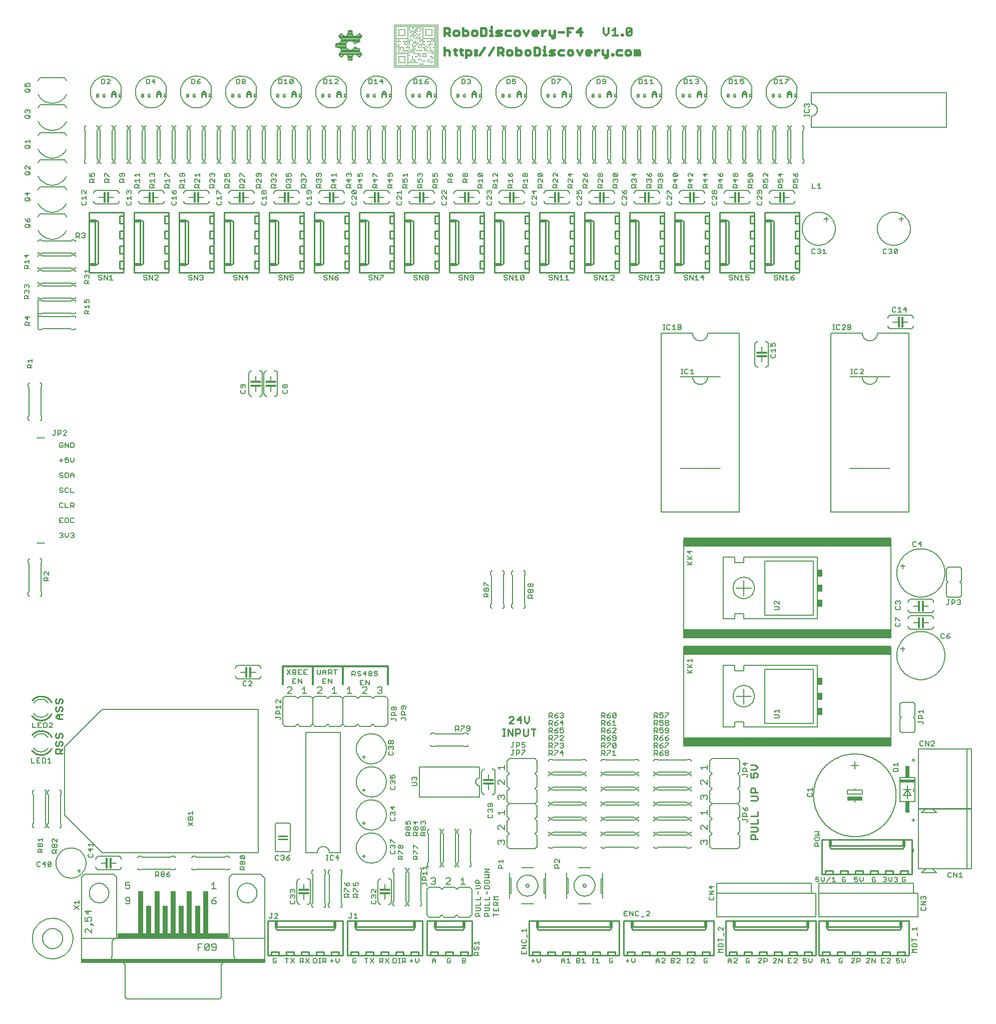
<source format=gbr>
G75*
%MOIN*%
%OFA0B0*%
%FSLAX24Y24*%
%IPPOS*%
%LPD*%
%AMOC8*
5,1,8,0,0,1.08239X$1,22.5*
%
%ADD10C,0.0080*%
%ADD11R,0.1000X0.0250*%
%ADD12C,0.0120*%
%ADD13C,0.0100*%
%ADD14R,0.1000X0.0200*%
%ADD15R,0.0300X0.0750*%
%ADD16R,0.0300X0.0750*%
%ADD17R,1.3800X0.0600*%
%ADD18R,0.0350X0.0500*%
%ADD19R,0.7300X0.0300*%
%ADD20R,1.2200X0.0200*%
%ADD21R,0.0320X0.2850*%
%ADD22R,0.0320X0.1850*%
%ADD23R,0.0100X0.0100*%
%ADD24C,0.0110*%
%ADD25C,0.0170*%
%ADD26C,0.0150*%
%ADD27C,0.0140*%
D10*
X003665Y004162D02*
X003667Y004213D01*
X003673Y004264D01*
X003683Y004314D01*
X003696Y004364D01*
X003714Y004412D01*
X003734Y004459D01*
X003759Y004504D01*
X003787Y004547D01*
X003818Y004588D01*
X003852Y004626D01*
X003889Y004661D01*
X003928Y004694D01*
X003970Y004724D01*
X004014Y004750D01*
X004060Y004772D01*
X004108Y004792D01*
X004157Y004807D01*
X004207Y004819D01*
X004257Y004827D01*
X004308Y004831D01*
X004360Y004831D01*
X004411Y004827D01*
X004461Y004819D01*
X004511Y004807D01*
X004560Y004792D01*
X004608Y004772D01*
X004654Y004750D01*
X004698Y004724D01*
X004740Y004694D01*
X004779Y004661D01*
X004816Y004626D01*
X004850Y004588D01*
X004881Y004547D01*
X004909Y004504D01*
X004934Y004459D01*
X004954Y004412D01*
X004972Y004364D01*
X004985Y004314D01*
X004995Y004264D01*
X005001Y004213D01*
X005003Y004162D01*
X005001Y004111D01*
X004995Y004060D01*
X004985Y004010D01*
X004972Y003960D01*
X004954Y003912D01*
X004934Y003865D01*
X004909Y003820D01*
X004881Y003777D01*
X004850Y003736D01*
X004816Y003698D01*
X004779Y003663D01*
X004740Y003630D01*
X004698Y003600D01*
X004654Y003574D01*
X004608Y003552D01*
X004560Y003532D01*
X004511Y003517D01*
X004461Y003505D01*
X004411Y003497D01*
X004360Y003493D01*
X004308Y003493D01*
X004257Y003497D01*
X004207Y003505D01*
X004157Y003517D01*
X004108Y003532D01*
X004060Y003552D01*
X004014Y003574D01*
X003970Y003600D01*
X003928Y003630D01*
X003889Y003663D01*
X003852Y003698D01*
X003818Y003736D01*
X003787Y003777D01*
X003759Y003820D01*
X003734Y003865D01*
X003714Y003912D01*
X003696Y003960D01*
X003683Y004010D01*
X003673Y004060D01*
X003667Y004111D01*
X003665Y004162D01*
X002984Y004162D02*
X002986Y004235D01*
X002992Y004308D01*
X003002Y004380D01*
X003016Y004452D01*
X003033Y004523D01*
X003055Y004593D01*
X003080Y004662D01*
X003109Y004729D01*
X003141Y004794D01*
X003177Y004858D01*
X003217Y004920D01*
X003259Y004979D01*
X003305Y005036D01*
X003354Y005090D01*
X003406Y005142D01*
X003460Y005191D01*
X003517Y005237D01*
X003576Y005279D01*
X003638Y005319D01*
X003702Y005355D01*
X003767Y005387D01*
X003834Y005416D01*
X003903Y005441D01*
X003973Y005463D01*
X004044Y005480D01*
X004116Y005494D01*
X004188Y005504D01*
X004261Y005510D01*
X004334Y005512D01*
X004407Y005510D01*
X004480Y005504D01*
X004552Y005494D01*
X004624Y005480D01*
X004695Y005463D01*
X004765Y005441D01*
X004834Y005416D01*
X004901Y005387D01*
X004966Y005355D01*
X005030Y005319D01*
X005092Y005279D01*
X005151Y005237D01*
X005208Y005191D01*
X005262Y005142D01*
X005314Y005090D01*
X005363Y005036D01*
X005409Y004979D01*
X005451Y004920D01*
X005491Y004858D01*
X005527Y004794D01*
X005559Y004729D01*
X005588Y004662D01*
X005613Y004593D01*
X005635Y004523D01*
X005652Y004452D01*
X005666Y004380D01*
X005676Y004308D01*
X005682Y004235D01*
X005684Y004162D01*
X005682Y004089D01*
X005676Y004016D01*
X005666Y003944D01*
X005652Y003872D01*
X005635Y003801D01*
X005613Y003731D01*
X005588Y003662D01*
X005559Y003595D01*
X005527Y003530D01*
X005491Y003466D01*
X005451Y003404D01*
X005409Y003345D01*
X005363Y003288D01*
X005314Y003234D01*
X005262Y003182D01*
X005208Y003133D01*
X005151Y003087D01*
X005092Y003045D01*
X005030Y003005D01*
X004966Y002969D01*
X004901Y002937D01*
X004834Y002908D01*
X004765Y002883D01*
X004695Y002861D01*
X004624Y002844D01*
X004552Y002830D01*
X004480Y002820D01*
X004407Y002814D01*
X004334Y002812D01*
X004261Y002814D01*
X004188Y002820D01*
X004116Y002830D01*
X004044Y002844D01*
X003973Y002861D01*
X003903Y002883D01*
X003834Y002908D01*
X003767Y002937D01*
X003702Y002969D01*
X003638Y003005D01*
X003576Y003045D01*
X003517Y003087D01*
X003460Y003133D01*
X003406Y003182D01*
X003354Y003234D01*
X003305Y003288D01*
X003259Y003345D01*
X003217Y003404D01*
X003177Y003466D01*
X003141Y003530D01*
X003109Y003595D01*
X003080Y003662D01*
X003055Y003731D01*
X003033Y003801D01*
X003016Y003872D01*
X003002Y003944D01*
X002992Y004016D01*
X002986Y004089D01*
X002984Y004162D01*
X005776Y006118D02*
X006097Y006332D01*
X006097Y006487D02*
X006097Y006700D01*
X006097Y006593D02*
X005776Y006593D01*
X005883Y006487D01*
X005776Y006332D02*
X006097Y006118D01*
X006501Y005980D02*
X006711Y005770D01*
X006711Y006050D01*
X006501Y005980D02*
X006922Y005980D01*
X006851Y005589D02*
X006711Y005589D01*
X006641Y005519D01*
X006641Y005449D01*
X006711Y005309D01*
X006501Y005309D01*
X006501Y005589D01*
X006851Y005589D02*
X006922Y005519D01*
X006922Y005379D01*
X006851Y005309D01*
X006851Y005142D02*
X006851Y005072D01*
X006922Y005072D01*
X006922Y005142D01*
X006851Y005142D01*
X006922Y005142D02*
X007062Y005002D01*
X006922Y004822D02*
X006922Y004542D01*
X006641Y004822D01*
X006571Y004822D01*
X006501Y004752D01*
X006501Y004612D01*
X006571Y004542D01*
X006262Y004190D02*
X008562Y004190D01*
X008612Y004190D01*
X008612Y008240D01*
X008412Y008440D01*
X006462Y008440D01*
X006262Y008240D01*
X006262Y004190D01*
X006262Y002790D01*
X008262Y002790D01*
X008262Y002990D01*
X008312Y002990D01*
X008312Y003940D01*
X008314Y003970D01*
X008319Y004000D01*
X008328Y004029D01*
X008341Y004056D01*
X008356Y004082D01*
X008375Y004106D01*
X008396Y004127D01*
X008420Y004146D01*
X008446Y004161D01*
X008473Y004174D01*
X008502Y004183D01*
X008532Y004188D01*
X008562Y004190D01*
X008612Y004190D02*
X008712Y004190D01*
X008712Y004490D01*
X016012Y004490D01*
X016012Y004190D01*
X008712Y004190D01*
X008262Y002790D02*
X016462Y002790D01*
X016462Y002990D01*
X016412Y002990D01*
X016412Y003940D01*
X016410Y003970D01*
X016405Y004000D01*
X016396Y004029D01*
X016383Y004056D01*
X016368Y004082D01*
X016349Y004106D01*
X016328Y004127D01*
X016304Y004146D01*
X016278Y004161D01*
X016251Y004174D01*
X016222Y004183D01*
X016192Y004188D01*
X016162Y004190D01*
X016112Y004190D02*
X016112Y008240D01*
X016312Y008440D01*
X018212Y008440D01*
X018462Y008190D01*
X018462Y004190D01*
X018462Y002790D01*
X016462Y002790D01*
X015812Y002590D02*
X008912Y002590D01*
X006262Y002590D01*
X006262Y002790D01*
X008912Y002590D02*
X008942Y002588D01*
X008972Y002583D01*
X009001Y002574D01*
X009028Y002561D01*
X009054Y002546D01*
X009078Y002527D01*
X009099Y002506D01*
X009118Y002482D01*
X009133Y002456D01*
X009146Y002429D01*
X009155Y002400D01*
X009160Y002370D01*
X009162Y002340D01*
X009162Y000340D01*
X009164Y000314D01*
X009169Y000288D01*
X009177Y000263D01*
X009189Y000240D01*
X009203Y000218D01*
X009221Y000199D01*
X009240Y000181D01*
X009262Y000167D01*
X009285Y000155D01*
X009310Y000147D01*
X009336Y000142D01*
X009362Y000140D01*
X015362Y000140D01*
X015388Y000142D01*
X015414Y000147D01*
X015439Y000155D01*
X015462Y000167D01*
X015484Y000181D01*
X015503Y000199D01*
X015521Y000218D01*
X015535Y000240D01*
X015547Y000263D01*
X015555Y000288D01*
X015560Y000314D01*
X015562Y000340D01*
X015562Y002340D01*
X015564Y002370D01*
X015569Y002400D01*
X015578Y002429D01*
X015591Y002456D01*
X015606Y002482D01*
X015625Y002506D01*
X015646Y002527D01*
X015670Y002546D01*
X015696Y002561D01*
X015723Y002574D01*
X015752Y002583D01*
X015782Y002588D01*
X015812Y002590D01*
X018462Y002590D01*
X018462Y002790D01*
X019017Y002797D02*
X019017Y002583D01*
X019071Y002530D01*
X019178Y002530D01*
X019231Y002583D01*
X019231Y002690D01*
X019124Y002690D01*
X019017Y002797D02*
X019071Y002850D01*
X019178Y002850D01*
X019231Y002797D01*
X019833Y002850D02*
X020047Y002850D01*
X019940Y002850D02*
X019940Y002530D01*
X020202Y002530D02*
X020415Y002850D01*
X020202Y002850D02*
X020415Y002530D01*
X020833Y002530D02*
X020833Y002850D01*
X020993Y002850D01*
X021047Y002797D01*
X021047Y002690D01*
X020993Y002637D01*
X020833Y002637D01*
X020940Y002637D02*
X021047Y002530D01*
X021202Y002530D02*
X021415Y002850D01*
X021202Y002850D02*
X021415Y002530D01*
X021710Y002530D02*
X021871Y002530D01*
X021924Y002583D01*
X021924Y002797D01*
X021871Y002850D01*
X021710Y002850D01*
X021710Y002530D01*
X022079Y002530D02*
X022186Y002530D01*
X022132Y002530D02*
X022132Y002850D01*
X022079Y002850D02*
X022186Y002850D01*
X022324Y002850D02*
X022484Y002850D01*
X022538Y002797D01*
X022538Y002690D01*
X022484Y002637D01*
X022324Y002637D01*
X022324Y002530D02*
X022324Y002850D01*
X022431Y002637D02*
X022538Y002530D01*
X022833Y002690D02*
X023047Y002690D01*
X022940Y002797D02*
X022940Y002583D01*
X023202Y002637D02*
X023308Y002530D01*
X023415Y002637D01*
X023415Y002850D01*
X023202Y002850D02*
X023202Y002637D01*
X024317Y002583D02*
X024371Y002530D01*
X024478Y002530D01*
X024531Y002583D01*
X024531Y002690D01*
X024424Y002690D01*
X024317Y002797D02*
X024317Y002583D01*
X024317Y002797D02*
X024371Y002850D01*
X024478Y002850D01*
X024531Y002797D01*
X025133Y002850D02*
X025347Y002850D01*
X025240Y002850D02*
X025240Y002530D01*
X025502Y002530D02*
X025715Y002850D01*
X025502Y002850D02*
X025715Y002530D01*
X026133Y002530D02*
X026133Y002850D01*
X026293Y002850D01*
X026347Y002797D01*
X026347Y002690D01*
X026293Y002637D01*
X026133Y002637D01*
X026240Y002637D02*
X026347Y002530D01*
X026502Y002530D02*
X026715Y002850D01*
X026502Y002850D02*
X026715Y002530D01*
X027010Y002530D02*
X027171Y002530D01*
X027224Y002583D01*
X027224Y002797D01*
X027171Y002850D01*
X027010Y002850D01*
X027010Y002530D01*
X027379Y002530D02*
X027486Y002530D01*
X027432Y002530D02*
X027432Y002850D01*
X027379Y002850D02*
X027486Y002850D01*
X027624Y002850D02*
X027784Y002850D01*
X027838Y002797D01*
X027838Y002690D01*
X027784Y002637D01*
X027624Y002637D01*
X027624Y002530D02*
X027624Y002850D01*
X027731Y002637D02*
X027838Y002530D01*
X028133Y002690D02*
X028347Y002690D01*
X028240Y002797D02*
X028240Y002583D01*
X028502Y002637D02*
X028608Y002530D01*
X028715Y002637D01*
X028715Y002850D01*
X028502Y002850D02*
X028502Y002637D01*
X029262Y003040D02*
X029362Y003040D01*
X029617Y002744D02*
X029724Y002850D01*
X029831Y002744D01*
X029831Y002530D01*
X029831Y002690D02*
X029617Y002690D01*
X029617Y002744D02*
X029617Y002530D01*
X030617Y002583D02*
X030671Y002530D01*
X030778Y002530D01*
X030831Y002583D01*
X030831Y002690D01*
X030724Y002690D01*
X030617Y002797D02*
X030617Y002583D01*
X030617Y002797D02*
X030671Y002850D01*
X030778Y002850D01*
X030831Y002797D01*
X031617Y002850D02*
X031778Y002850D01*
X031831Y002797D01*
X031831Y002744D01*
X031778Y002690D01*
X031617Y002690D01*
X031617Y002530D02*
X031778Y002530D01*
X031831Y002583D01*
X031831Y002637D01*
X031778Y002690D01*
X031617Y002530D02*
X031617Y002850D01*
X032412Y003041D02*
X032412Y003201D01*
X032465Y003254D01*
X032572Y003254D01*
X032625Y003201D01*
X032625Y003041D01*
X032625Y003147D02*
X032732Y003254D01*
X032679Y003409D02*
X032732Y003462D01*
X032732Y003569D01*
X032679Y003622D01*
X032625Y003622D01*
X032572Y003569D01*
X032572Y003462D01*
X032519Y003409D01*
X032465Y003409D01*
X032412Y003462D01*
X032412Y003569D01*
X032465Y003622D01*
X032519Y003777D02*
X032412Y003884D01*
X032732Y003884D01*
X032732Y003777D02*
X032732Y003991D01*
X032732Y003041D02*
X032412Y003041D01*
X032112Y005590D02*
X031412Y005590D01*
X031262Y005740D01*
X031112Y005590D01*
X030412Y005590D01*
X030262Y005740D01*
X030112Y005590D01*
X029412Y005590D01*
X029262Y005740D01*
X029262Y007440D01*
X029412Y007590D01*
X030112Y007590D01*
X030262Y007440D01*
X030412Y007590D01*
X031112Y007590D01*
X031262Y007440D01*
X031412Y007590D01*
X032112Y007590D01*
X032262Y007440D01*
X032262Y005740D01*
X032112Y005590D01*
X032501Y005630D02*
X032501Y005790D01*
X032555Y005844D01*
X032661Y005844D01*
X032715Y005790D01*
X032715Y005630D01*
X032822Y005630D02*
X032501Y005630D01*
X032501Y005998D02*
X032768Y005998D01*
X032822Y006052D01*
X032822Y006158D01*
X032768Y006212D01*
X032501Y006212D01*
X032501Y006367D02*
X032822Y006367D01*
X032822Y006580D01*
X032822Y006735D02*
X032822Y006948D01*
X032822Y006735D02*
X032501Y006735D01*
X032661Y007103D02*
X032661Y007317D01*
X032768Y007472D02*
X032822Y007525D01*
X032822Y007632D01*
X032768Y007685D01*
X032501Y007685D01*
X032501Y007840D02*
X032501Y008000D01*
X032555Y008053D01*
X032661Y008053D01*
X032715Y008000D01*
X032715Y007840D01*
X032822Y007840D02*
X032501Y007840D01*
X032501Y007472D02*
X032768Y007472D01*
X033101Y007472D02*
X033101Y007632D01*
X033155Y007685D01*
X033368Y007685D01*
X033422Y007632D01*
X033422Y007472D01*
X033101Y007472D01*
X033261Y007317D02*
X033261Y007103D01*
X033422Y006948D02*
X033422Y006735D01*
X033101Y006735D01*
X033422Y006580D02*
X033422Y006367D01*
X033101Y006367D01*
X033101Y006212D02*
X033368Y006212D01*
X033422Y006158D01*
X033422Y006052D01*
X033368Y005998D01*
X033101Y005998D01*
X033155Y005844D02*
X033101Y005790D01*
X033101Y005630D01*
X033422Y005630D01*
X033315Y005630D02*
X033315Y005790D01*
X033261Y005844D01*
X033155Y005844D01*
X033701Y005844D02*
X033701Y005630D01*
X033701Y005737D02*
X034022Y005737D01*
X034022Y005998D02*
X033701Y005998D01*
X033701Y006212D01*
X033701Y006367D02*
X033701Y006527D01*
X033755Y006580D01*
X033861Y006580D01*
X033915Y006527D01*
X033915Y006367D01*
X033915Y006473D02*
X034022Y006580D01*
X034022Y006735D02*
X033701Y006735D01*
X033808Y006842D01*
X033701Y006948D01*
X034022Y006948D01*
X034022Y006367D02*
X033701Y006367D01*
X033861Y006105D02*
X033861Y005998D01*
X034022Y005998D02*
X034022Y006212D01*
X034762Y006840D02*
X034762Y007190D01*
X034762Y008190D01*
X034762Y008540D01*
X034762Y008190D02*
X034862Y008190D01*
X034862Y007190D01*
X034762Y007190D01*
X035562Y006490D02*
X036362Y006490D01*
X037162Y006840D02*
X037162Y007190D01*
X037162Y008140D01*
X037162Y008540D01*
X037162Y008140D02*
X037062Y008140D01*
X037062Y007190D01*
X037162Y007190D01*
X035862Y007690D02*
X035864Y007710D01*
X035870Y007728D01*
X035879Y007746D01*
X035891Y007761D01*
X035906Y007773D01*
X035924Y007782D01*
X035942Y007788D01*
X035962Y007790D01*
X035982Y007788D01*
X036000Y007782D01*
X036018Y007773D01*
X036033Y007761D01*
X036045Y007746D01*
X036054Y007728D01*
X036060Y007710D01*
X036062Y007690D01*
X036060Y007670D01*
X036054Y007652D01*
X036045Y007634D01*
X036033Y007619D01*
X036018Y007607D01*
X036000Y007598D01*
X035982Y007592D01*
X035962Y007590D01*
X035942Y007592D01*
X035924Y007598D01*
X035906Y007607D01*
X035891Y007619D01*
X035879Y007634D01*
X035870Y007652D01*
X035864Y007670D01*
X035862Y007690D01*
X035262Y007690D02*
X035264Y007742D01*
X035270Y007794D01*
X035280Y007846D01*
X035293Y007896D01*
X035310Y007946D01*
X035331Y007994D01*
X035356Y008040D01*
X035384Y008084D01*
X035415Y008126D01*
X035449Y008166D01*
X035486Y008203D01*
X035526Y008237D01*
X035568Y008268D01*
X035612Y008296D01*
X035658Y008321D01*
X035706Y008342D01*
X035756Y008359D01*
X035806Y008372D01*
X035858Y008382D01*
X035910Y008388D01*
X035962Y008390D01*
X036014Y008388D01*
X036066Y008382D01*
X036118Y008372D01*
X036168Y008359D01*
X036218Y008342D01*
X036266Y008321D01*
X036312Y008296D01*
X036356Y008268D01*
X036398Y008237D01*
X036438Y008203D01*
X036475Y008166D01*
X036509Y008126D01*
X036540Y008084D01*
X036568Y008040D01*
X036593Y007994D01*
X036614Y007946D01*
X036631Y007896D01*
X036644Y007846D01*
X036654Y007794D01*
X036660Y007742D01*
X036662Y007690D01*
X036660Y007638D01*
X036654Y007586D01*
X036644Y007534D01*
X036631Y007484D01*
X036614Y007434D01*
X036593Y007386D01*
X036568Y007340D01*
X036540Y007296D01*
X036509Y007254D01*
X036475Y007214D01*
X036438Y007177D01*
X036398Y007143D01*
X036356Y007112D01*
X036312Y007084D01*
X036266Y007059D01*
X036218Y007038D01*
X036168Y007021D01*
X036118Y007008D01*
X036066Y006998D01*
X036014Y006992D01*
X035962Y006990D01*
X035910Y006992D01*
X035858Y006998D01*
X035806Y007008D01*
X035756Y007021D01*
X035706Y007038D01*
X035658Y007059D01*
X035612Y007084D01*
X035568Y007112D01*
X035526Y007143D01*
X035486Y007177D01*
X035449Y007214D01*
X035415Y007254D01*
X035384Y007296D01*
X035356Y007340D01*
X035331Y007386D01*
X035310Y007434D01*
X035293Y007484D01*
X035280Y007534D01*
X035270Y007586D01*
X035264Y007638D01*
X035262Y007690D01*
X035562Y008890D02*
X036362Y008890D01*
X036462Y010140D02*
X034762Y010140D01*
X034612Y010290D01*
X034612Y010990D01*
X034762Y011140D01*
X034612Y011290D01*
X034612Y011990D01*
X034762Y012140D01*
X034612Y012290D01*
X034612Y012990D01*
X034762Y013140D01*
X036462Y013140D01*
X036612Y012990D01*
X036612Y012290D01*
X036462Y012140D01*
X036612Y011990D01*
X036612Y011290D01*
X036462Y011140D01*
X036612Y010990D01*
X036612Y010290D01*
X036462Y010140D01*
X037462Y010190D02*
X037612Y010190D01*
X037662Y010240D01*
X039562Y010240D01*
X039612Y010190D01*
X039762Y010190D01*
X039779Y010192D01*
X039796Y010196D01*
X039812Y010203D01*
X039826Y010213D01*
X039839Y010226D01*
X039849Y010240D01*
X039856Y010256D01*
X039860Y010273D01*
X039862Y010290D01*
X039862Y010990D02*
X039860Y011007D01*
X039856Y011024D01*
X039849Y011040D01*
X039839Y011054D01*
X039826Y011067D01*
X039812Y011077D01*
X039796Y011084D01*
X039779Y011088D01*
X039762Y011090D01*
X039612Y011090D01*
X039562Y011040D01*
X037662Y011040D01*
X037612Y011090D01*
X037462Y011090D01*
X037445Y011088D01*
X037428Y011084D01*
X037412Y011077D01*
X037398Y011067D01*
X037385Y011054D01*
X037375Y011040D01*
X037368Y011024D01*
X037364Y011007D01*
X037362Y010990D01*
X037462Y011190D02*
X037612Y011190D01*
X037662Y011240D01*
X039562Y011240D01*
X039612Y011190D01*
X039762Y011190D01*
X039779Y011192D01*
X039796Y011196D01*
X039812Y011203D01*
X039826Y011213D01*
X039839Y011226D01*
X039849Y011240D01*
X039856Y011256D01*
X039860Y011273D01*
X039862Y011290D01*
X039862Y011990D02*
X039860Y012007D01*
X039856Y012024D01*
X039849Y012040D01*
X039839Y012054D01*
X039826Y012067D01*
X039812Y012077D01*
X039796Y012084D01*
X039779Y012088D01*
X039762Y012090D01*
X039612Y012090D01*
X039562Y012040D01*
X037662Y012040D01*
X037612Y012090D01*
X037462Y012090D01*
X037445Y012088D01*
X037428Y012084D01*
X037412Y012077D01*
X037398Y012067D01*
X037385Y012054D01*
X037375Y012040D01*
X037368Y012024D01*
X037364Y012007D01*
X037362Y011990D01*
X037462Y012190D02*
X037612Y012190D01*
X037662Y012240D01*
X039562Y012240D01*
X039612Y012190D01*
X039762Y012190D01*
X039779Y012192D01*
X039796Y012196D01*
X039812Y012203D01*
X039826Y012213D01*
X039839Y012226D01*
X039849Y012240D01*
X039856Y012256D01*
X039860Y012273D01*
X039862Y012290D01*
X039862Y012990D02*
X039860Y013007D01*
X039856Y013024D01*
X039849Y013040D01*
X039839Y013054D01*
X039826Y013067D01*
X039812Y013077D01*
X039796Y013084D01*
X039779Y013088D01*
X039762Y013090D01*
X039612Y013090D01*
X039562Y013040D01*
X037662Y013040D01*
X037612Y013090D01*
X037462Y013090D01*
X037462Y013190D02*
X037612Y013190D01*
X037662Y013240D01*
X039562Y013240D01*
X039612Y013190D01*
X039762Y013190D01*
X039779Y013192D01*
X039796Y013196D01*
X039812Y013203D01*
X039826Y013213D01*
X039839Y013226D01*
X039849Y013240D01*
X039856Y013256D01*
X039860Y013273D01*
X039862Y013290D01*
X039862Y013990D02*
X039860Y014007D01*
X039856Y014024D01*
X039849Y014040D01*
X039839Y014054D01*
X039826Y014067D01*
X039812Y014077D01*
X039796Y014084D01*
X039779Y014088D01*
X039762Y014090D01*
X039612Y014090D01*
X039562Y014040D01*
X037662Y014040D01*
X037612Y014090D01*
X037462Y014090D01*
X037445Y014088D01*
X037428Y014084D01*
X037412Y014077D01*
X037398Y014067D01*
X037385Y014054D01*
X037375Y014040D01*
X037368Y014024D01*
X037364Y014007D01*
X037362Y013990D01*
X037462Y014190D02*
X037612Y014190D01*
X037662Y014240D01*
X039562Y014240D01*
X039612Y014190D01*
X039762Y014190D01*
X039779Y014192D01*
X039796Y014196D01*
X039812Y014203D01*
X039826Y014213D01*
X039839Y014226D01*
X039849Y014240D01*
X039856Y014256D01*
X039860Y014273D01*
X039862Y014290D01*
X039862Y014990D02*
X039860Y015007D01*
X039856Y015024D01*
X039849Y015040D01*
X039839Y015054D01*
X039826Y015067D01*
X039812Y015077D01*
X039796Y015084D01*
X039779Y015088D01*
X039762Y015090D01*
X039612Y015090D01*
X039562Y015040D01*
X037662Y015040D01*
X037612Y015090D01*
X037462Y015090D01*
X037445Y015088D01*
X037428Y015084D01*
X037412Y015077D01*
X037398Y015067D01*
X037385Y015054D01*
X037375Y015040D01*
X037368Y015024D01*
X037364Y015007D01*
X037362Y014990D01*
X037462Y015190D02*
X037612Y015190D01*
X037662Y015240D01*
X039562Y015240D01*
X039612Y015190D01*
X039762Y015190D01*
X039779Y015192D01*
X039796Y015196D01*
X039812Y015203D01*
X039826Y015213D01*
X039839Y015226D01*
X039849Y015240D01*
X039856Y015256D01*
X039860Y015273D01*
X039862Y015290D01*
X039862Y015990D02*
X039860Y016007D01*
X039856Y016024D01*
X039849Y016040D01*
X039839Y016054D01*
X039826Y016067D01*
X039812Y016077D01*
X039796Y016084D01*
X039779Y016088D01*
X039762Y016090D01*
X039612Y016090D01*
X039562Y016040D01*
X037662Y016040D01*
X037612Y016090D01*
X037462Y016090D01*
X037445Y016088D01*
X037428Y016084D01*
X037412Y016077D01*
X037398Y016067D01*
X037385Y016054D01*
X037375Y016040D01*
X037368Y016024D01*
X037364Y016007D01*
X037362Y015990D01*
X037402Y016355D02*
X037402Y016675D01*
X037562Y016675D01*
X037615Y016622D01*
X037615Y016515D01*
X037562Y016462D01*
X037402Y016462D01*
X037508Y016462D02*
X037615Y016355D01*
X037770Y016355D02*
X037770Y016408D01*
X037983Y016622D01*
X037983Y016675D01*
X037770Y016675D01*
X037770Y016855D02*
X037770Y016908D01*
X037983Y017122D01*
X037983Y017175D01*
X037770Y017175D01*
X037615Y017122D02*
X037615Y017015D01*
X037562Y016962D01*
X037402Y016962D01*
X037508Y016962D02*
X037615Y016855D01*
X037402Y016855D02*
X037402Y017175D01*
X037562Y017175D01*
X037615Y017122D01*
X037615Y017355D02*
X037508Y017462D01*
X037562Y017462D02*
X037402Y017462D01*
X037402Y017355D02*
X037402Y017675D01*
X037562Y017675D01*
X037615Y017622D01*
X037615Y017515D01*
X037562Y017462D01*
X037770Y017408D02*
X037770Y017355D01*
X037770Y017408D02*
X037983Y017622D01*
X037983Y017675D01*
X037770Y017675D01*
X037823Y017855D02*
X037930Y017855D01*
X037983Y017908D01*
X037983Y017962D01*
X037930Y018015D01*
X037770Y018015D01*
X037770Y017908D01*
X037823Y017855D01*
X037770Y018015D02*
X037877Y018122D01*
X037983Y018175D01*
X038138Y018175D02*
X038138Y018015D01*
X038245Y018069D01*
X038298Y018069D01*
X038352Y018015D01*
X038352Y017908D01*
X038298Y017855D01*
X038192Y017855D01*
X038138Y017908D01*
X038192Y017675D02*
X038138Y017622D01*
X038192Y017675D02*
X038298Y017675D01*
X038352Y017622D01*
X038352Y017569D01*
X038138Y017355D01*
X038352Y017355D01*
X038298Y017175D02*
X038352Y017122D01*
X038352Y017069D01*
X038298Y017015D01*
X038352Y016962D01*
X038352Y016908D01*
X038298Y016855D01*
X038192Y016855D01*
X038138Y016908D01*
X038245Y017015D02*
X038298Y017015D01*
X038298Y017175D02*
X038192Y017175D01*
X038138Y017122D01*
X038298Y016675D02*
X038138Y016515D01*
X038352Y016515D01*
X038298Y016355D02*
X038298Y016675D01*
X037362Y015290D02*
X037364Y015273D01*
X037368Y015256D01*
X037375Y015240D01*
X037385Y015226D01*
X037398Y015213D01*
X037412Y015203D01*
X037428Y015196D01*
X037445Y015192D01*
X037462Y015190D01*
X036612Y015290D02*
X036612Y015990D01*
X036462Y016140D01*
X034762Y016140D01*
X034612Y015990D01*
X034612Y015290D01*
X034762Y015140D01*
X034612Y014990D01*
X034612Y014290D01*
X034762Y014140D01*
X034612Y013990D01*
X034612Y013290D01*
X034762Y013140D01*
X034422Y013490D02*
X034351Y013420D01*
X034422Y013490D02*
X034422Y013630D01*
X034351Y013700D01*
X034281Y013700D01*
X034211Y013630D01*
X034211Y013560D01*
X034211Y013630D02*
X034141Y013700D01*
X034071Y013700D01*
X034001Y013630D01*
X034001Y013490D01*
X034071Y013420D01*
X033647Y013097D02*
X033647Y012990D01*
X033593Y012937D01*
X033486Y012990D02*
X033486Y013150D01*
X033380Y013150D02*
X033326Y013097D01*
X033326Y012990D01*
X033380Y012937D01*
X033433Y012937D01*
X033486Y012990D01*
X033380Y013150D02*
X033593Y013150D01*
X033647Y013097D01*
X033593Y012782D02*
X033647Y012729D01*
X033647Y012622D01*
X033593Y012568D01*
X033486Y012675D02*
X033486Y012729D01*
X033540Y012782D01*
X033593Y012782D01*
X033486Y012729D02*
X033433Y012782D01*
X033380Y012782D01*
X033326Y012729D01*
X033326Y012622D01*
X033380Y012568D01*
X033380Y012414D02*
X033326Y012360D01*
X033326Y012253D01*
X033380Y012200D01*
X033593Y012200D01*
X033647Y012253D01*
X033647Y012360D01*
X033593Y012414D01*
X034001Y012560D02*
X034422Y012560D01*
X034422Y012420D02*
X034422Y012700D01*
X034141Y012420D02*
X034001Y012560D01*
X034071Y011700D02*
X034001Y011630D01*
X034001Y011490D01*
X034071Y011420D01*
X034071Y011700D02*
X034141Y011700D01*
X034422Y011420D01*
X034422Y011700D01*
X034351Y010700D02*
X034422Y010630D01*
X034422Y010490D01*
X034351Y010420D01*
X034211Y010560D02*
X034211Y010630D01*
X034281Y010700D01*
X034351Y010700D01*
X034211Y010630D02*
X034141Y010700D01*
X034071Y010700D01*
X034001Y010630D01*
X034001Y010490D01*
X034071Y010420D01*
X034347Y009412D02*
X034347Y009198D01*
X034347Y009305D02*
X034026Y009305D01*
X034133Y009198D01*
X034080Y009044D02*
X034186Y009044D01*
X034240Y008990D01*
X034240Y008830D01*
X034347Y008830D02*
X034026Y008830D01*
X034026Y008990D01*
X034080Y009044D01*
X033422Y008790D02*
X033101Y008790D01*
X033101Y008577D02*
X033422Y008790D01*
X033422Y008577D02*
X033101Y008577D01*
X033101Y008422D02*
X033422Y008422D01*
X033315Y008315D01*
X033422Y008208D01*
X033101Y008208D01*
X033155Y008053D02*
X033101Y008000D01*
X033101Y007893D01*
X033155Y007840D01*
X033368Y007840D01*
X033422Y007893D01*
X033422Y008000D01*
X033368Y008053D01*
X033155Y008053D01*
X031821Y007780D02*
X031541Y007780D01*
X031681Y007780D02*
X031681Y008200D01*
X031541Y008060D01*
X030821Y008060D02*
X030541Y007780D01*
X030821Y007780D01*
X030821Y008060D02*
X030821Y008130D01*
X030751Y008200D01*
X030611Y008200D01*
X030541Y008130D01*
X029821Y008130D02*
X029821Y008060D01*
X029751Y007990D01*
X029821Y007920D01*
X029821Y007850D01*
X029751Y007780D01*
X029611Y007780D01*
X029541Y007850D01*
X029681Y007990D02*
X029751Y007990D01*
X029821Y008130D02*
X029751Y008200D01*
X029611Y008200D01*
X029541Y008130D01*
X029272Y008048D02*
X028951Y008048D01*
X028951Y008208D01*
X029005Y008262D01*
X029111Y008262D01*
X029165Y008208D01*
X029165Y008048D01*
X029218Y007840D02*
X028951Y007840D01*
X028951Y007787D02*
X028951Y007894D01*
X029218Y007840D02*
X029272Y007787D01*
X029272Y007733D01*
X029218Y007680D01*
X029272Y008417D02*
X029272Y008630D01*
X029272Y008523D02*
X028951Y008523D01*
X029058Y008417D01*
X028912Y008590D02*
X028862Y008540D01*
X028862Y006640D01*
X028912Y006590D01*
X028912Y006440D01*
X028910Y006423D01*
X028906Y006406D01*
X028899Y006390D01*
X028889Y006376D01*
X028876Y006363D01*
X028862Y006353D01*
X028846Y006346D01*
X028829Y006342D01*
X028812Y006340D01*
X028112Y006340D02*
X028095Y006342D01*
X028078Y006346D01*
X028062Y006353D01*
X028048Y006363D01*
X028035Y006376D01*
X028025Y006390D01*
X028018Y006406D01*
X028014Y006423D01*
X028012Y006440D01*
X028012Y006590D01*
X028062Y006640D01*
X028062Y008540D01*
X028012Y008590D01*
X028012Y008740D01*
X028014Y008757D01*
X028018Y008774D01*
X028025Y008790D01*
X028035Y008804D01*
X028048Y008817D01*
X028062Y008827D01*
X028078Y008834D01*
X028095Y008838D01*
X028112Y008840D01*
X027912Y008740D02*
X027912Y008590D01*
X027862Y008540D01*
X027862Y006640D01*
X027912Y006590D01*
X027912Y006440D01*
X027910Y006423D01*
X027906Y006406D01*
X027899Y006390D01*
X027889Y006376D01*
X027876Y006363D01*
X027862Y006353D01*
X027846Y006346D01*
X027829Y006342D01*
X027812Y006340D01*
X027112Y006340D02*
X027095Y006342D01*
X027078Y006346D01*
X027062Y006353D01*
X027048Y006363D01*
X027035Y006376D01*
X027025Y006390D01*
X027018Y006406D01*
X027014Y006423D01*
X027012Y006440D01*
X027012Y006590D01*
X027062Y006640D01*
X027062Y008540D01*
X027012Y008590D01*
X027012Y008740D01*
X027014Y008757D01*
X027018Y008774D01*
X027025Y008790D01*
X027035Y008804D01*
X027048Y008817D01*
X027062Y008827D01*
X027078Y008834D01*
X027095Y008838D01*
X027112Y008840D01*
X027351Y009430D02*
X027351Y009590D01*
X027405Y009644D01*
X027511Y009644D01*
X027565Y009590D01*
X027565Y009430D01*
X027672Y009430D02*
X027351Y009430D01*
X027565Y009537D02*
X027672Y009644D01*
X027672Y009798D02*
X027618Y009798D01*
X027405Y010012D01*
X027351Y010012D01*
X027351Y009798D01*
X027147Y009858D02*
X027147Y009965D01*
X027093Y010019D01*
X027093Y010173D02*
X027147Y010227D01*
X027147Y010333D01*
X027093Y010387D01*
X027040Y010387D01*
X026986Y010333D01*
X026986Y010280D01*
X026986Y010333D02*
X026933Y010387D01*
X026880Y010387D01*
X026826Y010333D01*
X026826Y010227D01*
X026880Y010173D01*
X026880Y010019D02*
X026826Y009965D01*
X026826Y009858D01*
X026880Y009805D01*
X027093Y009805D01*
X027147Y009858D01*
X027405Y010167D02*
X027458Y010167D01*
X027511Y010220D01*
X027511Y010327D01*
X027565Y010380D01*
X027618Y010380D01*
X027672Y010327D01*
X027672Y010220D01*
X027618Y010167D01*
X027565Y010167D01*
X027511Y010220D01*
X027511Y010327D02*
X027458Y010380D01*
X027405Y010380D01*
X027351Y010327D01*
X027351Y010220D01*
X027405Y010167D01*
X027147Y010542D02*
X027093Y010542D01*
X026880Y010755D01*
X026826Y010755D01*
X026826Y010542D01*
X027851Y011025D02*
X027851Y011185D01*
X027905Y011239D01*
X028011Y011239D01*
X028065Y011185D01*
X028065Y011025D01*
X028172Y011025D02*
X027851Y011025D01*
X028065Y011132D02*
X028172Y011239D01*
X028118Y011393D02*
X028065Y011393D01*
X028011Y011447D01*
X028011Y011554D01*
X028065Y011607D01*
X028118Y011607D01*
X028172Y011554D01*
X028172Y011447D01*
X028118Y011393D01*
X028011Y011447D02*
X027958Y011393D01*
X027905Y011393D01*
X027851Y011447D01*
X027851Y011554D01*
X027905Y011607D01*
X027958Y011607D01*
X028011Y011554D01*
X028011Y011762D02*
X027958Y011868D01*
X027958Y011922D01*
X028011Y011975D01*
X028118Y011975D01*
X028172Y011922D01*
X028172Y011815D01*
X028118Y011762D01*
X028011Y011762D02*
X027851Y011762D01*
X027851Y011975D01*
X028351Y011922D02*
X028511Y011762D01*
X028511Y011975D01*
X028351Y011922D02*
X028672Y011922D01*
X028851Y011922D02*
X028905Y011975D01*
X028958Y011975D01*
X029011Y011922D01*
X029065Y011975D01*
X029118Y011975D01*
X029172Y011922D01*
X029172Y011815D01*
X029118Y011762D01*
X029011Y011868D02*
X029011Y011922D01*
X028851Y011922D02*
X028851Y011815D01*
X028905Y011762D01*
X028905Y011607D02*
X028958Y011607D01*
X029011Y011554D01*
X029011Y011447D01*
X028958Y011393D01*
X028905Y011393D01*
X028851Y011447D01*
X028851Y011554D01*
X028905Y011607D01*
X029011Y011554D02*
X029065Y011607D01*
X029118Y011607D01*
X029172Y011554D01*
X029172Y011447D01*
X029118Y011393D01*
X029065Y011393D01*
X029011Y011447D01*
X029011Y011239D02*
X029065Y011185D01*
X029065Y011025D01*
X029172Y011025D02*
X028851Y011025D01*
X028851Y011185D01*
X028905Y011239D01*
X029011Y011239D01*
X029065Y011132D02*
X029172Y011239D01*
X029312Y011190D02*
X029362Y011140D01*
X029362Y009240D01*
X029312Y009190D01*
X029312Y009040D01*
X029272Y008998D02*
X029272Y008785D01*
X029272Y008892D02*
X028951Y008892D01*
X029058Y008785D01*
X028912Y008740D02*
X028912Y008590D01*
X028912Y008740D02*
X028910Y008757D01*
X028906Y008774D01*
X028899Y008790D01*
X028889Y008804D01*
X028876Y008817D01*
X028862Y008827D01*
X028846Y008834D01*
X028829Y008838D01*
X028812Y008840D01*
X028672Y009430D02*
X028351Y009430D01*
X028351Y009590D01*
X028405Y009644D01*
X028511Y009644D01*
X028565Y009590D01*
X028565Y009430D01*
X028565Y009537D02*
X028672Y009644D01*
X028672Y009798D02*
X028618Y009798D01*
X028405Y010012D01*
X028351Y010012D01*
X028351Y009798D01*
X028351Y010167D02*
X028351Y010380D01*
X028405Y010380D01*
X028618Y010167D01*
X028672Y010167D01*
X028672Y011025D02*
X028351Y011025D01*
X028351Y011185D01*
X028405Y011239D01*
X028511Y011239D01*
X028565Y011185D01*
X028565Y011025D01*
X028565Y011132D02*
X028672Y011239D01*
X028618Y011393D02*
X028565Y011393D01*
X028511Y011447D01*
X028511Y011554D01*
X028565Y011607D01*
X028618Y011607D01*
X028672Y011554D01*
X028672Y011447D01*
X028618Y011393D01*
X028511Y011447D02*
X028458Y011393D01*
X028405Y011393D01*
X028351Y011447D01*
X028351Y011554D01*
X028405Y011607D01*
X028458Y011607D01*
X028511Y011554D01*
X029312Y011340D02*
X029312Y011190D01*
X029312Y011340D02*
X029314Y011357D01*
X029318Y011374D01*
X029325Y011390D01*
X029335Y011404D01*
X029348Y011417D01*
X029362Y011427D01*
X029378Y011434D01*
X029395Y011438D01*
X029412Y011440D01*
X030112Y011440D02*
X030129Y011438D01*
X030146Y011434D01*
X030162Y011427D01*
X030176Y011417D01*
X030189Y011404D01*
X030199Y011390D01*
X030206Y011374D01*
X030210Y011357D01*
X030212Y011340D01*
X030212Y011190D01*
X030162Y011140D01*
X030162Y009240D01*
X030212Y009190D01*
X030212Y009040D01*
X030312Y009040D02*
X030312Y009190D01*
X030362Y009240D01*
X030362Y011140D01*
X030312Y011190D01*
X030312Y011340D01*
X030314Y011357D01*
X030318Y011374D01*
X030325Y011390D01*
X030335Y011404D01*
X030348Y011417D01*
X030362Y011427D01*
X030378Y011434D01*
X030395Y011438D01*
X030412Y011440D01*
X031112Y011440D02*
X031129Y011438D01*
X031146Y011434D01*
X031162Y011427D01*
X031176Y011417D01*
X031189Y011404D01*
X031199Y011390D01*
X031206Y011374D01*
X031210Y011357D01*
X031212Y011340D01*
X031212Y011190D01*
X031162Y011140D01*
X031162Y009240D01*
X031212Y009190D01*
X031212Y009040D01*
X031312Y009040D02*
X031312Y009190D01*
X031362Y009240D01*
X031362Y011140D01*
X031312Y011190D01*
X031312Y011340D01*
X031314Y011357D01*
X031318Y011374D01*
X031325Y011390D01*
X031335Y011404D01*
X031348Y011417D01*
X031362Y011427D01*
X031378Y011434D01*
X031395Y011438D01*
X031412Y011440D01*
X032112Y011440D02*
X032129Y011438D01*
X032146Y011434D01*
X032162Y011427D01*
X032176Y011417D01*
X032189Y011404D01*
X032199Y011390D01*
X032206Y011374D01*
X032210Y011357D01*
X032212Y011340D01*
X032212Y011190D01*
X032162Y011140D01*
X032162Y009240D01*
X032212Y009190D01*
X032212Y009040D01*
X032210Y009023D01*
X032206Y009006D01*
X032199Y008990D01*
X032189Y008976D01*
X032176Y008963D01*
X032162Y008953D01*
X032146Y008946D01*
X032129Y008942D01*
X032112Y008940D01*
X031412Y008940D02*
X031395Y008942D01*
X031378Y008946D01*
X031362Y008953D01*
X031348Y008963D01*
X031335Y008976D01*
X031325Y008990D01*
X031318Y009006D01*
X031314Y009023D01*
X031312Y009040D01*
X031212Y009040D02*
X031210Y009023D01*
X031206Y009006D01*
X031199Y008990D01*
X031189Y008976D01*
X031176Y008963D01*
X031162Y008953D01*
X031146Y008946D01*
X031129Y008942D01*
X031112Y008940D01*
X030412Y008940D02*
X030395Y008942D01*
X030378Y008946D01*
X030362Y008953D01*
X030348Y008963D01*
X030335Y008976D01*
X030325Y008990D01*
X030318Y009006D01*
X030314Y009023D01*
X030312Y009040D01*
X030212Y009040D02*
X030210Y009023D01*
X030206Y009006D01*
X030199Y008990D01*
X030189Y008976D01*
X030176Y008963D01*
X030162Y008953D01*
X030146Y008946D01*
X030129Y008942D01*
X030112Y008940D01*
X029412Y008940D02*
X029395Y008942D01*
X029378Y008946D01*
X029362Y008953D01*
X029348Y008963D01*
X029335Y008976D01*
X029325Y008990D01*
X029318Y009006D01*
X029314Y009023D01*
X029312Y009040D01*
X027912Y008740D02*
X027910Y008757D01*
X027906Y008774D01*
X027899Y008790D01*
X027889Y008804D01*
X027876Y008817D01*
X027862Y008827D01*
X027846Y008834D01*
X027829Y008838D01*
X027812Y008840D01*
X026912Y007940D02*
X026912Y006640D01*
X026910Y006614D01*
X026905Y006588D01*
X026897Y006563D01*
X026885Y006540D01*
X026871Y006518D01*
X026853Y006499D01*
X026834Y006481D01*
X026812Y006467D01*
X026789Y006455D01*
X026764Y006447D01*
X026738Y006442D01*
X026712Y006440D01*
X026462Y006790D02*
X026462Y007170D01*
X026462Y007420D02*
X026462Y007790D01*
X026712Y008140D02*
X026738Y008138D01*
X026764Y008133D01*
X026789Y008125D01*
X026812Y008113D01*
X026834Y008099D01*
X026853Y008081D01*
X026871Y008062D01*
X026885Y008040D01*
X026897Y008017D01*
X026905Y007992D01*
X026910Y007966D01*
X026912Y007940D01*
X026212Y008140D02*
X026186Y008138D01*
X026160Y008133D01*
X026135Y008125D01*
X026112Y008113D01*
X026090Y008099D01*
X026071Y008081D01*
X026053Y008062D01*
X026039Y008040D01*
X026027Y008017D01*
X026019Y007992D01*
X026014Y007966D01*
X026012Y007940D01*
X026012Y006640D01*
X025872Y006640D02*
X025818Y006694D01*
X025872Y006640D02*
X025872Y006533D01*
X025818Y006480D01*
X025605Y006480D01*
X025551Y006533D01*
X025551Y006640D01*
X025605Y006694D01*
X025605Y006848D02*
X025551Y006902D01*
X025551Y007008D01*
X025605Y007062D01*
X025658Y007062D01*
X025711Y007008D01*
X025765Y007062D01*
X025818Y007062D01*
X025872Y007008D01*
X025872Y006902D01*
X025818Y006848D01*
X025711Y006955D02*
X025711Y007008D01*
X025605Y007217D02*
X025551Y007270D01*
X025551Y007377D01*
X025605Y007430D01*
X025658Y007430D01*
X025872Y007217D01*
X025872Y007430D01*
X026012Y006640D02*
X026014Y006614D01*
X026019Y006588D01*
X026027Y006563D01*
X026039Y006540D01*
X026053Y006518D01*
X026071Y006499D01*
X026090Y006481D01*
X026112Y006467D01*
X026135Y006455D01*
X026160Y006447D01*
X026186Y006442D01*
X026212Y006440D01*
X024697Y006925D02*
X024376Y006925D01*
X024376Y007085D01*
X024430Y007139D01*
X024536Y007139D01*
X024590Y007085D01*
X024590Y006925D01*
X024590Y007032D02*
X024697Y007139D01*
X024697Y007293D02*
X024643Y007293D01*
X024430Y007507D01*
X024376Y007507D01*
X024376Y007293D01*
X024097Y007293D02*
X024043Y007293D01*
X023830Y007507D01*
X023776Y007507D01*
X023776Y007293D01*
X023830Y007139D02*
X023936Y007139D01*
X023990Y007085D01*
X023990Y006925D01*
X024097Y006925D02*
X023776Y006925D01*
X023776Y007085D01*
X023830Y007139D01*
X023990Y007032D02*
X024097Y007139D01*
X024043Y007662D02*
X024097Y007715D01*
X024097Y007822D01*
X024043Y007875D01*
X023990Y007875D01*
X023936Y007822D01*
X023936Y007662D01*
X024043Y007662D01*
X023936Y007662D02*
X023830Y007768D01*
X023776Y007875D01*
X024376Y007875D02*
X024376Y007662D01*
X024536Y007662D01*
X024483Y007768D01*
X024483Y007822D01*
X024536Y007875D01*
X024643Y007875D01*
X024697Y007822D01*
X024697Y007715D01*
X024643Y007662D01*
X023612Y008490D02*
X023562Y008440D01*
X023562Y006540D01*
X023612Y006490D01*
X023612Y006340D01*
X023610Y006323D01*
X023606Y006306D01*
X023599Y006290D01*
X023589Y006276D01*
X023576Y006263D01*
X023562Y006253D01*
X023546Y006246D01*
X023529Y006242D01*
X023512Y006240D01*
X022812Y006240D02*
X022795Y006242D01*
X022778Y006246D01*
X022762Y006253D01*
X022748Y006263D01*
X022735Y006276D01*
X022725Y006290D01*
X022718Y006306D01*
X022714Y006323D01*
X022712Y006340D01*
X022712Y006490D01*
X022762Y006540D01*
X022762Y008440D01*
X022712Y008490D01*
X022712Y008640D01*
X022714Y008657D01*
X022718Y008674D01*
X022725Y008690D01*
X022735Y008704D01*
X022748Y008717D01*
X022762Y008727D01*
X022778Y008734D01*
X022795Y008738D01*
X022812Y008740D01*
X022512Y008640D02*
X022512Y008490D01*
X022462Y008440D01*
X022462Y006540D01*
X022512Y006490D01*
X022512Y006340D01*
X022510Y006323D01*
X022506Y006306D01*
X022499Y006290D01*
X022489Y006276D01*
X022476Y006263D01*
X022462Y006253D01*
X022446Y006246D01*
X022429Y006242D01*
X022412Y006240D01*
X021712Y006240D02*
X021695Y006242D01*
X021678Y006246D01*
X021662Y006253D01*
X021648Y006263D01*
X021635Y006276D01*
X021625Y006290D01*
X021618Y006306D01*
X021614Y006323D01*
X021612Y006340D01*
X021612Y006490D01*
X021662Y006540D01*
X021662Y008440D01*
X021612Y008490D01*
X021612Y008640D01*
X021614Y008657D01*
X021618Y008674D01*
X021625Y008690D01*
X021635Y008704D01*
X021648Y008717D01*
X021662Y008727D01*
X021678Y008734D01*
X021695Y008738D01*
X021712Y008740D01*
X022412Y008740D02*
X022429Y008738D01*
X022446Y008734D01*
X022462Y008727D01*
X022476Y008717D01*
X022489Y008704D01*
X022499Y008690D01*
X022506Y008674D01*
X022510Y008657D01*
X022512Y008640D01*
X022569Y009380D02*
X022676Y009380D01*
X022623Y009380D02*
X022623Y009700D01*
X022676Y009700D02*
X022569Y009700D01*
X022815Y009647D02*
X022815Y009433D01*
X022868Y009380D01*
X022975Y009380D01*
X023028Y009433D01*
X023183Y009540D02*
X023397Y009540D01*
X023343Y009380D02*
X023343Y009700D01*
X023183Y009540D01*
X023028Y009647D02*
X022975Y009700D01*
X022868Y009700D01*
X022815Y009647D01*
X022762Y009890D02*
X023512Y009890D01*
X023512Y017890D01*
X021212Y017890D01*
X021212Y009890D01*
X021962Y009890D01*
X021964Y009929D01*
X021970Y009968D01*
X021979Y010006D01*
X021992Y010043D01*
X022009Y010079D01*
X022029Y010112D01*
X022053Y010144D01*
X022079Y010173D01*
X022108Y010199D01*
X022140Y010223D01*
X022173Y010243D01*
X022209Y010260D01*
X022246Y010273D01*
X022284Y010282D01*
X022323Y010288D01*
X022362Y010290D01*
X022401Y010288D01*
X022440Y010282D01*
X022478Y010273D01*
X022515Y010260D01*
X022551Y010243D01*
X022584Y010223D01*
X022616Y010199D01*
X022645Y010173D01*
X022671Y010144D01*
X022695Y010112D01*
X022715Y010079D01*
X022732Y010043D01*
X022745Y010006D01*
X022754Y009968D01*
X022760Y009929D01*
X022762Y009890D01*
X023512Y008740D02*
X023529Y008738D01*
X023546Y008734D01*
X023562Y008727D01*
X023576Y008717D01*
X023589Y008704D01*
X023599Y008690D01*
X023606Y008674D01*
X023610Y008657D01*
X023612Y008640D01*
X023612Y008490D01*
X024962Y009640D02*
X025062Y009640D01*
X025062Y009740D01*
X025062Y009640D02*
X025162Y009640D01*
X025062Y009640D02*
X025062Y009540D01*
X024562Y010190D02*
X024564Y010253D01*
X024570Y010315D01*
X024580Y010377D01*
X024593Y010439D01*
X024611Y010499D01*
X024632Y010558D01*
X024657Y010616D01*
X024686Y010672D01*
X024718Y010726D01*
X024753Y010778D01*
X024791Y010827D01*
X024833Y010875D01*
X024877Y010919D01*
X024925Y010961D01*
X024974Y010999D01*
X025026Y011034D01*
X025080Y011066D01*
X025136Y011095D01*
X025194Y011120D01*
X025253Y011141D01*
X025313Y011159D01*
X025375Y011172D01*
X025437Y011182D01*
X025499Y011188D01*
X025562Y011190D01*
X025625Y011188D01*
X025687Y011182D01*
X025749Y011172D01*
X025811Y011159D01*
X025871Y011141D01*
X025930Y011120D01*
X025988Y011095D01*
X026044Y011066D01*
X026098Y011034D01*
X026150Y010999D01*
X026199Y010961D01*
X026247Y010919D01*
X026291Y010875D01*
X026333Y010827D01*
X026371Y010778D01*
X026406Y010726D01*
X026438Y010672D01*
X026467Y010616D01*
X026492Y010558D01*
X026513Y010499D01*
X026531Y010439D01*
X026544Y010377D01*
X026554Y010315D01*
X026560Y010253D01*
X026562Y010190D01*
X026560Y010127D01*
X026554Y010065D01*
X026544Y010003D01*
X026531Y009941D01*
X026513Y009881D01*
X026492Y009822D01*
X026467Y009764D01*
X026438Y009708D01*
X026406Y009654D01*
X026371Y009602D01*
X026333Y009553D01*
X026291Y009505D01*
X026247Y009461D01*
X026199Y009419D01*
X026150Y009381D01*
X026098Y009346D01*
X026044Y009314D01*
X025988Y009285D01*
X025930Y009260D01*
X025871Y009239D01*
X025811Y009221D01*
X025749Y009208D01*
X025687Y009198D01*
X025625Y009192D01*
X025562Y009190D01*
X025499Y009192D01*
X025437Y009198D01*
X025375Y009208D01*
X025313Y009221D01*
X025253Y009239D01*
X025194Y009260D01*
X025136Y009285D01*
X025080Y009314D01*
X025026Y009346D01*
X024974Y009381D01*
X024925Y009419D01*
X024877Y009461D01*
X024833Y009505D01*
X024791Y009553D01*
X024753Y009602D01*
X024718Y009654D01*
X024686Y009708D01*
X024657Y009764D01*
X024632Y009822D01*
X024611Y009881D01*
X024593Y009941D01*
X024580Y010003D01*
X024570Y010065D01*
X024564Y010127D01*
X024562Y010190D01*
X025062Y011740D02*
X025062Y011840D01*
X024962Y011840D01*
X025062Y011840D02*
X025062Y011940D01*
X025062Y011840D02*
X025162Y011840D01*
X024562Y012390D02*
X024564Y012453D01*
X024570Y012515D01*
X024580Y012577D01*
X024593Y012639D01*
X024611Y012699D01*
X024632Y012758D01*
X024657Y012816D01*
X024686Y012872D01*
X024718Y012926D01*
X024753Y012978D01*
X024791Y013027D01*
X024833Y013075D01*
X024877Y013119D01*
X024925Y013161D01*
X024974Y013199D01*
X025026Y013234D01*
X025080Y013266D01*
X025136Y013295D01*
X025194Y013320D01*
X025253Y013341D01*
X025313Y013359D01*
X025375Y013372D01*
X025437Y013382D01*
X025499Y013388D01*
X025562Y013390D01*
X025625Y013388D01*
X025687Y013382D01*
X025749Y013372D01*
X025811Y013359D01*
X025871Y013341D01*
X025930Y013320D01*
X025988Y013295D01*
X026044Y013266D01*
X026098Y013234D01*
X026150Y013199D01*
X026199Y013161D01*
X026247Y013119D01*
X026291Y013075D01*
X026333Y013027D01*
X026371Y012978D01*
X026406Y012926D01*
X026438Y012872D01*
X026467Y012816D01*
X026492Y012758D01*
X026513Y012699D01*
X026531Y012639D01*
X026544Y012577D01*
X026554Y012515D01*
X026560Y012453D01*
X026562Y012390D01*
X026560Y012327D01*
X026554Y012265D01*
X026544Y012203D01*
X026531Y012141D01*
X026513Y012081D01*
X026492Y012022D01*
X026467Y011964D01*
X026438Y011908D01*
X026406Y011854D01*
X026371Y011802D01*
X026333Y011753D01*
X026291Y011705D01*
X026247Y011661D01*
X026199Y011619D01*
X026150Y011581D01*
X026098Y011546D01*
X026044Y011514D01*
X025988Y011485D01*
X025930Y011460D01*
X025871Y011439D01*
X025811Y011421D01*
X025749Y011408D01*
X025687Y011398D01*
X025625Y011392D01*
X025562Y011390D01*
X025499Y011392D01*
X025437Y011398D01*
X025375Y011408D01*
X025313Y011421D01*
X025253Y011439D01*
X025194Y011460D01*
X025136Y011485D01*
X025080Y011514D01*
X025026Y011546D01*
X024974Y011581D01*
X024925Y011619D01*
X024877Y011661D01*
X024833Y011705D01*
X024791Y011753D01*
X024753Y011802D01*
X024718Y011854D01*
X024686Y011908D01*
X024657Y011964D01*
X024632Y012022D01*
X024611Y012081D01*
X024593Y012141D01*
X024580Y012203D01*
X024570Y012265D01*
X024564Y012327D01*
X024562Y012390D01*
X025062Y013940D02*
X025062Y014040D01*
X024962Y014040D01*
X025062Y014040D02*
X025062Y014140D01*
X025062Y014040D02*
X025162Y014040D01*
X024562Y014590D02*
X024564Y014653D01*
X024570Y014715D01*
X024580Y014777D01*
X024593Y014839D01*
X024611Y014899D01*
X024632Y014958D01*
X024657Y015016D01*
X024686Y015072D01*
X024718Y015126D01*
X024753Y015178D01*
X024791Y015227D01*
X024833Y015275D01*
X024877Y015319D01*
X024925Y015361D01*
X024974Y015399D01*
X025026Y015434D01*
X025080Y015466D01*
X025136Y015495D01*
X025194Y015520D01*
X025253Y015541D01*
X025313Y015559D01*
X025375Y015572D01*
X025437Y015582D01*
X025499Y015588D01*
X025562Y015590D01*
X025625Y015588D01*
X025687Y015582D01*
X025749Y015572D01*
X025811Y015559D01*
X025871Y015541D01*
X025930Y015520D01*
X025988Y015495D01*
X026044Y015466D01*
X026098Y015434D01*
X026150Y015399D01*
X026199Y015361D01*
X026247Y015319D01*
X026291Y015275D01*
X026333Y015227D01*
X026371Y015178D01*
X026406Y015126D01*
X026438Y015072D01*
X026467Y015016D01*
X026492Y014958D01*
X026513Y014899D01*
X026531Y014839D01*
X026544Y014777D01*
X026554Y014715D01*
X026560Y014653D01*
X026562Y014590D01*
X026560Y014527D01*
X026554Y014465D01*
X026544Y014403D01*
X026531Y014341D01*
X026513Y014281D01*
X026492Y014222D01*
X026467Y014164D01*
X026438Y014108D01*
X026406Y014054D01*
X026371Y014002D01*
X026333Y013953D01*
X026291Y013905D01*
X026247Y013861D01*
X026199Y013819D01*
X026150Y013781D01*
X026098Y013746D01*
X026044Y013714D01*
X025988Y013685D01*
X025930Y013660D01*
X025871Y013639D01*
X025811Y013621D01*
X025749Y013608D01*
X025687Y013598D01*
X025625Y013592D01*
X025562Y013590D01*
X025499Y013592D01*
X025437Y013598D01*
X025375Y013608D01*
X025313Y013621D01*
X025253Y013639D01*
X025194Y013660D01*
X025136Y013685D01*
X025080Y013714D01*
X025026Y013746D01*
X024974Y013781D01*
X024925Y013819D01*
X024877Y013861D01*
X024833Y013905D01*
X024791Y013953D01*
X024753Y014002D01*
X024718Y014054D01*
X024686Y014108D01*
X024657Y014164D01*
X024632Y014222D01*
X024611Y014281D01*
X024593Y014341D01*
X024580Y014403D01*
X024570Y014465D01*
X024564Y014527D01*
X024562Y014590D01*
X025062Y016140D02*
X025062Y016240D01*
X024962Y016240D01*
X025062Y016240D02*
X025062Y016340D01*
X025062Y016240D02*
X025162Y016240D01*
X024562Y016790D02*
X024564Y016853D01*
X024570Y016915D01*
X024580Y016977D01*
X024593Y017039D01*
X024611Y017099D01*
X024632Y017158D01*
X024657Y017216D01*
X024686Y017272D01*
X024718Y017326D01*
X024753Y017378D01*
X024791Y017427D01*
X024833Y017475D01*
X024877Y017519D01*
X024925Y017561D01*
X024974Y017599D01*
X025026Y017634D01*
X025080Y017666D01*
X025136Y017695D01*
X025194Y017720D01*
X025253Y017741D01*
X025313Y017759D01*
X025375Y017772D01*
X025437Y017782D01*
X025499Y017788D01*
X025562Y017790D01*
X025625Y017788D01*
X025687Y017782D01*
X025749Y017772D01*
X025811Y017759D01*
X025871Y017741D01*
X025930Y017720D01*
X025988Y017695D01*
X026044Y017666D01*
X026098Y017634D01*
X026150Y017599D01*
X026199Y017561D01*
X026247Y017519D01*
X026291Y017475D01*
X026333Y017427D01*
X026371Y017378D01*
X026406Y017326D01*
X026438Y017272D01*
X026467Y017216D01*
X026492Y017158D01*
X026513Y017099D01*
X026531Y017039D01*
X026544Y016977D01*
X026554Y016915D01*
X026560Y016853D01*
X026562Y016790D01*
X026560Y016727D01*
X026554Y016665D01*
X026544Y016603D01*
X026531Y016541D01*
X026513Y016481D01*
X026492Y016422D01*
X026467Y016364D01*
X026438Y016308D01*
X026406Y016254D01*
X026371Y016202D01*
X026333Y016153D01*
X026291Y016105D01*
X026247Y016061D01*
X026199Y016019D01*
X026150Y015981D01*
X026098Y015946D01*
X026044Y015914D01*
X025988Y015885D01*
X025930Y015860D01*
X025871Y015839D01*
X025811Y015821D01*
X025749Y015808D01*
X025687Y015798D01*
X025625Y015792D01*
X025562Y015790D01*
X025499Y015792D01*
X025437Y015798D01*
X025375Y015808D01*
X025313Y015821D01*
X025253Y015839D01*
X025194Y015860D01*
X025136Y015885D01*
X025080Y015914D01*
X025026Y015946D01*
X024974Y015981D01*
X024925Y016019D01*
X024877Y016061D01*
X024833Y016105D01*
X024791Y016153D01*
X024753Y016202D01*
X024718Y016254D01*
X024686Y016308D01*
X024657Y016364D01*
X024632Y016422D01*
X024611Y016481D01*
X024593Y016541D01*
X024580Y016603D01*
X024570Y016665D01*
X024564Y016727D01*
X024562Y016790D01*
X024512Y018290D02*
X023812Y018290D01*
X023662Y018440D01*
X023662Y020140D01*
X023812Y020290D01*
X024512Y020290D01*
X024662Y020140D01*
X024812Y020290D01*
X025512Y020290D01*
X025662Y020140D01*
X025812Y020290D01*
X026512Y020290D01*
X026662Y020140D01*
X026662Y018440D01*
X026512Y018290D01*
X025812Y018290D01*
X025662Y018440D01*
X025512Y018290D01*
X024812Y018290D01*
X024662Y018440D01*
X024512Y018290D01*
X023662Y018440D02*
X023512Y018290D01*
X022812Y018290D01*
X022662Y018440D01*
X022512Y018290D01*
X021812Y018290D01*
X021662Y018440D01*
X021512Y018290D01*
X020812Y018290D01*
X020662Y018440D01*
X020512Y018290D01*
X019812Y018290D01*
X019662Y018440D01*
X019662Y020140D01*
X019812Y020290D01*
X020512Y020290D01*
X020662Y020140D01*
X020812Y020290D01*
X021512Y020290D01*
X021662Y020140D01*
X021662Y018440D01*
X021662Y020140D02*
X021812Y020290D01*
X022512Y020290D01*
X022662Y020140D01*
X022812Y020290D01*
X023512Y020290D01*
X023662Y020140D01*
X023971Y020480D02*
X024252Y020480D01*
X024111Y020480D02*
X024111Y020900D01*
X023971Y020760D01*
X023252Y020480D02*
X022971Y020480D01*
X023111Y020480D02*
X023111Y020900D01*
X022971Y020760D01*
X022915Y021130D02*
X022915Y021450D01*
X022702Y021450D02*
X022915Y021130D01*
X022702Y021130D02*
X022702Y021450D01*
X022547Y021450D02*
X022333Y021450D01*
X022333Y021130D01*
X022547Y021130D01*
X022440Y021290D02*
X022333Y021290D01*
X022182Y020900D02*
X022041Y020900D01*
X021971Y020830D01*
X022182Y020900D02*
X022252Y020830D01*
X022252Y020760D01*
X021971Y020480D01*
X022252Y020480D01*
X021252Y020480D02*
X020971Y020480D01*
X021111Y020480D02*
X021111Y020900D01*
X020971Y020760D01*
X020915Y021130D02*
X020915Y021450D01*
X020702Y021450D02*
X020915Y021130D01*
X020702Y021130D02*
X020702Y021450D01*
X020547Y021450D02*
X020333Y021450D01*
X020333Y021130D01*
X020547Y021130D01*
X020440Y021290D02*
X020333Y021290D01*
X020182Y020900D02*
X020041Y020900D01*
X019971Y020830D01*
X020182Y020900D02*
X020252Y020830D01*
X020252Y020760D01*
X019971Y020480D01*
X020252Y020480D01*
X019522Y020048D02*
X019522Y019835D01*
X019308Y020048D01*
X019255Y020048D01*
X019201Y019995D01*
X019201Y019888D01*
X019255Y019835D01*
X019201Y019573D02*
X019522Y019573D01*
X019522Y019467D02*
X019522Y019680D01*
X019308Y019467D02*
X019201Y019573D01*
X019255Y019312D02*
X019361Y019312D01*
X019415Y019258D01*
X019415Y019098D01*
X019522Y019098D02*
X019201Y019098D01*
X019201Y019258D01*
X019255Y019312D01*
X019201Y018944D02*
X019201Y018837D01*
X019201Y018890D02*
X019468Y018890D01*
X019522Y018837D01*
X019522Y018783D01*
X019468Y018730D01*
X018025Y019404D02*
X018025Y009876D01*
X007629Y009876D01*
X005139Y012366D01*
X005139Y016914D01*
X007629Y019404D01*
X018025Y019404D01*
X017597Y020980D02*
X017383Y020980D01*
X017597Y021194D01*
X017597Y021247D01*
X017543Y021300D01*
X017437Y021300D01*
X017383Y021247D01*
X017228Y021247D02*
X017175Y021300D01*
X017068Y021300D01*
X017015Y021247D01*
X017015Y021033D01*
X017068Y020980D01*
X017175Y020980D01*
X017228Y021033D01*
X016712Y021440D02*
X018012Y021440D01*
X018038Y021442D01*
X018064Y021447D01*
X018089Y021455D01*
X018112Y021467D01*
X018134Y021481D01*
X018153Y021499D01*
X018171Y021518D01*
X018185Y021540D01*
X018197Y021563D01*
X018205Y021588D01*
X018210Y021614D01*
X018212Y021640D01*
X017862Y021890D02*
X017482Y021890D01*
X017232Y021890D02*
X016862Y021890D01*
X016512Y022140D02*
X016514Y022166D01*
X016519Y022192D01*
X016527Y022217D01*
X016539Y022240D01*
X016553Y022262D01*
X016571Y022281D01*
X016590Y022299D01*
X016612Y022313D01*
X016635Y022325D01*
X016660Y022333D01*
X016686Y022338D01*
X016712Y022340D01*
X018012Y022340D01*
X018038Y022338D01*
X018064Y022333D01*
X018089Y022325D01*
X018112Y022313D01*
X018134Y022299D01*
X018153Y022281D01*
X018171Y022262D01*
X018185Y022240D01*
X018197Y022217D01*
X018205Y022192D01*
X018210Y022166D01*
X018212Y022140D01*
X016712Y021440D02*
X016686Y021442D01*
X016660Y021447D01*
X016635Y021455D01*
X016612Y021467D01*
X016590Y021481D01*
X016571Y021499D01*
X016553Y021518D01*
X016539Y021540D01*
X016527Y021563D01*
X016519Y021588D01*
X016514Y021614D01*
X016512Y021640D01*
X019965Y021730D02*
X020178Y022050D01*
X020333Y022050D02*
X020333Y021730D01*
X020493Y021730D01*
X020547Y021783D01*
X020547Y021837D01*
X020493Y021890D01*
X020333Y021890D01*
X020333Y022050D02*
X020493Y022050D01*
X020547Y021997D01*
X020547Y021944D01*
X020493Y021890D01*
X020702Y021890D02*
X020808Y021890D01*
X020702Y022050D02*
X020702Y021730D01*
X020915Y021730D01*
X021070Y021730D02*
X021070Y022050D01*
X021283Y022050D01*
X021177Y021890D02*
X021070Y021890D01*
X021070Y021730D02*
X021283Y021730D01*
X020915Y022050D02*
X020702Y022050D01*
X020178Y021730D02*
X019965Y022050D01*
X021965Y022050D02*
X021965Y021783D01*
X022018Y021730D01*
X022125Y021730D01*
X022178Y021783D01*
X022178Y022050D01*
X022333Y021944D02*
X022333Y021730D01*
X022333Y021890D02*
X022547Y021890D01*
X022547Y021944D02*
X022547Y021730D01*
X022702Y021730D02*
X022702Y022050D01*
X022862Y022050D01*
X022915Y021997D01*
X022915Y021890D01*
X022862Y021837D01*
X022702Y021837D01*
X022808Y021837D02*
X022915Y021730D01*
X023177Y021730D02*
X023177Y022050D01*
X023283Y022050D02*
X023070Y022050D01*
X022547Y021944D02*
X022440Y022050D01*
X022333Y021944D01*
X024281Y021950D02*
X024281Y021630D01*
X024281Y021737D02*
X024441Y021737D01*
X024494Y021790D01*
X024494Y021897D01*
X024441Y021950D01*
X024281Y021950D01*
X024388Y021737D02*
X024494Y021630D01*
X024649Y021683D02*
X024702Y021630D01*
X024809Y021630D01*
X024863Y021683D01*
X024863Y021737D01*
X024809Y021790D01*
X024702Y021790D01*
X024649Y021844D01*
X024649Y021897D01*
X024702Y021950D01*
X024809Y021950D01*
X024863Y021897D01*
X025017Y021790D02*
X025231Y021790D01*
X025386Y021737D02*
X025439Y021790D01*
X025546Y021790D01*
X025599Y021737D01*
X025599Y021683D01*
X025546Y021630D01*
X025439Y021630D01*
X025386Y021683D01*
X025386Y021737D01*
X025439Y021790D02*
X025386Y021844D01*
X025386Y021897D01*
X025439Y021950D01*
X025546Y021950D01*
X025599Y021897D01*
X025599Y021844D01*
X025546Y021790D01*
X025754Y021790D02*
X025861Y021844D01*
X025914Y021844D01*
X025968Y021790D01*
X025968Y021683D01*
X025914Y021630D01*
X025807Y021630D01*
X025754Y021683D01*
X025754Y021790D02*
X025754Y021950D01*
X025968Y021950D01*
X025178Y021950D02*
X025178Y021630D01*
X025017Y021790D02*
X025178Y021950D01*
X025202Y021350D02*
X025415Y021030D01*
X025415Y021350D01*
X025202Y021350D02*
X025202Y021030D01*
X025182Y020900D02*
X025041Y020900D01*
X024971Y020830D01*
X025047Y021030D02*
X024833Y021030D01*
X024833Y021350D01*
X025047Y021350D01*
X024940Y021190D02*
X024833Y021190D01*
X025182Y020900D02*
X025252Y020830D01*
X025252Y020760D01*
X024971Y020480D01*
X025252Y020480D01*
X025971Y020550D02*
X026041Y020480D01*
X026182Y020480D01*
X026252Y020550D01*
X026252Y020620D01*
X026182Y020690D01*
X026111Y020690D01*
X026182Y020690D02*
X026252Y020760D01*
X026252Y020830D01*
X026182Y020900D01*
X026041Y020900D01*
X025971Y020830D01*
X026955Y019580D02*
X027008Y019580D01*
X027061Y019527D01*
X027061Y019420D01*
X027008Y019367D01*
X026955Y019367D01*
X026901Y019420D01*
X026901Y019527D01*
X026955Y019580D01*
X027061Y019527D02*
X027115Y019580D01*
X027168Y019580D01*
X027222Y019527D01*
X027222Y019420D01*
X027168Y019367D01*
X027115Y019367D01*
X027061Y019420D01*
X027061Y019212D02*
X027115Y019158D01*
X027115Y018998D01*
X027222Y018998D02*
X026901Y018998D01*
X026901Y019158D01*
X026955Y019212D01*
X027061Y019212D01*
X026901Y018844D02*
X026901Y018737D01*
X026901Y018790D02*
X027168Y018790D01*
X027222Y018737D01*
X027222Y018683D01*
X027168Y018630D01*
X027551Y018787D02*
X027551Y018894D01*
X027551Y018840D02*
X027818Y018840D01*
X027872Y018787D01*
X027872Y018733D01*
X027818Y018680D01*
X027765Y019048D02*
X027765Y019208D01*
X027711Y019262D01*
X027605Y019262D01*
X027551Y019208D01*
X027551Y019048D01*
X027872Y019048D01*
X027818Y019417D02*
X027872Y019470D01*
X027872Y019577D01*
X027818Y019630D01*
X027605Y019630D01*
X027551Y019577D01*
X027551Y019470D01*
X027605Y019417D01*
X027658Y019417D01*
X027711Y019470D01*
X027711Y019630D01*
X029612Y017840D02*
X029762Y017840D01*
X029812Y017790D01*
X031712Y017790D01*
X031762Y017840D01*
X031912Y017840D01*
X031929Y017838D01*
X031946Y017834D01*
X031962Y017827D01*
X031976Y017817D01*
X031989Y017804D01*
X031999Y017790D01*
X032006Y017774D01*
X032010Y017757D01*
X032012Y017740D01*
X031967Y017980D02*
X032073Y017980D01*
X032127Y018033D01*
X032127Y018247D01*
X032073Y018300D01*
X031967Y018300D01*
X031913Y018247D01*
X031913Y018194D01*
X031967Y018140D01*
X032127Y018140D01*
X031967Y017980D02*
X031913Y018033D01*
X031758Y018247D02*
X031545Y018033D01*
X031545Y017980D01*
X031390Y017980D02*
X031283Y018087D01*
X031337Y018087D02*
X031177Y018087D01*
X031177Y017980D02*
X031177Y018300D01*
X031337Y018300D01*
X031390Y018247D01*
X031390Y018140D01*
X031337Y018087D01*
X031545Y018300D02*
X031758Y018300D01*
X031758Y018247D01*
X032012Y017040D02*
X032010Y017023D01*
X032006Y017006D01*
X031999Y016990D01*
X031989Y016976D01*
X031976Y016963D01*
X031962Y016953D01*
X031946Y016946D01*
X031929Y016942D01*
X031912Y016940D01*
X031762Y016940D01*
X031712Y016990D01*
X029812Y016990D01*
X029762Y016940D01*
X029612Y016940D01*
X029595Y016942D01*
X029578Y016946D01*
X029562Y016953D01*
X029548Y016963D01*
X029535Y016976D01*
X029525Y016990D01*
X029518Y017006D01*
X029514Y017023D01*
X029512Y017040D01*
X029512Y017740D02*
X029514Y017757D01*
X029518Y017774D01*
X029525Y017790D01*
X029535Y017804D01*
X029548Y017817D01*
X029562Y017827D01*
X029578Y017834D01*
X029595Y017838D01*
X029612Y017840D01*
X028762Y015590D02*
X028762Y013590D01*
X032762Y013590D01*
X032762Y014340D01*
X032732Y014342D01*
X032702Y014347D01*
X032673Y014356D01*
X032646Y014369D01*
X032620Y014384D01*
X032596Y014403D01*
X032575Y014424D01*
X032556Y014448D01*
X032541Y014474D01*
X032528Y014501D01*
X032519Y014530D01*
X032514Y014560D01*
X032512Y014590D01*
X032514Y014620D01*
X032519Y014650D01*
X032528Y014679D01*
X032541Y014706D01*
X032556Y014732D01*
X032575Y014756D01*
X032596Y014777D01*
X032620Y014796D01*
X032646Y014811D01*
X032673Y014824D01*
X032702Y014833D01*
X032732Y014838D01*
X032762Y014840D01*
X032762Y015590D01*
X028762Y015590D01*
X028548Y014912D02*
X028602Y014858D01*
X028602Y014752D01*
X028548Y014698D01*
X028602Y014752D01*
X028602Y014858D01*
X028548Y014912D01*
X028495Y014912D01*
X028441Y014858D01*
X028441Y014805D01*
X028441Y014858D01*
X028388Y014912D01*
X028335Y014912D01*
X028281Y014858D01*
X028281Y014752D01*
X028335Y014698D01*
X028281Y014752D01*
X028281Y014858D01*
X028335Y014912D01*
X028388Y014912D01*
X028441Y014858D01*
X028495Y014912D01*
X028548Y014912D01*
X028602Y014858D01*
X028602Y014752D01*
X028548Y014698D01*
X028602Y014752D01*
X028602Y014858D01*
X028548Y014912D01*
X028495Y014912D01*
X028441Y014858D01*
X028441Y014805D01*
X028441Y014858D01*
X028388Y014912D01*
X028335Y014912D01*
X028281Y014858D01*
X028281Y014752D01*
X028335Y014698D01*
X028281Y014752D01*
X028281Y014858D01*
X028335Y014912D01*
X028388Y014912D01*
X028441Y014858D01*
X028495Y014912D01*
X028548Y014912D01*
X028548Y014544D02*
X028281Y014544D01*
X028548Y014544D01*
X028602Y014490D01*
X028602Y014383D01*
X028548Y014330D01*
X028281Y014330D01*
X028548Y014330D01*
X028602Y014383D01*
X028602Y014490D01*
X028548Y014544D01*
X028281Y014544D01*
X028548Y014544D01*
X028602Y014490D01*
X028602Y014383D01*
X028548Y014330D01*
X028281Y014330D01*
X028548Y014330D01*
X028602Y014383D01*
X028602Y014490D01*
X028548Y014544D01*
X027147Y014502D02*
X027093Y014448D01*
X027147Y014502D02*
X027147Y014608D01*
X027093Y014662D01*
X027040Y014662D01*
X026986Y014608D01*
X026986Y014555D01*
X026986Y014608D02*
X026933Y014662D01*
X026880Y014662D01*
X026826Y014608D01*
X026826Y014502D01*
X026880Y014448D01*
X026880Y014294D02*
X026826Y014240D01*
X026826Y014133D01*
X026880Y014080D01*
X027093Y014080D01*
X027147Y014133D01*
X027147Y014240D01*
X027093Y014294D01*
X027093Y014817D02*
X027147Y014870D01*
X027147Y014977D01*
X027093Y015030D01*
X026986Y015030D01*
X026933Y014977D01*
X026933Y014923D01*
X026986Y014817D01*
X026826Y014817D01*
X026826Y015030D01*
X026755Y016380D02*
X026968Y016380D01*
X027022Y016433D01*
X027022Y016540D01*
X026968Y016594D01*
X026968Y016748D02*
X027022Y016802D01*
X027022Y016908D01*
X026968Y016962D01*
X026915Y016962D01*
X026861Y016908D01*
X026861Y016855D01*
X026861Y016908D02*
X026808Y016962D01*
X026755Y016962D01*
X026701Y016908D01*
X026701Y016802D01*
X026755Y016748D01*
X026755Y016594D02*
X026701Y016540D01*
X026701Y016433D01*
X026755Y016380D01*
X026755Y017117D02*
X026808Y017117D01*
X026861Y017170D01*
X026861Y017277D01*
X026915Y017330D01*
X026968Y017330D01*
X027022Y017277D01*
X027022Y017170D01*
X026968Y017117D01*
X026915Y017117D01*
X026861Y017170D01*
X026861Y017277D02*
X026808Y017330D01*
X026755Y017330D01*
X026701Y017277D01*
X026701Y017170D01*
X026755Y017117D01*
X026986Y012955D02*
X026986Y012742D01*
X026826Y012902D01*
X027147Y012902D01*
X027093Y012587D02*
X027147Y012533D01*
X027147Y012427D01*
X027093Y012373D01*
X026986Y012480D02*
X026986Y012533D01*
X027040Y012587D01*
X027093Y012587D01*
X026986Y012533D02*
X026933Y012587D01*
X026880Y012587D01*
X026826Y012533D01*
X026826Y012427D01*
X026880Y012373D01*
X026880Y012219D02*
X026826Y012165D01*
X026826Y012058D01*
X026880Y012005D01*
X027093Y012005D01*
X027147Y012058D01*
X027147Y012165D01*
X027093Y012219D01*
X032912Y013940D02*
X032912Y015240D01*
X032914Y015266D01*
X032919Y015292D01*
X032927Y015317D01*
X032939Y015340D01*
X032953Y015362D01*
X032971Y015381D01*
X032990Y015399D01*
X033012Y015413D01*
X033035Y015425D01*
X033060Y015433D01*
X033086Y015438D01*
X033112Y015440D01*
X033362Y015090D02*
X033362Y014720D01*
X033362Y014470D02*
X033362Y014090D01*
X033612Y013740D02*
X033638Y013742D01*
X033664Y013747D01*
X033689Y013755D01*
X033712Y013767D01*
X033734Y013781D01*
X033753Y013799D01*
X033771Y013818D01*
X033785Y013840D01*
X033797Y013863D01*
X033805Y013888D01*
X033810Y013914D01*
X033812Y013940D01*
X033812Y015240D01*
X033810Y015266D01*
X033805Y015292D01*
X033797Y015317D01*
X033785Y015340D01*
X033771Y015362D01*
X033753Y015381D01*
X033734Y015399D01*
X033712Y015413D01*
X033689Y015425D01*
X033664Y015433D01*
X033638Y015438D01*
X033612Y015440D01*
X034001Y015560D02*
X034422Y015560D01*
X034422Y015420D02*
X034422Y015700D01*
X034141Y015420D02*
X034001Y015560D01*
X034071Y014700D02*
X034001Y014630D01*
X034001Y014490D01*
X034071Y014420D01*
X034071Y014700D02*
X034141Y014700D01*
X034422Y014420D01*
X034422Y014700D01*
X033112Y013740D02*
X033086Y013742D01*
X033060Y013747D01*
X033035Y013755D01*
X033012Y013767D01*
X032990Y013781D01*
X032971Y013799D01*
X032953Y013818D01*
X032939Y013840D01*
X032927Y013863D01*
X032919Y013888D01*
X032914Y013914D01*
X032912Y013940D01*
X032762Y014340D02*
X032732Y014342D01*
X032702Y014347D01*
X032673Y014356D01*
X032646Y014369D01*
X032620Y014384D01*
X032596Y014403D01*
X032575Y014424D01*
X032556Y014448D01*
X032541Y014474D01*
X032528Y014501D01*
X032519Y014530D01*
X032514Y014560D01*
X032512Y014590D01*
X032514Y014620D01*
X032519Y014650D01*
X032528Y014679D01*
X032541Y014706D01*
X032556Y014732D01*
X032575Y014756D01*
X032596Y014777D01*
X032620Y014796D01*
X032646Y014811D01*
X032673Y014824D01*
X032702Y014833D01*
X032732Y014838D01*
X032762Y014840D01*
X032732Y014838D01*
X032702Y014833D01*
X032673Y014824D01*
X032646Y014811D01*
X032620Y014796D01*
X032596Y014777D01*
X032575Y014756D01*
X032556Y014732D01*
X032541Y014706D01*
X032528Y014679D01*
X032519Y014650D01*
X032514Y014620D01*
X032512Y014590D01*
X032514Y014560D01*
X032519Y014530D01*
X032528Y014501D01*
X032541Y014474D01*
X032556Y014448D01*
X032575Y014424D01*
X032596Y014403D01*
X032620Y014384D01*
X032646Y014369D01*
X032673Y014356D01*
X032702Y014347D01*
X032732Y014342D01*
X032762Y014340D01*
X032732Y014342D01*
X032702Y014347D01*
X032673Y014356D01*
X032646Y014369D01*
X032620Y014384D01*
X032596Y014403D01*
X032575Y014424D01*
X032556Y014448D01*
X032541Y014474D01*
X032528Y014501D01*
X032519Y014530D01*
X032514Y014560D01*
X032512Y014590D01*
X032514Y014620D01*
X032519Y014650D01*
X032528Y014679D01*
X032541Y014706D01*
X032556Y014732D01*
X032575Y014756D01*
X032596Y014777D01*
X032620Y014796D01*
X032646Y014811D01*
X032673Y014824D01*
X032702Y014833D01*
X032732Y014838D01*
X032762Y014840D01*
X034852Y016433D02*
X034905Y016380D01*
X034958Y016380D01*
X035012Y016433D01*
X035012Y016700D01*
X035065Y016700D02*
X034958Y016700D01*
X034958Y016880D02*
X035012Y016933D01*
X035012Y017200D01*
X035065Y017200D02*
X034958Y017200D01*
X035220Y017200D02*
X035380Y017200D01*
X035433Y017147D01*
X035433Y017040D01*
X035380Y016987D01*
X035220Y016987D01*
X035220Y016880D02*
X035220Y017200D01*
X035588Y017200D02*
X035588Y017040D01*
X035695Y017094D01*
X035748Y017094D01*
X035802Y017040D01*
X035802Y016933D01*
X035748Y016880D01*
X035642Y016880D01*
X035588Y016933D01*
X035588Y016700D02*
X035802Y016700D01*
X035802Y016647D01*
X035588Y016433D01*
X035588Y016380D01*
X035433Y016540D02*
X035380Y016487D01*
X035220Y016487D01*
X035220Y016380D02*
X035220Y016700D01*
X035380Y016700D01*
X035433Y016647D01*
X035433Y016540D01*
X034958Y016880D02*
X034905Y016880D01*
X034852Y016933D01*
X035588Y017200D02*
X035802Y017200D01*
X036612Y015290D02*
X036462Y015140D01*
X036612Y014990D01*
X036612Y014290D01*
X036462Y014140D01*
X036612Y013990D01*
X036612Y013290D01*
X036462Y013140D01*
X037362Y012990D02*
X037364Y013007D01*
X037368Y013024D01*
X037375Y013040D01*
X037385Y013054D01*
X037398Y013067D01*
X037412Y013077D01*
X037428Y013084D01*
X037445Y013088D01*
X037462Y013090D01*
X037462Y013190D02*
X037445Y013192D01*
X037428Y013196D01*
X037412Y013203D01*
X037398Y013213D01*
X037385Y013226D01*
X037375Y013240D01*
X037368Y013256D01*
X037364Y013273D01*
X037362Y013290D01*
X037462Y014190D02*
X037445Y014192D01*
X037428Y014196D01*
X037412Y014203D01*
X037398Y014213D01*
X037385Y014226D01*
X037375Y014240D01*
X037368Y014256D01*
X037364Y014273D01*
X037362Y014290D01*
X037362Y012290D02*
X037364Y012273D01*
X037368Y012256D01*
X037375Y012240D01*
X037385Y012226D01*
X037398Y012213D01*
X037412Y012203D01*
X037428Y012196D01*
X037445Y012192D01*
X037462Y012190D01*
X037362Y011290D02*
X037364Y011273D01*
X037368Y011256D01*
X037375Y011240D01*
X037385Y011226D01*
X037398Y011213D01*
X037412Y011203D01*
X037428Y011196D01*
X037445Y011192D01*
X037462Y011190D01*
X037362Y010290D02*
X037364Y010273D01*
X037368Y010256D01*
X037375Y010240D01*
X037385Y010226D01*
X037398Y010213D01*
X037412Y010203D01*
X037428Y010196D01*
X037445Y010192D01*
X037462Y010190D01*
X037830Y009437D02*
X037776Y009383D01*
X037776Y009277D01*
X037830Y009223D01*
X037830Y009069D02*
X037936Y009069D01*
X037990Y009015D01*
X037990Y008855D01*
X038097Y008855D02*
X037776Y008855D01*
X037776Y009015D01*
X037830Y009069D01*
X038097Y009223D02*
X037883Y009437D01*
X037830Y009437D01*
X038097Y009437D02*
X038097Y009223D01*
X038562Y008540D02*
X038562Y008190D01*
X038562Y007190D01*
X038562Y006840D01*
X038562Y007190D02*
X038662Y007190D01*
X038662Y008190D01*
X038562Y008190D01*
X039362Y008890D02*
X040162Y008890D01*
X040962Y008540D02*
X040962Y008140D01*
X040962Y007190D01*
X040962Y006840D01*
X040962Y007190D02*
X040862Y007190D01*
X040862Y008140D01*
X040962Y008140D01*
X039662Y007690D02*
X039664Y007710D01*
X039670Y007728D01*
X039679Y007746D01*
X039691Y007761D01*
X039706Y007773D01*
X039724Y007782D01*
X039742Y007788D01*
X039762Y007790D01*
X039782Y007788D01*
X039800Y007782D01*
X039818Y007773D01*
X039833Y007761D01*
X039845Y007746D01*
X039854Y007728D01*
X039860Y007710D01*
X039862Y007690D01*
X039860Y007670D01*
X039854Y007652D01*
X039845Y007634D01*
X039833Y007619D01*
X039818Y007607D01*
X039800Y007598D01*
X039782Y007592D01*
X039762Y007590D01*
X039742Y007592D01*
X039724Y007598D01*
X039706Y007607D01*
X039691Y007619D01*
X039679Y007634D01*
X039670Y007652D01*
X039664Y007670D01*
X039662Y007690D01*
X039062Y007690D02*
X039064Y007742D01*
X039070Y007794D01*
X039080Y007846D01*
X039093Y007896D01*
X039110Y007946D01*
X039131Y007994D01*
X039156Y008040D01*
X039184Y008084D01*
X039215Y008126D01*
X039249Y008166D01*
X039286Y008203D01*
X039326Y008237D01*
X039368Y008268D01*
X039412Y008296D01*
X039458Y008321D01*
X039506Y008342D01*
X039556Y008359D01*
X039606Y008372D01*
X039658Y008382D01*
X039710Y008388D01*
X039762Y008390D01*
X039814Y008388D01*
X039866Y008382D01*
X039918Y008372D01*
X039968Y008359D01*
X040018Y008342D01*
X040066Y008321D01*
X040112Y008296D01*
X040156Y008268D01*
X040198Y008237D01*
X040238Y008203D01*
X040275Y008166D01*
X040309Y008126D01*
X040340Y008084D01*
X040368Y008040D01*
X040393Y007994D01*
X040414Y007946D01*
X040431Y007896D01*
X040444Y007846D01*
X040454Y007794D01*
X040460Y007742D01*
X040462Y007690D01*
X040460Y007638D01*
X040454Y007586D01*
X040444Y007534D01*
X040431Y007484D01*
X040414Y007434D01*
X040393Y007386D01*
X040368Y007340D01*
X040340Y007296D01*
X040309Y007254D01*
X040275Y007214D01*
X040238Y007177D01*
X040198Y007143D01*
X040156Y007112D01*
X040112Y007084D01*
X040066Y007059D01*
X040018Y007038D01*
X039968Y007021D01*
X039918Y007008D01*
X039866Y006998D01*
X039814Y006992D01*
X039762Y006990D01*
X039710Y006992D01*
X039658Y006998D01*
X039606Y007008D01*
X039556Y007021D01*
X039506Y007038D01*
X039458Y007059D01*
X039412Y007084D01*
X039368Y007112D01*
X039326Y007143D01*
X039286Y007177D01*
X039249Y007214D01*
X039215Y007254D01*
X039184Y007296D01*
X039156Y007340D01*
X039131Y007386D01*
X039110Y007434D01*
X039093Y007484D01*
X039080Y007534D01*
X039070Y007586D01*
X039064Y007638D01*
X039062Y007690D01*
X039362Y006490D02*
X040162Y006490D01*
X042412Y005990D02*
X042412Y005669D01*
X042626Y005669D01*
X042780Y005669D02*
X042780Y005990D01*
X042994Y005669D01*
X042994Y005990D01*
X043149Y005936D02*
X043149Y005723D01*
X043202Y005669D01*
X043309Y005669D01*
X043362Y005723D01*
X043517Y005616D02*
X043731Y005616D01*
X043885Y005669D02*
X044099Y005883D01*
X044099Y005936D01*
X044046Y005990D01*
X043939Y005990D01*
X043885Y005936D01*
X043885Y005669D02*
X044099Y005669D01*
X043362Y005936D02*
X043309Y005990D01*
X043202Y005990D01*
X043149Y005936D01*
X042626Y005990D02*
X042412Y005990D01*
X042412Y005830D02*
X042519Y005830D01*
X042862Y005340D02*
X042862Y005190D01*
X042902Y002850D02*
X042902Y002637D01*
X043008Y002530D01*
X043115Y002637D01*
X043115Y002850D01*
X042747Y002690D02*
X042533Y002690D01*
X042640Y002797D02*
X042640Y002583D01*
X041631Y002583D02*
X041631Y002690D01*
X041524Y002690D01*
X041417Y002583D02*
X041471Y002530D01*
X041578Y002530D01*
X041631Y002583D01*
X041417Y002583D02*
X041417Y002797D01*
X041471Y002850D01*
X041578Y002850D01*
X041631Y002797D01*
X040754Y002530D02*
X040540Y002530D01*
X040647Y002530D02*
X040647Y002850D01*
X040540Y002744D01*
X040401Y002850D02*
X040295Y002850D01*
X040348Y002850D02*
X040348Y002530D01*
X040295Y002530D02*
X040401Y002530D01*
X039815Y002530D02*
X039602Y002530D01*
X039708Y002530D02*
X039708Y002850D01*
X039602Y002744D01*
X039447Y002744D02*
X039393Y002690D01*
X039233Y002690D01*
X039233Y002530D02*
X039393Y002530D01*
X039447Y002583D01*
X039447Y002637D01*
X039393Y002690D01*
X039447Y002744D02*
X039447Y002797D01*
X039393Y002850D01*
X039233Y002850D01*
X039233Y002530D01*
X038815Y002530D02*
X038602Y002530D01*
X038708Y002530D02*
X038708Y002850D01*
X038602Y002744D01*
X038447Y002744D02*
X038447Y002530D01*
X038447Y002690D02*
X038233Y002690D01*
X038233Y002744D02*
X038340Y002850D01*
X038447Y002744D01*
X038233Y002744D02*
X038233Y002530D01*
X036815Y002637D02*
X036815Y002850D01*
X036815Y002637D02*
X036708Y002530D01*
X036602Y002637D01*
X036602Y002850D01*
X036447Y002690D02*
X036233Y002690D01*
X036340Y002797D02*
X036340Y002583D01*
X035882Y003141D02*
X035562Y003141D01*
X035562Y003354D01*
X035562Y003509D02*
X035882Y003722D01*
X035562Y003722D01*
X035615Y003877D02*
X035829Y003877D01*
X035882Y003931D01*
X035882Y004037D01*
X035829Y004091D01*
X035936Y004246D02*
X035936Y004459D01*
X035882Y004614D02*
X035882Y004827D01*
X035882Y004721D02*
X035562Y004721D01*
X035669Y004614D01*
X035615Y004091D02*
X035562Y004037D01*
X035562Y003931D01*
X035615Y003877D01*
X035562Y003509D02*
X035882Y003509D01*
X035882Y003354D02*
X035882Y003141D01*
X035722Y003141D02*
X035722Y003247D01*
X036562Y005190D02*
X036562Y005340D01*
X040962Y010190D02*
X041112Y010190D01*
X041162Y010240D01*
X043062Y010240D01*
X043112Y010190D01*
X043262Y010190D01*
X043279Y010192D01*
X043296Y010196D01*
X043312Y010203D01*
X043326Y010213D01*
X043339Y010226D01*
X043349Y010240D01*
X043356Y010256D01*
X043360Y010273D01*
X043362Y010290D01*
X043362Y010990D02*
X043360Y011007D01*
X043356Y011024D01*
X043349Y011040D01*
X043339Y011054D01*
X043326Y011067D01*
X043312Y011077D01*
X043296Y011084D01*
X043279Y011088D01*
X043262Y011090D01*
X043112Y011090D01*
X043062Y011040D01*
X041162Y011040D01*
X041112Y011090D01*
X040962Y011090D01*
X040945Y011088D01*
X040928Y011084D01*
X040912Y011077D01*
X040898Y011067D01*
X040885Y011054D01*
X040875Y011040D01*
X040868Y011024D01*
X040864Y011007D01*
X040862Y010990D01*
X040962Y011190D02*
X041112Y011190D01*
X041162Y011240D01*
X043062Y011240D01*
X043112Y011190D01*
X043262Y011190D01*
X043279Y011192D01*
X043296Y011196D01*
X043312Y011203D01*
X043326Y011213D01*
X043339Y011226D01*
X043349Y011240D01*
X043356Y011256D01*
X043360Y011273D01*
X043362Y011290D01*
X043362Y011990D02*
X043360Y012007D01*
X043356Y012024D01*
X043349Y012040D01*
X043339Y012054D01*
X043326Y012067D01*
X043312Y012077D01*
X043296Y012084D01*
X043279Y012088D01*
X043262Y012090D01*
X043112Y012090D01*
X043062Y012040D01*
X041162Y012040D01*
X041112Y012090D01*
X040962Y012090D01*
X040945Y012088D01*
X040928Y012084D01*
X040912Y012077D01*
X040898Y012067D01*
X040885Y012054D01*
X040875Y012040D01*
X040868Y012024D01*
X040864Y012007D01*
X040862Y011990D01*
X040962Y012190D02*
X041112Y012190D01*
X041162Y012240D01*
X043062Y012240D01*
X043112Y012190D01*
X043262Y012190D01*
X043279Y012192D01*
X043296Y012196D01*
X043312Y012203D01*
X043326Y012213D01*
X043339Y012226D01*
X043349Y012240D01*
X043356Y012256D01*
X043360Y012273D01*
X043362Y012290D01*
X043362Y012990D02*
X043360Y013007D01*
X043356Y013024D01*
X043349Y013040D01*
X043339Y013054D01*
X043326Y013067D01*
X043312Y013077D01*
X043296Y013084D01*
X043279Y013088D01*
X043262Y013090D01*
X043112Y013090D01*
X043062Y013040D01*
X041162Y013040D01*
X041112Y013090D01*
X040962Y013090D01*
X040962Y013190D02*
X041112Y013190D01*
X041162Y013240D01*
X043062Y013240D01*
X043112Y013190D01*
X043262Y013190D01*
X043279Y013192D01*
X043296Y013196D01*
X043312Y013203D01*
X043326Y013213D01*
X043339Y013226D01*
X043349Y013240D01*
X043356Y013256D01*
X043360Y013273D01*
X043362Y013290D01*
X043362Y013990D02*
X043360Y014007D01*
X043356Y014024D01*
X043349Y014040D01*
X043339Y014054D01*
X043326Y014067D01*
X043312Y014077D01*
X043296Y014084D01*
X043279Y014088D01*
X043262Y014090D01*
X043112Y014090D01*
X043062Y014040D01*
X041162Y014040D01*
X041112Y014090D01*
X040962Y014090D01*
X040945Y014088D01*
X040928Y014084D01*
X040912Y014077D01*
X040898Y014067D01*
X040885Y014054D01*
X040875Y014040D01*
X040868Y014024D01*
X040864Y014007D01*
X040862Y013990D01*
X040962Y014190D02*
X041112Y014190D01*
X041162Y014240D01*
X043062Y014240D01*
X043112Y014190D01*
X043262Y014190D01*
X043279Y014192D01*
X043296Y014196D01*
X043312Y014203D01*
X043326Y014213D01*
X043339Y014226D01*
X043349Y014240D01*
X043356Y014256D01*
X043360Y014273D01*
X043362Y014290D01*
X043362Y014990D02*
X043360Y015007D01*
X043356Y015024D01*
X043349Y015040D01*
X043339Y015054D01*
X043326Y015067D01*
X043312Y015077D01*
X043296Y015084D01*
X043279Y015088D01*
X043262Y015090D01*
X043112Y015090D01*
X043062Y015040D01*
X041162Y015040D01*
X041112Y015090D01*
X040962Y015090D01*
X040945Y015088D01*
X040928Y015084D01*
X040912Y015077D01*
X040898Y015067D01*
X040885Y015054D01*
X040875Y015040D01*
X040868Y015024D01*
X040864Y015007D01*
X040862Y014990D01*
X040962Y015190D02*
X041112Y015190D01*
X041162Y015240D01*
X043062Y015240D01*
X043112Y015190D01*
X043262Y015190D01*
X043279Y015192D01*
X043296Y015196D01*
X043312Y015203D01*
X043326Y015213D01*
X043339Y015226D01*
X043349Y015240D01*
X043356Y015256D01*
X043360Y015273D01*
X043362Y015290D01*
X043362Y015990D02*
X043360Y016007D01*
X043356Y016024D01*
X043349Y016040D01*
X043339Y016054D01*
X043326Y016067D01*
X043312Y016077D01*
X043296Y016084D01*
X043279Y016088D01*
X043262Y016090D01*
X043112Y016090D01*
X043062Y016040D01*
X041162Y016040D01*
X041112Y016090D01*
X040962Y016090D01*
X040945Y016088D01*
X040928Y016084D01*
X040912Y016077D01*
X040898Y016067D01*
X040885Y016054D01*
X040875Y016040D01*
X040868Y016024D01*
X040864Y016007D01*
X040862Y015990D01*
X040902Y016355D02*
X040902Y016675D01*
X041062Y016675D01*
X041115Y016622D01*
X041115Y016515D01*
X041062Y016462D01*
X040902Y016462D01*
X041008Y016462D02*
X041115Y016355D01*
X041270Y016355D02*
X041270Y016408D01*
X041483Y016622D01*
X041483Y016675D01*
X041270Y016675D01*
X041270Y016855D02*
X041270Y016908D01*
X041483Y017122D01*
X041483Y017175D01*
X041270Y017175D01*
X041115Y017122D02*
X041115Y017015D01*
X041062Y016962D01*
X040902Y016962D01*
X041008Y016962D02*
X041115Y016855D01*
X040902Y016855D02*
X040902Y017175D01*
X041062Y017175D01*
X041115Y017122D01*
X041115Y017355D02*
X041008Y017462D01*
X041062Y017462D02*
X040902Y017462D01*
X040902Y017355D02*
X040902Y017675D01*
X041062Y017675D01*
X041115Y017622D01*
X041115Y017515D01*
X041062Y017462D01*
X041270Y017515D02*
X041270Y017408D01*
X041323Y017355D01*
X041430Y017355D01*
X041483Y017408D01*
X041483Y017462D01*
X041430Y017515D01*
X041270Y017515D01*
X041377Y017622D01*
X041483Y017675D01*
X041638Y017622D02*
X041638Y017569D01*
X041692Y017515D01*
X041852Y017515D01*
X041852Y017408D02*
X041852Y017622D01*
X041798Y017675D01*
X041692Y017675D01*
X041638Y017622D01*
X041638Y017408D02*
X041692Y017355D01*
X041798Y017355D01*
X041852Y017408D01*
X041798Y017175D02*
X041852Y017122D01*
X041638Y016908D01*
X041692Y016855D01*
X041798Y016855D01*
X041852Y016908D01*
X041852Y017122D01*
X041798Y017175D02*
X041692Y017175D01*
X041638Y017122D01*
X041638Y016908D01*
X041745Y016675D02*
X041745Y016355D01*
X041638Y016355D02*
X041852Y016355D01*
X041638Y016569D02*
X041745Y016675D01*
X040862Y015290D02*
X040864Y015273D01*
X040868Y015256D01*
X040875Y015240D01*
X040885Y015226D01*
X040898Y015213D01*
X040912Y015203D01*
X040928Y015196D01*
X040945Y015192D01*
X040962Y015190D01*
X040862Y014290D02*
X040864Y014273D01*
X040868Y014256D01*
X040875Y014240D01*
X040885Y014226D01*
X040898Y014213D01*
X040912Y014203D01*
X040928Y014196D01*
X040945Y014192D01*
X040962Y014190D01*
X040862Y013290D02*
X040864Y013273D01*
X040868Y013256D01*
X040875Y013240D01*
X040885Y013226D01*
X040898Y013213D01*
X040912Y013203D01*
X040928Y013196D01*
X040945Y013192D01*
X040962Y013190D01*
X040962Y013090D02*
X040945Y013088D01*
X040928Y013084D01*
X040912Y013077D01*
X040898Y013067D01*
X040885Y013054D01*
X040875Y013040D01*
X040868Y013024D01*
X040864Y013007D01*
X040862Y012990D01*
X040862Y012290D02*
X040864Y012273D01*
X040868Y012256D01*
X040875Y012240D01*
X040885Y012226D01*
X040898Y012213D01*
X040912Y012203D01*
X040928Y012196D01*
X040945Y012192D01*
X040962Y012190D01*
X040862Y011290D02*
X040864Y011273D01*
X040868Y011256D01*
X040875Y011240D01*
X040885Y011226D01*
X040898Y011213D01*
X040912Y011203D01*
X040928Y011196D01*
X040945Y011192D01*
X040962Y011190D01*
X040862Y010290D02*
X040864Y010273D01*
X040868Y010256D01*
X040875Y010240D01*
X040885Y010226D01*
X040898Y010213D01*
X040912Y010203D01*
X040928Y010196D01*
X040945Y010192D01*
X040962Y010190D01*
X044462Y010190D02*
X044612Y010190D01*
X044662Y010240D01*
X046562Y010240D01*
X046612Y010190D01*
X046762Y010190D01*
X046779Y010192D01*
X046796Y010196D01*
X046812Y010203D01*
X046826Y010213D01*
X046839Y010226D01*
X046849Y010240D01*
X046856Y010256D01*
X046860Y010273D01*
X046862Y010290D01*
X047501Y010490D02*
X047501Y010630D01*
X047571Y010700D01*
X047641Y010700D01*
X047711Y010630D01*
X047781Y010700D01*
X047851Y010700D01*
X047922Y010630D01*
X047922Y010490D01*
X047851Y010420D01*
X047711Y010560D02*
X047711Y010630D01*
X047571Y010420D02*
X047501Y010490D01*
X048112Y010290D02*
X048262Y010140D01*
X049962Y010140D01*
X050112Y010290D01*
X050112Y010990D01*
X049962Y011140D01*
X050112Y011290D01*
X050112Y011990D01*
X049962Y012140D01*
X050112Y012290D01*
X050112Y012990D01*
X049962Y013140D01*
X048262Y013140D01*
X048112Y012990D01*
X048112Y012290D01*
X048262Y012140D01*
X048112Y011990D01*
X048112Y011290D01*
X048262Y011140D01*
X048112Y010990D01*
X048112Y010290D01*
X047922Y011420D02*
X047641Y011700D01*
X047571Y011700D01*
X047501Y011630D01*
X047501Y011490D01*
X047571Y011420D01*
X047922Y011420D02*
X047922Y011700D01*
X047922Y012420D02*
X047922Y012700D01*
X047922Y012560D02*
X047501Y012560D01*
X047641Y012420D01*
X046862Y012290D02*
X046860Y012273D01*
X046856Y012256D01*
X046849Y012240D01*
X046839Y012226D01*
X046826Y012213D01*
X046812Y012203D01*
X046796Y012196D01*
X046779Y012192D01*
X046762Y012190D01*
X046612Y012190D01*
X046562Y012240D01*
X044662Y012240D01*
X044612Y012190D01*
X044462Y012190D01*
X044445Y012192D01*
X044428Y012196D01*
X044412Y012203D01*
X044398Y012213D01*
X044385Y012226D01*
X044375Y012240D01*
X044368Y012256D01*
X044364Y012273D01*
X044362Y012290D01*
X044462Y012090D02*
X044612Y012090D01*
X044662Y012040D01*
X046562Y012040D01*
X046612Y012090D01*
X046762Y012090D01*
X046779Y012088D01*
X046796Y012084D01*
X046812Y012077D01*
X046826Y012067D01*
X046839Y012054D01*
X046849Y012040D01*
X046856Y012024D01*
X046860Y012007D01*
X046862Y011990D01*
X046862Y011290D02*
X046860Y011273D01*
X046856Y011256D01*
X046849Y011240D01*
X046839Y011226D01*
X046826Y011213D01*
X046812Y011203D01*
X046796Y011196D01*
X046779Y011192D01*
X046762Y011190D01*
X046612Y011190D01*
X046562Y011240D01*
X044662Y011240D01*
X044612Y011190D01*
X044462Y011190D01*
X044445Y011192D01*
X044428Y011196D01*
X044412Y011203D01*
X044398Y011213D01*
X044385Y011226D01*
X044375Y011240D01*
X044368Y011256D01*
X044364Y011273D01*
X044362Y011290D01*
X044462Y011090D02*
X044612Y011090D01*
X044662Y011040D01*
X046562Y011040D01*
X046612Y011090D01*
X046762Y011090D01*
X046779Y011088D01*
X046796Y011084D01*
X046812Y011077D01*
X046826Y011067D01*
X046839Y011054D01*
X046849Y011040D01*
X046856Y011024D01*
X046860Y011007D01*
X046862Y010990D01*
X046862Y012990D02*
X046860Y013007D01*
X046856Y013024D01*
X046849Y013040D01*
X046839Y013054D01*
X046826Y013067D01*
X046812Y013077D01*
X046796Y013084D01*
X046779Y013088D01*
X046762Y013090D01*
X046612Y013090D01*
X046562Y013040D01*
X044662Y013040D01*
X044612Y013090D01*
X044462Y013090D01*
X044462Y013190D02*
X044612Y013190D01*
X044662Y013240D01*
X046562Y013240D01*
X046612Y013190D01*
X046762Y013190D01*
X046779Y013192D01*
X046796Y013196D01*
X046812Y013203D01*
X046826Y013213D01*
X046839Y013226D01*
X046849Y013240D01*
X046856Y013256D01*
X046860Y013273D01*
X046862Y013290D01*
X047501Y013490D02*
X047501Y013630D01*
X047571Y013700D01*
X047641Y013700D01*
X047711Y013630D01*
X047781Y013700D01*
X047851Y013700D01*
X047922Y013630D01*
X047922Y013490D01*
X047851Y013420D01*
X047711Y013560D02*
X047711Y013630D01*
X047571Y013420D02*
X047501Y013490D01*
X048112Y013290D02*
X048112Y013990D01*
X048262Y014140D01*
X048112Y014290D01*
X048112Y014990D01*
X048262Y015140D01*
X048112Y015290D01*
X048112Y015990D01*
X048262Y016140D01*
X049962Y016140D01*
X050112Y015990D01*
X050112Y015290D01*
X049962Y015140D01*
X050112Y014990D01*
X050112Y014290D01*
X049962Y014140D01*
X050112Y013990D01*
X050112Y013290D01*
X049962Y013140D01*
X050301Y012875D02*
X050355Y012768D01*
X050461Y012662D01*
X050461Y012822D01*
X050515Y012875D01*
X050568Y012875D01*
X050622Y012822D01*
X050622Y012715D01*
X050568Y012662D01*
X050461Y012662D01*
X050461Y012507D02*
X050515Y012454D01*
X050515Y012293D01*
X050622Y012293D02*
X050301Y012293D01*
X050301Y012454D01*
X050355Y012507D01*
X050461Y012507D01*
X050301Y012139D02*
X050301Y012032D01*
X050301Y012085D02*
X050568Y012085D01*
X050622Y012032D01*
X050622Y011978D01*
X050568Y011925D01*
X048262Y013140D02*
X048112Y013290D01*
X047922Y014420D02*
X047641Y014700D01*
X047571Y014700D01*
X047501Y014630D01*
X047501Y014490D01*
X047571Y014420D01*
X047922Y014420D02*
X047922Y014700D01*
X047922Y015420D02*
X047922Y015700D01*
X047922Y015560D02*
X047501Y015560D01*
X047641Y015420D01*
X046862Y015290D02*
X046860Y015273D01*
X046856Y015256D01*
X046849Y015240D01*
X046839Y015226D01*
X046826Y015213D01*
X046812Y015203D01*
X046796Y015196D01*
X046779Y015192D01*
X046762Y015190D01*
X046612Y015190D01*
X046562Y015240D01*
X044662Y015240D01*
X044612Y015190D01*
X044462Y015190D01*
X044462Y015090D02*
X044612Y015090D01*
X044662Y015040D01*
X046562Y015040D01*
X046612Y015090D01*
X046762Y015090D01*
X046779Y015088D01*
X046796Y015084D01*
X046812Y015077D01*
X046826Y015067D01*
X046839Y015054D01*
X046849Y015040D01*
X046856Y015024D01*
X046860Y015007D01*
X046862Y014990D01*
X046862Y014290D02*
X046860Y014273D01*
X046856Y014256D01*
X046849Y014240D01*
X046839Y014226D01*
X046826Y014213D01*
X046812Y014203D01*
X046796Y014196D01*
X046779Y014192D01*
X046762Y014190D01*
X046612Y014190D01*
X046562Y014240D01*
X044662Y014240D01*
X044612Y014190D01*
X044462Y014190D01*
X044445Y014192D01*
X044428Y014196D01*
X044412Y014203D01*
X044398Y014213D01*
X044385Y014226D01*
X044375Y014240D01*
X044368Y014256D01*
X044364Y014273D01*
X044362Y014290D01*
X044462Y014090D02*
X044612Y014090D01*
X044662Y014040D01*
X046562Y014040D01*
X046612Y014090D01*
X046762Y014090D01*
X046779Y014088D01*
X046796Y014084D01*
X046812Y014077D01*
X046826Y014067D01*
X046839Y014054D01*
X046849Y014040D01*
X046856Y014024D01*
X046860Y014007D01*
X046862Y013990D01*
X046862Y015990D02*
X046860Y016007D01*
X046856Y016024D01*
X046849Y016040D01*
X046839Y016054D01*
X046826Y016067D01*
X046812Y016077D01*
X046796Y016084D01*
X046779Y016088D01*
X046762Y016090D01*
X046612Y016090D01*
X046562Y016040D01*
X044662Y016040D01*
X044612Y016090D01*
X044462Y016090D01*
X044445Y016088D01*
X044428Y016084D01*
X044412Y016077D01*
X044398Y016067D01*
X044385Y016054D01*
X044375Y016040D01*
X044368Y016024D01*
X044364Y016007D01*
X044362Y015990D01*
X044402Y016355D02*
X044402Y016675D01*
X044562Y016675D01*
X044615Y016622D01*
X044615Y016515D01*
X044562Y016462D01*
X044402Y016462D01*
X044508Y016462D02*
X044615Y016355D01*
X044770Y016408D02*
X044823Y016355D01*
X044930Y016355D01*
X044983Y016408D01*
X044983Y016462D01*
X044930Y016515D01*
X044770Y016515D01*
X044770Y016408D01*
X044770Y016515D02*
X044877Y016622D01*
X044983Y016675D01*
X045138Y016622D02*
X045138Y016569D01*
X045192Y016515D01*
X045298Y016515D01*
X045352Y016462D01*
X045352Y016408D01*
X045298Y016355D01*
X045192Y016355D01*
X045138Y016408D01*
X045138Y016462D01*
X045192Y016515D01*
X045298Y016515D02*
X045352Y016569D01*
X045352Y016622D01*
X045298Y016675D01*
X045192Y016675D01*
X045138Y016622D01*
X045138Y016855D02*
X045138Y016908D01*
X045352Y017122D01*
X045352Y017175D01*
X045138Y017175D01*
X044983Y017175D02*
X044877Y017122D01*
X044770Y017015D01*
X044930Y017015D01*
X044983Y016962D01*
X044983Y016908D01*
X044930Y016855D01*
X044823Y016855D01*
X044770Y016908D01*
X044770Y017015D01*
X044615Y017015D02*
X044562Y016962D01*
X044402Y016962D01*
X044508Y016962D02*
X044615Y016855D01*
X044615Y017015D02*
X044615Y017122D01*
X044562Y017175D01*
X044402Y017175D01*
X044402Y016855D01*
X044402Y017355D02*
X044402Y017675D01*
X044562Y017675D01*
X044615Y017622D01*
X044615Y017515D01*
X044562Y017462D01*
X044402Y017462D01*
X044508Y017462D02*
X044615Y017355D01*
X044770Y017408D02*
X044770Y017515D01*
X044930Y017515D01*
X044983Y017462D01*
X044983Y017408D01*
X044930Y017355D01*
X044823Y017355D01*
X044770Y017408D01*
X044770Y017515D02*
X044877Y017622D01*
X044983Y017675D01*
X044930Y017855D02*
X044823Y017855D01*
X044770Y017908D01*
X044770Y018015D02*
X044877Y018069D01*
X044930Y018069D01*
X044983Y018015D01*
X044983Y017908D01*
X044930Y017855D01*
X045138Y017908D02*
X045192Y017855D01*
X045298Y017855D01*
X045352Y017908D01*
X045352Y018122D01*
X045298Y018175D01*
X045192Y018175D01*
X045138Y018122D01*
X045138Y018069D01*
X045192Y018015D01*
X045352Y018015D01*
X045352Y017675D02*
X045245Y017622D01*
X045138Y017515D01*
X045298Y017515D01*
X045352Y017462D01*
X045352Y017408D01*
X045298Y017355D01*
X045192Y017355D01*
X045138Y017408D01*
X045138Y017515D01*
X044770Y018015D02*
X044770Y018175D01*
X044983Y018175D01*
X044930Y018355D02*
X044823Y018355D01*
X044770Y018408D01*
X044770Y018515D02*
X044877Y018569D01*
X044930Y018569D01*
X044983Y018515D01*
X044983Y018408D01*
X044930Y018355D01*
X045138Y018408D02*
X045138Y018462D01*
X045192Y018515D01*
X045298Y018515D01*
X045352Y018462D01*
X045352Y018408D01*
X045298Y018355D01*
X045192Y018355D01*
X045138Y018408D01*
X045192Y018515D02*
X045138Y018569D01*
X045138Y018622D01*
X045192Y018675D01*
X045298Y018675D01*
X045352Y018622D01*
X045352Y018569D01*
X045298Y018515D01*
X044983Y018675D02*
X044770Y018675D01*
X044770Y018515D01*
X044615Y018515D02*
X044562Y018462D01*
X044402Y018462D01*
X044508Y018462D02*
X044615Y018355D01*
X044615Y018515D02*
X044615Y018622D01*
X044562Y018675D01*
X044402Y018675D01*
X044402Y018355D01*
X044402Y018175D02*
X044562Y018175D01*
X044615Y018122D01*
X044615Y018015D01*
X044562Y017962D01*
X044402Y017962D01*
X044508Y017962D02*
X044615Y017855D01*
X044402Y017855D02*
X044402Y018175D01*
X044402Y018855D02*
X044402Y019175D01*
X044562Y019175D01*
X044615Y019122D01*
X044615Y019015D01*
X044562Y018962D01*
X044402Y018962D01*
X044508Y018962D02*
X044615Y018855D01*
X044770Y018908D02*
X044823Y018855D01*
X044930Y018855D01*
X044983Y018908D01*
X044983Y019015D01*
X044930Y019069D01*
X044877Y019069D01*
X044770Y019015D01*
X044770Y019175D01*
X044983Y019175D01*
X045138Y019175D02*
X045352Y019175D01*
X045352Y019122D01*
X045138Y018908D01*
X045138Y018855D01*
X046362Y016990D02*
X046362Y023590D01*
X046362Y024190D02*
X046362Y030790D01*
X046601Y029927D02*
X046761Y029767D01*
X046761Y029980D01*
X046601Y029927D02*
X046922Y029927D01*
X046922Y029612D02*
X046761Y029452D01*
X046815Y029398D02*
X046601Y029612D01*
X046601Y029398D02*
X046922Y029398D01*
X046922Y029244D02*
X046761Y029083D01*
X046815Y029030D02*
X046601Y029244D01*
X046601Y029030D02*
X046922Y029030D01*
X049012Y029540D02*
X049762Y029540D01*
X049762Y029190D01*
X050362Y029190D01*
X050362Y029540D01*
X055262Y029540D01*
X055262Y025440D01*
X050362Y025440D01*
X050362Y025790D01*
X049762Y025790D01*
X049762Y025440D01*
X049012Y025440D01*
X049012Y029540D01*
X050362Y027990D02*
X050362Y026990D01*
X049652Y027490D02*
X049654Y027543D01*
X049660Y027596D01*
X049670Y027648D01*
X049684Y027699D01*
X049701Y027749D01*
X049722Y027798D01*
X049747Y027845D01*
X049775Y027890D01*
X049807Y027933D01*
X049842Y027973D01*
X049879Y028010D01*
X049919Y028045D01*
X049962Y028077D01*
X050007Y028105D01*
X050054Y028130D01*
X050103Y028151D01*
X050153Y028168D01*
X050204Y028182D01*
X050256Y028192D01*
X050309Y028198D01*
X050362Y028200D01*
X050415Y028198D01*
X050468Y028192D01*
X050520Y028182D01*
X050571Y028168D01*
X050621Y028151D01*
X050670Y028130D01*
X050717Y028105D01*
X050762Y028077D01*
X050805Y028045D01*
X050845Y028010D01*
X050882Y027973D01*
X050917Y027933D01*
X050949Y027890D01*
X050977Y027845D01*
X051002Y027798D01*
X051023Y027749D01*
X051040Y027699D01*
X051054Y027648D01*
X051064Y027596D01*
X051070Y027543D01*
X051072Y027490D01*
X051070Y027437D01*
X051064Y027384D01*
X051054Y027332D01*
X051040Y027281D01*
X051023Y027231D01*
X051002Y027182D01*
X050977Y027135D01*
X050949Y027090D01*
X050917Y027047D01*
X050882Y027007D01*
X050845Y026970D01*
X050805Y026935D01*
X050762Y026903D01*
X050717Y026875D01*
X050670Y026850D01*
X050621Y026829D01*
X050571Y026812D01*
X050520Y026798D01*
X050468Y026788D01*
X050415Y026782D01*
X050362Y026780D01*
X050309Y026782D01*
X050256Y026788D01*
X050204Y026798D01*
X050153Y026812D01*
X050103Y026829D01*
X050054Y026850D01*
X050007Y026875D01*
X049962Y026903D01*
X049919Y026935D01*
X049879Y026970D01*
X049842Y027007D01*
X049807Y027047D01*
X049775Y027090D01*
X049747Y027135D01*
X049722Y027182D01*
X049701Y027231D01*
X049684Y027281D01*
X049670Y027332D01*
X049660Y027384D01*
X049654Y027437D01*
X049652Y027490D01*
X049862Y027490D02*
X050862Y027490D01*
X052401Y026558D02*
X052401Y026452D01*
X052455Y026398D01*
X052401Y026244D02*
X052668Y026244D01*
X052722Y026190D01*
X052722Y026083D01*
X052668Y026030D01*
X052401Y026030D01*
X052722Y026398D02*
X052508Y026612D01*
X052455Y026612D01*
X052401Y026558D01*
X052722Y026612D02*
X052722Y026398D01*
X051762Y025690D02*
X055012Y025690D01*
X055012Y029290D01*
X051762Y029290D01*
X051762Y025690D01*
X051762Y022090D02*
X051762Y018490D01*
X055012Y018490D01*
X055012Y022090D01*
X051762Y022090D01*
X050362Y021990D02*
X049762Y021990D01*
X049762Y022340D01*
X049012Y022340D01*
X049012Y018240D01*
X049762Y018240D01*
X049762Y018590D01*
X050362Y018590D01*
X050362Y018240D01*
X055262Y018240D01*
X055262Y022340D01*
X050362Y022340D01*
X050362Y021990D01*
X050362Y020790D02*
X050362Y019790D01*
X049652Y020290D02*
X049654Y020343D01*
X049660Y020396D01*
X049670Y020448D01*
X049684Y020499D01*
X049701Y020549D01*
X049722Y020598D01*
X049747Y020645D01*
X049775Y020690D01*
X049807Y020733D01*
X049842Y020773D01*
X049879Y020810D01*
X049919Y020845D01*
X049962Y020877D01*
X050007Y020905D01*
X050054Y020930D01*
X050103Y020951D01*
X050153Y020968D01*
X050204Y020982D01*
X050256Y020992D01*
X050309Y020998D01*
X050362Y021000D01*
X050415Y020998D01*
X050468Y020992D01*
X050520Y020982D01*
X050571Y020968D01*
X050621Y020951D01*
X050670Y020930D01*
X050717Y020905D01*
X050762Y020877D01*
X050805Y020845D01*
X050845Y020810D01*
X050882Y020773D01*
X050917Y020733D01*
X050949Y020690D01*
X050977Y020645D01*
X051002Y020598D01*
X051023Y020549D01*
X051040Y020499D01*
X051054Y020448D01*
X051064Y020396D01*
X051070Y020343D01*
X051072Y020290D01*
X051070Y020237D01*
X051064Y020184D01*
X051054Y020132D01*
X051040Y020081D01*
X051023Y020031D01*
X051002Y019982D01*
X050977Y019935D01*
X050949Y019890D01*
X050917Y019847D01*
X050882Y019807D01*
X050845Y019770D01*
X050805Y019735D01*
X050762Y019703D01*
X050717Y019675D01*
X050670Y019650D01*
X050621Y019629D01*
X050571Y019612D01*
X050520Y019598D01*
X050468Y019588D01*
X050415Y019582D01*
X050362Y019580D01*
X050309Y019582D01*
X050256Y019588D01*
X050204Y019598D01*
X050153Y019612D01*
X050103Y019629D01*
X050054Y019650D01*
X050007Y019675D01*
X049962Y019703D01*
X049919Y019735D01*
X049879Y019770D01*
X049842Y019807D01*
X049807Y019847D01*
X049775Y019890D01*
X049747Y019935D01*
X049722Y019982D01*
X049701Y020031D01*
X049684Y020081D01*
X049670Y020132D01*
X049660Y020184D01*
X049654Y020237D01*
X049652Y020290D01*
X049862Y020290D02*
X050862Y020290D01*
X052401Y019305D02*
X052722Y019305D01*
X052722Y019198D02*
X052722Y019412D01*
X052508Y019198D02*
X052401Y019305D01*
X052401Y019044D02*
X052668Y019044D01*
X052722Y018990D01*
X052722Y018883D01*
X052668Y018830D01*
X052401Y018830D01*
X050622Y015822D02*
X050301Y015822D01*
X050461Y015662D01*
X050461Y015875D01*
X050461Y015507D02*
X050515Y015454D01*
X050515Y015293D01*
X050622Y015293D02*
X050301Y015293D01*
X050301Y015454D01*
X050355Y015507D01*
X050461Y015507D01*
X050301Y015139D02*
X050301Y015032D01*
X050301Y015085D02*
X050568Y015085D01*
X050622Y015032D01*
X050622Y014978D01*
X050568Y014925D01*
X054606Y014090D02*
X054927Y014090D01*
X054927Y013983D02*
X054927Y014197D01*
X054713Y013983D02*
X054606Y014090D01*
X054660Y013829D02*
X054606Y013775D01*
X054606Y013668D01*
X054660Y013615D01*
X054873Y013615D01*
X054927Y013668D01*
X054927Y013775D01*
X054873Y013829D01*
X057262Y013790D02*
X058262Y013790D01*
X058262Y014040D01*
X057762Y014040D01*
X057262Y014040D01*
X057262Y013790D01*
X055012Y013690D02*
X055014Y013795D01*
X055020Y013899D01*
X055030Y014003D01*
X055044Y014107D01*
X055062Y014210D01*
X055083Y014313D01*
X055109Y014414D01*
X055139Y014515D01*
X055172Y014614D01*
X055209Y014712D01*
X055250Y014809D01*
X055294Y014903D01*
X055342Y014996D01*
X055394Y015088D01*
X055449Y015177D01*
X055507Y015264D01*
X055568Y015348D01*
X055633Y015431D01*
X055701Y015511D01*
X055772Y015588D01*
X055845Y015662D01*
X055922Y015734D01*
X056001Y015802D01*
X056083Y015868D01*
X056167Y015930D01*
X056253Y015989D01*
X056342Y016045D01*
X056433Y016097D01*
X056525Y016146D01*
X056620Y016191D01*
X056716Y016233D01*
X056813Y016271D01*
X056912Y016305D01*
X057012Y016336D01*
X057114Y016362D01*
X057216Y016385D01*
X057319Y016404D01*
X057423Y016419D01*
X057527Y016430D01*
X057631Y016437D01*
X057736Y016440D01*
X057841Y016439D01*
X057945Y016434D01*
X058049Y016425D01*
X058153Y016412D01*
X058257Y016395D01*
X058359Y016374D01*
X058461Y016350D01*
X058562Y016321D01*
X058661Y016289D01*
X058760Y016253D01*
X058857Y016213D01*
X058952Y016169D01*
X059045Y016122D01*
X059137Y016072D01*
X059227Y016017D01*
X059314Y015960D01*
X059400Y015899D01*
X059482Y015835D01*
X059563Y015768D01*
X059641Y015698D01*
X059716Y015625D01*
X059788Y015549D01*
X059857Y015471D01*
X059924Y015390D01*
X059987Y015306D01*
X060047Y015221D01*
X060103Y015132D01*
X060157Y015042D01*
X060206Y014950D01*
X060252Y014856D01*
X060295Y014760D01*
X060334Y014663D01*
X060369Y014565D01*
X060401Y014465D01*
X060428Y014364D01*
X060452Y014262D01*
X060472Y014159D01*
X060488Y014055D01*
X060500Y013951D01*
X060508Y013847D01*
X060512Y013742D01*
X060512Y013638D01*
X060508Y013533D01*
X060500Y013429D01*
X060488Y013325D01*
X060472Y013221D01*
X060452Y013118D01*
X060428Y013016D01*
X060401Y012915D01*
X060369Y012815D01*
X060334Y012717D01*
X060295Y012620D01*
X060252Y012524D01*
X060206Y012430D01*
X060157Y012338D01*
X060103Y012248D01*
X060047Y012159D01*
X059987Y012074D01*
X059924Y011990D01*
X059857Y011909D01*
X059788Y011831D01*
X059716Y011755D01*
X059641Y011682D01*
X059563Y011612D01*
X059482Y011545D01*
X059400Y011481D01*
X059314Y011420D01*
X059227Y011363D01*
X059137Y011308D01*
X059045Y011258D01*
X058952Y011211D01*
X058857Y011167D01*
X058760Y011127D01*
X058661Y011091D01*
X058562Y011059D01*
X058461Y011030D01*
X058359Y011006D01*
X058257Y010985D01*
X058153Y010968D01*
X058049Y010955D01*
X057945Y010946D01*
X057841Y010941D01*
X057736Y010940D01*
X057631Y010943D01*
X057527Y010950D01*
X057423Y010961D01*
X057319Y010976D01*
X057216Y010995D01*
X057114Y011018D01*
X057012Y011044D01*
X056912Y011075D01*
X056813Y011109D01*
X056716Y011147D01*
X056620Y011189D01*
X056525Y011234D01*
X056433Y011283D01*
X056342Y011335D01*
X056253Y011391D01*
X056167Y011450D01*
X056083Y011512D01*
X056001Y011578D01*
X055922Y011646D01*
X055845Y011718D01*
X055772Y011792D01*
X055701Y011869D01*
X055633Y011949D01*
X055568Y012032D01*
X055507Y012116D01*
X055449Y012203D01*
X055394Y012292D01*
X055342Y012384D01*
X055294Y012477D01*
X055250Y012571D01*
X055209Y012668D01*
X055172Y012766D01*
X055139Y012865D01*
X055109Y012966D01*
X055083Y013067D01*
X055062Y013170D01*
X055044Y013273D01*
X055030Y013377D01*
X055020Y013481D01*
X055014Y013585D01*
X055012Y013690D01*
X055087Y011266D02*
X055407Y011266D01*
X055300Y011159D01*
X055407Y011052D01*
X055087Y011052D01*
X055140Y010897D02*
X055087Y010844D01*
X055087Y010737D01*
X055140Y010684D01*
X055354Y010684D01*
X055407Y010737D01*
X055407Y010844D01*
X055354Y010897D01*
X055140Y010897D01*
X055140Y010529D02*
X055247Y010529D01*
X055300Y010476D01*
X055300Y010316D01*
X055407Y010316D02*
X055087Y010316D01*
X055087Y010476D01*
X055140Y010529D01*
X056062Y010590D02*
X056062Y010740D01*
X056115Y008250D02*
X055902Y007930D01*
X055747Y008037D02*
X055640Y007930D01*
X055533Y008037D01*
X055533Y008250D01*
X055378Y008250D02*
X055165Y008250D01*
X055165Y008090D01*
X055272Y008144D01*
X055325Y008144D01*
X055378Y008090D01*
X055378Y007983D01*
X055325Y007930D01*
X055218Y007930D01*
X055165Y007983D01*
X055357Y007850D02*
X061652Y007850D01*
X061652Y007180D01*
X061967Y007180D01*
X061967Y005600D01*
X055357Y005600D01*
X055357Y007850D01*
X055747Y008037D02*
X055747Y008250D01*
X056270Y008144D02*
X056377Y008250D01*
X056377Y007930D01*
X056483Y007930D02*
X056270Y007930D01*
X056917Y007983D02*
X056971Y007930D01*
X057078Y007930D01*
X057131Y007983D01*
X057131Y008090D01*
X057024Y008090D01*
X056917Y008197D02*
X056917Y007983D01*
X056917Y008197D02*
X056971Y008250D01*
X057078Y008250D01*
X057131Y008197D01*
X057733Y008250D02*
X057733Y008090D01*
X057840Y008144D01*
X057893Y008144D01*
X057947Y008090D01*
X057947Y007983D01*
X057893Y007930D01*
X057787Y007930D01*
X057733Y007983D01*
X057733Y008250D02*
X057947Y008250D01*
X058102Y008250D02*
X058102Y008037D01*
X058208Y007930D01*
X058315Y008037D01*
X058315Y008250D01*
X058917Y008197D02*
X058917Y007983D01*
X058971Y007930D01*
X059078Y007930D01*
X059131Y007983D01*
X059131Y008090D01*
X059024Y008090D01*
X058917Y008197D02*
X058971Y008250D01*
X059078Y008250D01*
X059131Y008197D01*
X059649Y008197D02*
X059702Y008250D01*
X059809Y008250D01*
X059863Y008197D01*
X059863Y008144D01*
X059809Y008090D01*
X059863Y008037D01*
X059863Y007983D01*
X059809Y007930D01*
X059702Y007930D01*
X059649Y007983D01*
X059756Y008090D02*
X059809Y008090D01*
X060017Y008037D02*
X060124Y007930D01*
X060231Y008037D01*
X060231Y008250D01*
X060386Y008197D02*
X060439Y008250D01*
X060546Y008250D01*
X060599Y008197D01*
X060599Y008144D01*
X060546Y008090D01*
X060599Y008037D01*
X060599Y007983D01*
X060546Y007930D01*
X060439Y007930D01*
X060386Y007983D01*
X060492Y008090D02*
X060546Y008090D01*
X060917Y007983D02*
X060971Y007930D01*
X061078Y007930D01*
X061131Y007983D01*
X061131Y008090D01*
X061024Y008090D01*
X060917Y008197D02*
X060917Y007983D01*
X060917Y008197D02*
X060971Y008250D01*
X061078Y008250D01*
X061131Y008197D01*
X061993Y008806D02*
X065221Y008806D01*
X065221Y012782D01*
X065536Y012782D01*
X065536Y008806D01*
X065221Y008806D01*
X064820Y008550D02*
X064820Y008230D01*
X064713Y008230D02*
X064927Y008230D01*
X064713Y008444D02*
X064820Y008550D01*
X064558Y008550D02*
X064558Y008230D01*
X064345Y008550D01*
X064345Y008230D01*
X064190Y008283D02*
X064137Y008230D01*
X064030Y008230D01*
X063977Y008283D01*
X063977Y008497D01*
X064030Y008550D01*
X064137Y008550D01*
X064190Y008497D01*
X063212Y008540D02*
X062962Y008790D01*
X063212Y008540D02*
X062212Y008540D01*
X062462Y008790D01*
X061993Y008806D02*
X061993Y012782D01*
X065221Y012782D01*
X065221Y012806D02*
X065221Y016782D01*
X065536Y016782D01*
X065536Y012806D01*
X065221Y012806D01*
X061993Y012806D01*
X061993Y016782D01*
X065221Y016782D01*
X063052Y016980D02*
X062838Y016980D01*
X063052Y017194D01*
X063052Y017247D01*
X062998Y017300D01*
X062892Y017300D01*
X062838Y017247D01*
X062683Y017300D02*
X062683Y016980D01*
X062470Y017300D01*
X062470Y016980D01*
X062315Y017033D02*
X062262Y016980D01*
X062155Y016980D01*
X062102Y017033D01*
X062102Y017247D01*
X062155Y017300D01*
X062262Y017300D01*
X062315Y017247D01*
X061662Y017890D02*
X060862Y017890D01*
X060762Y017990D01*
X060762Y018790D01*
X060862Y018890D01*
X060762Y018990D01*
X060762Y019790D01*
X060862Y019890D01*
X061662Y019890D01*
X061762Y019790D01*
X061762Y018990D01*
X061662Y018890D01*
X061762Y018790D01*
X061762Y017990D01*
X061662Y017890D01*
X062001Y018537D02*
X062001Y018644D01*
X062001Y018590D02*
X062268Y018590D01*
X062322Y018537D01*
X062322Y018483D01*
X062268Y018430D01*
X062215Y018798D02*
X062215Y018958D01*
X062161Y019012D01*
X062055Y019012D01*
X062001Y018958D01*
X062001Y018798D01*
X062322Y018798D01*
X062322Y019167D02*
X062322Y019380D01*
X062322Y019273D02*
X062001Y019273D01*
X062108Y019167D01*
X060162Y016990D02*
X060162Y023590D01*
X060162Y024190D02*
X060162Y030790D01*
X060962Y029090D02*
X060962Y028790D01*
X060812Y028940D02*
X061112Y028940D01*
X060562Y028490D02*
X060564Y028570D01*
X060570Y028649D01*
X060580Y028728D01*
X060594Y028807D01*
X060611Y028885D01*
X060633Y028962D01*
X060658Y029037D01*
X060688Y029111D01*
X060720Y029184D01*
X060757Y029255D01*
X060797Y029324D01*
X060840Y029391D01*
X060887Y029456D01*
X060936Y029518D01*
X060989Y029578D01*
X061045Y029635D01*
X061103Y029690D01*
X061164Y029741D01*
X061228Y029789D01*
X061294Y029834D01*
X061362Y029876D01*
X061432Y029914D01*
X061504Y029948D01*
X061577Y029979D01*
X061652Y030007D01*
X061729Y030030D01*
X061806Y030050D01*
X061884Y030066D01*
X061963Y030078D01*
X062042Y030086D01*
X062122Y030090D01*
X062202Y030090D01*
X062282Y030086D01*
X062361Y030078D01*
X062440Y030066D01*
X062518Y030050D01*
X062595Y030030D01*
X062672Y030007D01*
X062747Y029979D01*
X062820Y029948D01*
X062892Y029914D01*
X062962Y029876D01*
X063030Y029834D01*
X063096Y029789D01*
X063160Y029741D01*
X063221Y029690D01*
X063279Y029635D01*
X063335Y029578D01*
X063388Y029518D01*
X063437Y029456D01*
X063484Y029391D01*
X063527Y029324D01*
X063567Y029255D01*
X063604Y029184D01*
X063636Y029111D01*
X063666Y029037D01*
X063691Y028962D01*
X063713Y028885D01*
X063730Y028807D01*
X063744Y028728D01*
X063754Y028649D01*
X063760Y028570D01*
X063762Y028490D01*
X063760Y028410D01*
X063754Y028331D01*
X063744Y028252D01*
X063730Y028173D01*
X063713Y028095D01*
X063691Y028018D01*
X063666Y027943D01*
X063636Y027869D01*
X063604Y027796D01*
X063567Y027725D01*
X063527Y027656D01*
X063484Y027589D01*
X063437Y027524D01*
X063388Y027462D01*
X063335Y027402D01*
X063279Y027345D01*
X063221Y027290D01*
X063160Y027239D01*
X063096Y027191D01*
X063030Y027146D01*
X062962Y027104D01*
X062892Y027066D01*
X062820Y027032D01*
X062747Y027001D01*
X062672Y026973D01*
X062595Y026950D01*
X062518Y026930D01*
X062440Y026914D01*
X062361Y026902D01*
X062282Y026894D01*
X062202Y026890D01*
X062122Y026890D01*
X062042Y026894D01*
X061963Y026902D01*
X061884Y026914D01*
X061806Y026930D01*
X061729Y026950D01*
X061652Y026973D01*
X061577Y027001D01*
X061504Y027032D01*
X061432Y027066D01*
X061362Y027104D01*
X061294Y027146D01*
X061228Y027191D01*
X061164Y027239D01*
X061103Y027290D01*
X061045Y027345D01*
X060989Y027402D01*
X060936Y027462D01*
X060887Y027524D01*
X060840Y027589D01*
X060797Y027656D01*
X060757Y027725D01*
X060720Y027796D01*
X060688Y027869D01*
X060658Y027943D01*
X060633Y028018D01*
X060611Y028095D01*
X060594Y028173D01*
X060580Y028252D01*
X060570Y028331D01*
X060564Y028410D01*
X060562Y028490D01*
X061680Y030255D02*
X061787Y030255D01*
X061840Y030308D01*
X061680Y030255D02*
X061627Y030308D01*
X061627Y030522D01*
X061680Y030575D01*
X061787Y030575D01*
X061840Y030522D01*
X061995Y030415D02*
X062155Y030575D01*
X062155Y030255D01*
X062208Y030415D02*
X061995Y030415D01*
X061362Y032540D02*
X061362Y044440D01*
X059262Y044440D01*
X059260Y044396D01*
X059254Y044353D01*
X059245Y044311D01*
X059232Y044269D01*
X059215Y044229D01*
X059195Y044190D01*
X059172Y044153D01*
X059145Y044119D01*
X059116Y044086D01*
X059083Y044057D01*
X059049Y044030D01*
X059012Y044007D01*
X058973Y043987D01*
X058933Y043970D01*
X058891Y043957D01*
X058849Y043948D01*
X058806Y043942D01*
X058762Y043940D01*
X058718Y043942D01*
X058675Y043948D01*
X058633Y043957D01*
X058591Y043970D01*
X058551Y043987D01*
X058512Y044007D01*
X058475Y044030D01*
X058441Y044057D01*
X058408Y044086D01*
X058379Y044119D01*
X058352Y044153D01*
X058329Y044190D01*
X058309Y044229D01*
X058292Y044269D01*
X058279Y044311D01*
X058270Y044353D01*
X058264Y044396D01*
X058262Y044440D01*
X056162Y044440D01*
X056162Y032540D01*
X061362Y032540D01*
X060082Y035440D02*
X057442Y035440D01*
X057442Y041540D02*
X058262Y041540D01*
X059262Y041540D01*
X060082Y041540D01*
X059262Y041540D02*
X059260Y041496D01*
X059254Y041453D01*
X059245Y041411D01*
X059232Y041369D01*
X059215Y041329D01*
X059195Y041290D01*
X059172Y041253D01*
X059145Y041219D01*
X059116Y041186D01*
X059083Y041157D01*
X059049Y041130D01*
X059012Y041107D01*
X058973Y041087D01*
X058933Y041070D01*
X058891Y041057D01*
X058849Y041048D01*
X058806Y041042D01*
X058762Y041040D01*
X058718Y041042D01*
X058675Y041048D01*
X058633Y041057D01*
X058591Y041070D01*
X058551Y041087D01*
X058512Y041107D01*
X058475Y041130D01*
X058441Y041157D01*
X058408Y041186D01*
X058379Y041219D01*
X058352Y041253D01*
X058329Y041290D01*
X058309Y041329D01*
X058292Y041369D01*
X058279Y041411D01*
X058270Y041453D01*
X058264Y041496D01*
X058262Y041540D01*
X058329Y041730D02*
X058115Y041730D01*
X058329Y041944D01*
X058329Y041997D01*
X058276Y042050D01*
X058169Y042050D01*
X058115Y041997D01*
X057961Y041997D02*
X057907Y042050D01*
X057800Y042050D01*
X057747Y041997D01*
X057747Y041783D01*
X057800Y041730D01*
X057907Y041730D01*
X057961Y041783D01*
X057608Y041730D02*
X057502Y041730D01*
X057555Y041730D02*
X057555Y042050D01*
X057502Y042050D02*
X057608Y042050D01*
X057444Y044680D02*
X057284Y044680D01*
X057284Y045000D01*
X057444Y045000D01*
X057497Y044947D01*
X057497Y044894D01*
X057444Y044840D01*
X057284Y044840D01*
X057444Y044840D02*
X057497Y044787D01*
X057497Y044733D01*
X057444Y044680D01*
X057129Y044680D02*
X056915Y044680D01*
X057129Y044894D01*
X057129Y044947D01*
X057076Y045000D01*
X056969Y045000D01*
X056915Y044947D01*
X056761Y044947D02*
X056707Y045000D01*
X056600Y045000D01*
X056547Y044947D01*
X056547Y044733D01*
X056600Y044680D01*
X056707Y044680D01*
X056761Y044733D01*
X056408Y044680D02*
X056302Y044680D01*
X056355Y044680D02*
X056355Y045000D01*
X056302Y045000D02*
X056408Y045000D01*
X053667Y047980D02*
X053720Y048033D01*
X053720Y048087D01*
X053667Y048140D01*
X053506Y048140D01*
X053506Y048033D01*
X053560Y047980D01*
X053667Y047980D01*
X053506Y048140D02*
X053613Y048247D01*
X053720Y048300D01*
X054062Y048490D02*
X054062Y048590D01*
X054062Y049240D02*
X054062Y049440D01*
X054902Y049783D02*
X054955Y049730D01*
X055062Y049730D01*
X055115Y049783D01*
X055270Y049783D02*
X055323Y049730D01*
X055430Y049730D01*
X055483Y049783D01*
X055483Y049837D01*
X055430Y049890D01*
X055377Y049890D01*
X055430Y049890D02*
X055483Y049944D01*
X055483Y049997D01*
X055430Y050050D01*
X055323Y050050D01*
X055270Y049997D01*
X055115Y049997D02*
X055062Y050050D01*
X054955Y050050D01*
X054902Y049997D01*
X054902Y049783D01*
X055638Y049730D02*
X055852Y049730D01*
X055745Y049730D02*
X055745Y050050D01*
X055638Y049944D01*
X054262Y051390D02*
X054264Y051456D01*
X054270Y051521D01*
X054280Y051586D01*
X054293Y051651D01*
X054311Y051714D01*
X054332Y051777D01*
X054357Y051837D01*
X054386Y051897D01*
X054418Y051954D01*
X054453Y052010D01*
X054492Y052063D01*
X054534Y052114D01*
X054578Y052162D01*
X054626Y052207D01*
X054676Y052250D01*
X054729Y052289D01*
X054784Y052326D01*
X054841Y052359D01*
X054900Y052388D01*
X054960Y052414D01*
X055022Y052436D01*
X055085Y052455D01*
X055149Y052469D01*
X055214Y052480D01*
X055280Y052487D01*
X055346Y052490D01*
X055411Y052489D01*
X055477Y052484D01*
X055542Y052475D01*
X055607Y052462D01*
X055670Y052446D01*
X055733Y052426D01*
X055794Y052401D01*
X055854Y052374D01*
X055912Y052343D01*
X055968Y052308D01*
X056022Y052270D01*
X056073Y052229D01*
X056122Y052185D01*
X056168Y052138D01*
X056212Y052089D01*
X056252Y052037D01*
X056289Y051982D01*
X056323Y051926D01*
X056353Y051867D01*
X056380Y051807D01*
X056403Y051746D01*
X056422Y051683D01*
X056438Y051619D01*
X056450Y051554D01*
X056458Y051489D01*
X056462Y051423D01*
X056462Y051357D01*
X056458Y051291D01*
X056450Y051226D01*
X056438Y051161D01*
X056422Y051097D01*
X056403Y051034D01*
X056380Y050973D01*
X056353Y050913D01*
X056323Y050854D01*
X056289Y050798D01*
X056252Y050743D01*
X056212Y050691D01*
X056168Y050642D01*
X056122Y050595D01*
X056073Y050551D01*
X056022Y050510D01*
X055968Y050472D01*
X055912Y050437D01*
X055854Y050406D01*
X055794Y050379D01*
X055733Y050354D01*
X055670Y050334D01*
X055607Y050318D01*
X055542Y050305D01*
X055477Y050296D01*
X055411Y050291D01*
X055346Y050290D01*
X055280Y050293D01*
X055214Y050300D01*
X055149Y050311D01*
X055085Y050325D01*
X055022Y050344D01*
X054960Y050366D01*
X054900Y050392D01*
X054841Y050421D01*
X054784Y050454D01*
X054729Y050491D01*
X054676Y050530D01*
X054626Y050573D01*
X054578Y050618D01*
X054534Y050666D01*
X054492Y050717D01*
X054453Y050770D01*
X054418Y050826D01*
X054386Y050883D01*
X054357Y050943D01*
X054332Y051003D01*
X054311Y051066D01*
X054293Y051129D01*
X054280Y051194D01*
X054270Y051259D01*
X054264Y051324D01*
X054262Y051390D01*
X055712Y052040D02*
X055862Y052040D01*
X056012Y052040D01*
X055862Y052040D02*
X055862Y051890D01*
X055862Y052040D02*
X055862Y052190D01*
X055497Y054080D02*
X055283Y054080D01*
X055390Y054080D02*
X055390Y054400D01*
X055283Y054294D01*
X055128Y054080D02*
X054915Y054080D01*
X054915Y054400D01*
X053972Y054339D02*
X053865Y054232D01*
X053865Y054285D02*
X053865Y054125D01*
X053972Y054125D02*
X053651Y054125D01*
X053651Y054285D01*
X053705Y054339D01*
X053811Y054339D01*
X053865Y054285D01*
X053918Y054493D02*
X053972Y054547D01*
X053972Y054654D01*
X053918Y054707D01*
X053811Y054707D01*
X053758Y054654D01*
X053758Y054600D01*
X053811Y054493D01*
X053651Y054493D01*
X053651Y054707D01*
X053811Y054862D02*
X053811Y055022D01*
X053865Y055075D01*
X053918Y055075D01*
X053972Y055022D01*
X053972Y054915D01*
X053918Y054862D01*
X053811Y054862D01*
X053705Y054968D01*
X053651Y055075D01*
X052972Y055022D02*
X052651Y055022D01*
X052811Y054862D01*
X052811Y055075D01*
X052811Y054707D02*
X052918Y054707D01*
X052972Y054654D01*
X052972Y054547D01*
X052918Y054493D01*
X052811Y054493D02*
X052758Y054600D01*
X052758Y054654D01*
X052811Y054707D01*
X052651Y054707D02*
X052651Y054493D01*
X052811Y054493D01*
X052811Y054339D02*
X052705Y054339D01*
X052651Y054285D01*
X052651Y054125D01*
X052972Y054125D01*
X052865Y054125D02*
X052865Y054285D01*
X052811Y054339D01*
X052865Y054232D02*
X052972Y054339D01*
X053562Y053940D02*
X052262Y053940D01*
X052236Y053938D01*
X052210Y053933D01*
X052185Y053925D01*
X052162Y053913D01*
X052140Y053899D01*
X052121Y053881D01*
X052103Y053862D01*
X052089Y053840D01*
X052077Y053817D01*
X052069Y053792D01*
X052064Y053766D01*
X052062Y053740D01*
X051972Y054125D02*
X051651Y054125D01*
X051651Y054285D01*
X051705Y054339D01*
X051811Y054339D01*
X051865Y054285D01*
X051865Y054125D01*
X051865Y054232D02*
X051972Y054339D01*
X051918Y054493D02*
X051972Y054547D01*
X051972Y054654D01*
X051918Y054707D01*
X051811Y054707D01*
X051758Y054654D01*
X051758Y054600D01*
X051811Y054493D01*
X051651Y054493D01*
X051651Y054707D01*
X051705Y054862D02*
X051651Y054915D01*
X051651Y055022D01*
X051705Y055075D01*
X051758Y055075D01*
X051972Y054862D01*
X051972Y055075D01*
X052262Y055740D02*
X052279Y055742D01*
X052296Y055746D01*
X052312Y055753D01*
X052326Y055763D01*
X052339Y055776D01*
X052349Y055790D01*
X052356Y055806D01*
X052360Y055823D01*
X052362Y055840D01*
X052362Y055990D01*
X052312Y056040D01*
X052312Y057940D01*
X052362Y057990D01*
X052362Y058140D01*
X052462Y058140D02*
X052462Y057990D01*
X052512Y057940D01*
X052512Y056040D01*
X052462Y055990D01*
X052462Y055840D01*
X052464Y055823D01*
X052468Y055806D01*
X052475Y055790D01*
X052485Y055776D01*
X052498Y055763D01*
X052512Y055753D01*
X052528Y055746D01*
X052545Y055742D01*
X052562Y055740D01*
X053262Y055740D02*
X053279Y055742D01*
X053296Y055746D01*
X053312Y055753D01*
X053326Y055763D01*
X053339Y055776D01*
X053349Y055790D01*
X053356Y055806D01*
X053360Y055823D01*
X053362Y055840D01*
X053362Y055990D01*
X053312Y056040D01*
X053312Y057940D01*
X053362Y057990D01*
X053362Y058140D01*
X053462Y058140D02*
X053462Y057990D01*
X053512Y057940D01*
X053512Y056040D01*
X053462Y055990D01*
X053462Y055840D01*
X053464Y055823D01*
X053468Y055806D01*
X053475Y055790D01*
X053485Y055776D01*
X053498Y055763D01*
X053512Y055753D01*
X053528Y055746D01*
X053545Y055742D01*
X053562Y055740D01*
X054262Y055740D02*
X054279Y055742D01*
X054296Y055746D01*
X054312Y055753D01*
X054326Y055763D01*
X054339Y055776D01*
X054349Y055790D01*
X054356Y055806D01*
X054360Y055823D01*
X054362Y055840D01*
X054362Y055990D01*
X054312Y056040D01*
X054312Y057940D01*
X054362Y057990D01*
X054362Y058140D01*
X054360Y058157D01*
X054356Y058174D01*
X054349Y058190D01*
X054339Y058204D01*
X054326Y058217D01*
X054312Y058227D01*
X054296Y058234D01*
X054279Y058238D01*
X054262Y058240D01*
X054862Y058140D02*
X054862Y058890D01*
X054722Y058880D02*
X054722Y058987D01*
X054722Y058933D02*
X054401Y058933D01*
X054401Y058880D02*
X054401Y058987D01*
X054455Y059126D02*
X054668Y059126D01*
X054722Y059179D01*
X054722Y059286D01*
X054668Y059339D01*
X054668Y059494D02*
X054722Y059547D01*
X054722Y059654D01*
X054668Y059707D01*
X054615Y059707D01*
X054561Y059654D01*
X054561Y059601D01*
X054561Y059654D02*
X054508Y059707D01*
X054455Y059707D01*
X054401Y059654D01*
X054401Y059547D01*
X054455Y059494D01*
X054455Y059339D02*
X054401Y059286D01*
X054401Y059179D01*
X054455Y059126D01*
X054862Y058890D02*
X054901Y058892D01*
X054940Y058898D01*
X054978Y058907D01*
X055015Y058920D01*
X055051Y058937D01*
X055084Y058957D01*
X055116Y058981D01*
X055145Y059007D01*
X055171Y059036D01*
X055195Y059068D01*
X055215Y059101D01*
X055232Y059137D01*
X055245Y059174D01*
X055254Y059212D01*
X055260Y059251D01*
X055262Y059290D01*
X055260Y059329D01*
X055254Y059368D01*
X055245Y059406D01*
X055232Y059443D01*
X055215Y059479D01*
X055195Y059512D01*
X055171Y059544D01*
X055145Y059573D01*
X055116Y059599D01*
X055084Y059623D01*
X055051Y059643D01*
X055015Y059660D01*
X054978Y059673D01*
X054940Y059682D01*
X054901Y059688D01*
X054862Y059690D01*
X054862Y060440D01*
X063862Y060440D01*
X063862Y058140D01*
X054862Y058140D01*
X053562Y058240D02*
X053545Y058238D01*
X053528Y058234D01*
X053512Y058227D01*
X053498Y058217D01*
X053485Y058204D01*
X053475Y058190D01*
X053468Y058174D01*
X053464Y058157D01*
X053462Y058140D01*
X053362Y058140D02*
X053360Y058157D01*
X053356Y058174D01*
X053349Y058190D01*
X053339Y058204D01*
X053326Y058217D01*
X053312Y058227D01*
X053296Y058234D01*
X053279Y058238D01*
X053262Y058240D01*
X052562Y058240D02*
X052545Y058238D01*
X052528Y058234D01*
X052512Y058227D01*
X052498Y058217D01*
X052485Y058204D01*
X052475Y058190D01*
X052468Y058174D01*
X052464Y058157D01*
X052462Y058140D01*
X052362Y058140D02*
X052360Y058157D01*
X052356Y058174D01*
X052349Y058190D01*
X052339Y058204D01*
X052326Y058217D01*
X052312Y058227D01*
X052296Y058234D01*
X052279Y058238D01*
X052262Y058240D01*
X051562Y058240D02*
X051545Y058238D01*
X051528Y058234D01*
X051512Y058227D01*
X051498Y058217D01*
X051485Y058204D01*
X051475Y058190D01*
X051468Y058174D01*
X051464Y058157D01*
X051462Y058140D01*
X051462Y057990D01*
X051512Y057940D01*
X051512Y056040D01*
X051462Y055990D01*
X051462Y055840D01*
X051464Y055823D01*
X051468Y055806D01*
X051475Y055790D01*
X051485Y055776D01*
X051498Y055763D01*
X051512Y055753D01*
X051528Y055746D01*
X051545Y055742D01*
X051562Y055740D01*
X051362Y055840D02*
X051362Y055990D01*
X051312Y056040D01*
X051312Y057940D01*
X051362Y057990D01*
X051362Y058140D01*
X051360Y058157D01*
X051356Y058174D01*
X051349Y058190D01*
X051339Y058204D01*
X051326Y058217D01*
X051312Y058227D01*
X051296Y058234D01*
X051279Y058238D01*
X051262Y058240D01*
X050562Y058240D02*
X050545Y058238D01*
X050528Y058234D01*
X050512Y058227D01*
X050498Y058217D01*
X050485Y058204D01*
X050475Y058190D01*
X050468Y058174D01*
X050464Y058157D01*
X050462Y058140D01*
X050462Y057990D01*
X050512Y057940D01*
X050512Y056040D01*
X050462Y055990D01*
X050462Y055840D01*
X050464Y055823D01*
X050468Y055806D01*
X050475Y055790D01*
X050485Y055776D01*
X050498Y055763D01*
X050512Y055753D01*
X050528Y055746D01*
X050545Y055742D01*
X050562Y055740D01*
X050362Y055840D02*
X050362Y055990D01*
X050312Y056040D01*
X050312Y057940D01*
X050362Y057990D01*
X050362Y058140D01*
X050360Y058157D01*
X050356Y058174D01*
X050349Y058190D01*
X050339Y058204D01*
X050326Y058217D01*
X050312Y058227D01*
X050296Y058234D01*
X050279Y058238D01*
X050262Y058240D01*
X049562Y058240D02*
X049545Y058238D01*
X049528Y058234D01*
X049512Y058227D01*
X049498Y058217D01*
X049485Y058204D01*
X049475Y058190D01*
X049468Y058174D01*
X049464Y058157D01*
X049462Y058140D01*
X049462Y057990D01*
X049512Y057940D01*
X049512Y056040D01*
X049462Y055990D01*
X049462Y055840D01*
X049464Y055823D01*
X049468Y055806D01*
X049475Y055790D01*
X049485Y055776D01*
X049498Y055763D01*
X049512Y055753D01*
X049528Y055746D01*
X049545Y055742D01*
X049562Y055740D01*
X049362Y055840D02*
X049362Y055990D01*
X049312Y056040D01*
X049312Y057940D01*
X049362Y057990D01*
X049362Y058140D01*
X049360Y058157D01*
X049356Y058174D01*
X049349Y058190D01*
X049339Y058204D01*
X049326Y058217D01*
X049312Y058227D01*
X049296Y058234D01*
X049279Y058238D01*
X049262Y058240D01*
X048562Y058240D02*
X048545Y058238D01*
X048528Y058234D01*
X048512Y058227D01*
X048498Y058217D01*
X048485Y058204D01*
X048475Y058190D01*
X048468Y058174D01*
X048464Y058157D01*
X048462Y058140D01*
X048462Y057990D01*
X048512Y057940D01*
X048512Y056040D01*
X048462Y055990D01*
X048462Y055840D01*
X048464Y055823D01*
X048468Y055806D01*
X048475Y055790D01*
X048485Y055776D01*
X048498Y055763D01*
X048512Y055753D01*
X048528Y055746D01*
X048545Y055742D01*
X048562Y055740D01*
X048362Y055840D02*
X048362Y055990D01*
X048312Y056040D01*
X048312Y057940D01*
X048362Y057990D01*
X048362Y058140D01*
X048360Y058157D01*
X048356Y058174D01*
X048349Y058190D01*
X048339Y058204D01*
X048326Y058217D01*
X048312Y058227D01*
X048296Y058234D01*
X048279Y058238D01*
X048262Y058240D01*
X047562Y058240D02*
X047545Y058238D01*
X047528Y058234D01*
X047512Y058227D01*
X047498Y058217D01*
X047485Y058204D01*
X047475Y058190D01*
X047468Y058174D01*
X047464Y058157D01*
X047462Y058140D01*
X047462Y057990D01*
X047512Y057940D01*
X047512Y056040D01*
X047462Y055990D01*
X047462Y055840D01*
X047464Y055823D01*
X047468Y055806D01*
X047475Y055790D01*
X047485Y055776D01*
X047498Y055763D01*
X047512Y055753D01*
X047528Y055746D01*
X047545Y055742D01*
X047562Y055740D01*
X047362Y055840D02*
X047362Y055990D01*
X047312Y056040D01*
X047312Y057940D01*
X047362Y057990D01*
X047362Y058140D01*
X047360Y058157D01*
X047356Y058174D01*
X047349Y058190D01*
X047339Y058204D01*
X047326Y058217D01*
X047312Y058227D01*
X047296Y058234D01*
X047279Y058238D01*
X047262Y058240D01*
X046562Y058240D02*
X046545Y058238D01*
X046528Y058234D01*
X046512Y058227D01*
X046498Y058217D01*
X046485Y058204D01*
X046475Y058190D01*
X046468Y058174D01*
X046464Y058157D01*
X046462Y058140D01*
X046462Y057990D01*
X046512Y057940D01*
X046512Y056040D01*
X046462Y055990D01*
X046462Y055840D01*
X046464Y055823D01*
X046468Y055806D01*
X046475Y055790D01*
X046485Y055776D01*
X046498Y055763D01*
X046512Y055753D01*
X046528Y055746D01*
X046545Y055742D01*
X046562Y055740D01*
X046362Y055840D02*
X046362Y055990D01*
X046312Y056040D01*
X046312Y057940D01*
X046362Y057990D01*
X046362Y058140D01*
X046360Y058157D01*
X046356Y058174D01*
X046349Y058190D01*
X046339Y058204D01*
X046326Y058217D01*
X046312Y058227D01*
X046296Y058234D01*
X046279Y058238D01*
X046262Y058240D01*
X045562Y058240D02*
X045545Y058238D01*
X045528Y058234D01*
X045512Y058227D01*
X045498Y058217D01*
X045485Y058204D01*
X045475Y058190D01*
X045468Y058174D01*
X045464Y058157D01*
X045462Y058140D01*
X045462Y057990D01*
X045512Y057940D01*
X045512Y056040D01*
X045462Y055990D01*
X045462Y055840D01*
X045464Y055823D01*
X045468Y055806D01*
X045475Y055790D01*
X045485Y055776D01*
X045498Y055763D01*
X045512Y055753D01*
X045528Y055746D01*
X045545Y055742D01*
X045562Y055740D01*
X045362Y055840D02*
X045362Y055990D01*
X045312Y056040D01*
X045312Y057940D01*
X045362Y057990D01*
X045362Y058140D01*
X045360Y058157D01*
X045356Y058174D01*
X045349Y058190D01*
X045339Y058204D01*
X045326Y058217D01*
X045312Y058227D01*
X045296Y058234D01*
X045279Y058238D01*
X045262Y058240D01*
X044562Y058240D02*
X044545Y058238D01*
X044528Y058234D01*
X044512Y058227D01*
X044498Y058217D01*
X044485Y058204D01*
X044475Y058190D01*
X044468Y058174D01*
X044464Y058157D01*
X044462Y058140D01*
X044462Y057990D01*
X044512Y057940D01*
X044512Y056040D01*
X044462Y055990D01*
X044462Y055840D01*
X044464Y055823D01*
X044468Y055806D01*
X044475Y055790D01*
X044485Y055776D01*
X044498Y055763D01*
X044512Y055753D01*
X044528Y055746D01*
X044545Y055742D01*
X044562Y055740D01*
X044362Y055840D02*
X044362Y055990D01*
X044312Y056040D01*
X044312Y057940D01*
X044362Y057990D01*
X044362Y058140D01*
X044360Y058157D01*
X044356Y058174D01*
X044349Y058190D01*
X044339Y058204D01*
X044326Y058217D01*
X044312Y058227D01*
X044296Y058234D01*
X044279Y058238D01*
X044262Y058240D01*
X043562Y058240D02*
X043545Y058238D01*
X043528Y058234D01*
X043512Y058227D01*
X043498Y058217D01*
X043485Y058204D01*
X043475Y058190D01*
X043468Y058174D01*
X043464Y058157D01*
X043462Y058140D01*
X043462Y057990D01*
X043512Y057940D01*
X043512Y056040D01*
X043462Y055990D01*
X043462Y055840D01*
X043464Y055823D01*
X043468Y055806D01*
X043475Y055790D01*
X043485Y055776D01*
X043498Y055763D01*
X043512Y055753D01*
X043528Y055746D01*
X043545Y055742D01*
X043562Y055740D01*
X043362Y055840D02*
X043362Y055990D01*
X043312Y056040D01*
X043312Y057940D01*
X043362Y057990D01*
X043362Y058140D01*
X043360Y058157D01*
X043356Y058174D01*
X043349Y058190D01*
X043339Y058204D01*
X043326Y058217D01*
X043312Y058227D01*
X043296Y058234D01*
X043279Y058238D01*
X043262Y058240D01*
X042562Y058240D02*
X042545Y058238D01*
X042528Y058234D01*
X042512Y058227D01*
X042498Y058217D01*
X042485Y058204D01*
X042475Y058190D01*
X042468Y058174D01*
X042464Y058157D01*
X042462Y058140D01*
X042462Y057990D01*
X042512Y057940D01*
X042512Y056040D01*
X042462Y055990D01*
X042462Y055840D01*
X042464Y055823D01*
X042468Y055806D01*
X042475Y055790D01*
X042485Y055776D01*
X042498Y055763D01*
X042512Y055753D01*
X042528Y055746D01*
X042545Y055742D01*
X042562Y055740D01*
X042362Y055840D02*
X042362Y055990D01*
X042312Y056040D01*
X042312Y057940D01*
X042362Y057990D01*
X042362Y058140D01*
X042360Y058157D01*
X042356Y058174D01*
X042349Y058190D01*
X042339Y058204D01*
X042326Y058217D01*
X042312Y058227D01*
X042296Y058234D01*
X042279Y058238D01*
X042262Y058240D01*
X041562Y058240D02*
X041545Y058238D01*
X041528Y058234D01*
X041512Y058227D01*
X041498Y058217D01*
X041485Y058204D01*
X041475Y058190D01*
X041468Y058174D01*
X041464Y058157D01*
X041462Y058140D01*
X041462Y057990D01*
X041512Y057940D01*
X041512Y056040D01*
X041462Y055990D01*
X041462Y055840D01*
X041464Y055823D01*
X041468Y055806D01*
X041475Y055790D01*
X041485Y055776D01*
X041498Y055763D01*
X041512Y055753D01*
X041528Y055746D01*
X041545Y055742D01*
X041562Y055740D01*
X041362Y055840D02*
X041362Y055990D01*
X041312Y056040D01*
X041312Y057940D01*
X041362Y057990D01*
X041362Y058140D01*
X041360Y058157D01*
X041356Y058174D01*
X041349Y058190D01*
X041339Y058204D01*
X041326Y058217D01*
X041312Y058227D01*
X041296Y058234D01*
X041279Y058238D01*
X041262Y058240D01*
X040562Y058240D02*
X040545Y058238D01*
X040528Y058234D01*
X040512Y058227D01*
X040498Y058217D01*
X040485Y058204D01*
X040475Y058190D01*
X040468Y058174D01*
X040464Y058157D01*
X040462Y058140D01*
X040462Y057990D01*
X040512Y057940D01*
X040512Y056040D01*
X040462Y055990D01*
X040462Y055840D01*
X040464Y055823D01*
X040468Y055806D01*
X040475Y055790D01*
X040485Y055776D01*
X040498Y055763D01*
X040512Y055753D01*
X040528Y055746D01*
X040545Y055742D01*
X040562Y055740D01*
X040362Y055840D02*
X040362Y055990D01*
X040312Y056040D01*
X040312Y057940D01*
X040362Y057990D01*
X040362Y058140D01*
X040360Y058157D01*
X040356Y058174D01*
X040349Y058190D01*
X040339Y058204D01*
X040326Y058217D01*
X040312Y058227D01*
X040296Y058234D01*
X040279Y058238D01*
X040262Y058240D01*
X039562Y058240D02*
X039545Y058238D01*
X039528Y058234D01*
X039512Y058227D01*
X039498Y058217D01*
X039485Y058204D01*
X039475Y058190D01*
X039468Y058174D01*
X039464Y058157D01*
X039462Y058140D01*
X039462Y057990D01*
X039512Y057940D01*
X039512Y056040D01*
X039462Y055990D01*
X039462Y055840D01*
X039464Y055823D01*
X039468Y055806D01*
X039475Y055790D01*
X039485Y055776D01*
X039498Y055763D01*
X039512Y055753D01*
X039528Y055746D01*
X039545Y055742D01*
X039562Y055740D01*
X039362Y055840D02*
X039362Y055990D01*
X039312Y056040D01*
X039312Y057940D01*
X039362Y057990D01*
X039362Y058140D01*
X039360Y058157D01*
X039356Y058174D01*
X039349Y058190D01*
X039339Y058204D01*
X039326Y058217D01*
X039312Y058227D01*
X039296Y058234D01*
X039279Y058238D01*
X039262Y058240D01*
X038562Y058240D02*
X038545Y058238D01*
X038528Y058234D01*
X038512Y058227D01*
X038498Y058217D01*
X038485Y058204D01*
X038475Y058190D01*
X038468Y058174D01*
X038464Y058157D01*
X038462Y058140D01*
X038462Y057990D01*
X038512Y057940D01*
X038512Y056040D01*
X038462Y055990D01*
X038462Y055840D01*
X038464Y055823D01*
X038468Y055806D01*
X038475Y055790D01*
X038485Y055776D01*
X038498Y055763D01*
X038512Y055753D01*
X038528Y055746D01*
X038545Y055742D01*
X038562Y055740D01*
X038362Y055840D02*
X038362Y055990D01*
X038312Y056040D01*
X038312Y057940D01*
X038362Y057990D01*
X038362Y058140D01*
X038360Y058157D01*
X038356Y058174D01*
X038349Y058190D01*
X038339Y058204D01*
X038326Y058217D01*
X038312Y058227D01*
X038296Y058234D01*
X038279Y058238D01*
X038262Y058240D01*
X037562Y058240D02*
X037545Y058238D01*
X037528Y058234D01*
X037512Y058227D01*
X037498Y058217D01*
X037485Y058204D01*
X037475Y058190D01*
X037468Y058174D01*
X037464Y058157D01*
X037462Y058140D01*
X037462Y057990D01*
X037512Y057940D01*
X037512Y056040D01*
X037462Y055990D01*
X037462Y055840D01*
X037464Y055823D01*
X037468Y055806D01*
X037475Y055790D01*
X037485Y055776D01*
X037498Y055763D01*
X037512Y055753D01*
X037528Y055746D01*
X037545Y055742D01*
X037562Y055740D01*
X037362Y055840D02*
X037362Y055990D01*
X037312Y056040D01*
X037312Y057940D01*
X037362Y057990D01*
X037362Y058140D01*
X037360Y058157D01*
X037356Y058174D01*
X037349Y058190D01*
X037339Y058204D01*
X037326Y058217D01*
X037312Y058227D01*
X037296Y058234D01*
X037279Y058238D01*
X037262Y058240D01*
X036562Y058240D02*
X036545Y058238D01*
X036528Y058234D01*
X036512Y058227D01*
X036498Y058217D01*
X036485Y058204D01*
X036475Y058190D01*
X036468Y058174D01*
X036464Y058157D01*
X036462Y058140D01*
X036462Y057990D01*
X036512Y057940D01*
X036512Y056040D01*
X036462Y055990D01*
X036462Y055840D01*
X036464Y055823D01*
X036468Y055806D01*
X036475Y055790D01*
X036485Y055776D01*
X036498Y055763D01*
X036512Y055753D01*
X036528Y055746D01*
X036545Y055742D01*
X036562Y055740D01*
X036362Y055840D02*
X036362Y055990D01*
X036312Y056040D01*
X036312Y057940D01*
X036362Y057990D01*
X036362Y058140D01*
X036360Y058157D01*
X036356Y058174D01*
X036349Y058190D01*
X036339Y058204D01*
X036326Y058217D01*
X036312Y058227D01*
X036296Y058234D01*
X036279Y058238D01*
X036262Y058240D01*
X035562Y058240D02*
X035545Y058238D01*
X035528Y058234D01*
X035512Y058227D01*
X035498Y058217D01*
X035485Y058204D01*
X035475Y058190D01*
X035468Y058174D01*
X035464Y058157D01*
X035462Y058140D01*
X035462Y057990D01*
X035512Y057940D01*
X035512Y056040D01*
X035462Y055990D01*
X035462Y055840D01*
X035464Y055823D01*
X035468Y055806D01*
X035475Y055790D01*
X035485Y055776D01*
X035498Y055763D01*
X035512Y055753D01*
X035528Y055746D01*
X035545Y055742D01*
X035562Y055740D01*
X035362Y055840D02*
X035362Y055990D01*
X035312Y056040D01*
X035312Y057940D01*
X035362Y057990D01*
X035362Y058140D01*
X035360Y058157D01*
X035356Y058174D01*
X035349Y058190D01*
X035339Y058204D01*
X035326Y058217D01*
X035312Y058227D01*
X035296Y058234D01*
X035279Y058238D01*
X035262Y058240D01*
X034562Y058240D02*
X034545Y058238D01*
X034528Y058234D01*
X034512Y058227D01*
X034498Y058217D01*
X034485Y058204D01*
X034475Y058190D01*
X034468Y058174D01*
X034464Y058157D01*
X034462Y058140D01*
X034462Y057990D01*
X034512Y057940D01*
X034512Y056040D01*
X034462Y055990D01*
X034462Y055840D01*
X034464Y055823D01*
X034468Y055806D01*
X034475Y055790D01*
X034485Y055776D01*
X034498Y055763D01*
X034512Y055753D01*
X034528Y055746D01*
X034545Y055742D01*
X034562Y055740D01*
X034362Y055840D02*
X034362Y055990D01*
X034312Y056040D01*
X034312Y057940D01*
X034362Y057990D01*
X034362Y058140D01*
X034360Y058157D01*
X034356Y058174D01*
X034349Y058190D01*
X034339Y058204D01*
X034326Y058217D01*
X034312Y058227D01*
X034296Y058234D01*
X034279Y058238D01*
X034262Y058240D01*
X033562Y058240D02*
X033545Y058238D01*
X033528Y058234D01*
X033512Y058227D01*
X033498Y058217D01*
X033485Y058204D01*
X033475Y058190D01*
X033468Y058174D01*
X033464Y058157D01*
X033462Y058140D01*
X033462Y057990D01*
X033512Y057940D01*
X033512Y056040D01*
X033462Y055990D01*
X033462Y055840D01*
X033464Y055823D01*
X033468Y055806D01*
X033475Y055790D01*
X033485Y055776D01*
X033498Y055763D01*
X033512Y055753D01*
X033528Y055746D01*
X033545Y055742D01*
X033562Y055740D01*
X033362Y055840D02*
X033362Y055990D01*
X033312Y056040D01*
X033312Y057940D01*
X033362Y057990D01*
X033362Y058140D01*
X033360Y058157D01*
X033356Y058174D01*
X033349Y058190D01*
X033339Y058204D01*
X033326Y058217D01*
X033312Y058227D01*
X033296Y058234D01*
X033279Y058238D01*
X033262Y058240D01*
X032562Y058240D02*
X032545Y058238D01*
X032528Y058234D01*
X032512Y058227D01*
X032498Y058217D01*
X032485Y058204D01*
X032475Y058190D01*
X032468Y058174D01*
X032464Y058157D01*
X032462Y058140D01*
X032462Y057990D01*
X032512Y057940D01*
X032512Y056040D01*
X032462Y055990D01*
X032462Y055840D01*
X032464Y055823D01*
X032468Y055806D01*
X032475Y055790D01*
X032485Y055776D01*
X032498Y055763D01*
X032512Y055753D01*
X032528Y055746D01*
X032545Y055742D01*
X032562Y055740D01*
X032362Y055840D02*
X032362Y055990D01*
X032312Y056040D01*
X032312Y057940D01*
X032362Y057990D01*
X032362Y058140D01*
X032360Y058157D01*
X032356Y058174D01*
X032349Y058190D01*
X032339Y058204D01*
X032326Y058217D01*
X032312Y058227D01*
X032296Y058234D01*
X032279Y058238D01*
X032262Y058240D01*
X031562Y058240D02*
X031545Y058238D01*
X031528Y058234D01*
X031512Y058227D01*
X031498Y058217D01*
X031485Y058204D01*
X031475Y058190D01*
X031468Y058174D01*
X031464Y058157D01*
X031462Y058140D01*
X031462Y057990D01*
X031512Y057940D01*
X031512Y056040D01*
X031462Y055990D01*
X031462Y055840D01*
X031464Y055823D01*
X031468Y055806D01*
X031475Y055790D01*
X031485Y055776D01*
X031498Y055763D01*
X031512Y055753D01*
X031528Y055746D01*
X031545Y055742D01*
X031562Y055740D01*
X031362Y055840D02*
X031362Y055990D01*
X031312Y056040D01*
X031312Y057940D01*
X031362Y057990D01*
X031362Y058140D01*
X031360Y058157D01*
X031356Y058174D01*
X031349Y058190D01*
X031339Y058204D01*
X031326Y058217D01*
X031312Y058227D01*
X031296Y058234D01*
X031279Y058238D01*
X031262Y058240D01*
X030562Y058240D02*
X030545Y058238D01*
X030528Y058234D01*
X030512Y058227D01*
X030498Y058217D01*
X030485Y058204D01*
X030475Y058190D01*
X030468Y058174D01*
X030464Y058157D01*
X030462Y058140D01*
X030462Y057990D01*
X030512Y057940D01*
X030512Y056040D01*
X030462Y055990D01*
X030462Y055840D01*
X030464Y055823D01*
X030468Y055806D01*
X030475Y055790D01*
X030485Y055776D01*
X030498Y055763D01*
X030512Y055753D01*
X030528Y055746D01*
X030545Y055742D01*
X030562Y055740D01*
X030362Y055840D02*
X030362Y055990D01*
X030312Y056040D01*
X030312Y057940D01*
X030362Y057990D01*
X030362Y058140D01*
X030360Y058157D01*
X030356Y058174D01*
X030349Y058190D01*
X030339Y058204D01*
X030326Y058217D01*
X030312Y058227D01*
X030296Y058234D01*
X030279Y058238D01*
X030262Y058240D01*
X029562Y058240D02*
X029545Y058238D01*
X029528Y058234D01*
X029512Y058227D01*
X029498Y058217D01*
X029485Y058204D01*
X029475Y058190D01*
X029468Y058174D01*
X029464Y058157D01*
X029462Y058140D01*
X029462Y057990D01*
X029512Y057940D01*
X029512Y056040D01*
X029462Y055990D01*
X029462Y055840D01*
X029464Y055823D01*
X029468Y055806D01*
X029475Y055790D01*
X029485Y055776D01*
X029498Y055763D01*
X029512Y055753D01*
X029528Y055746D01*
X029545Y055742D01*
X029562Y055740D01*
X029362Y055840D02*
X029362Y055990D01*
X029312Y056040D01*
X029312Y057940D01*
X029362Y057990D01*
X029362Y058140D01*
X029360Y058157D01*
X029356Y058174D01*
X029349Y058190D01*
X029339Y058204D01*
X029326Y058217D01*
X029312Y058227D01*
X029296Y058234D01*
X029279Y058238D01*
X029262Y058240D01*
X028562Y058240D02*
X028545Y058238D01*
X028528Y058234D01*
X028512Y058227D01*
X028498Y058217D01*
X028485Y058204D01*
X028475Y058190D01*
X028468Y058174D01*
X028464Y058157D01*
X028462Y058140D01*
X028462Y057990D01*
X028512Y057940D01*
X028512Y056040D01*
X028462Y055990D01*
X028462Y055840D01*
X028464Y055823D01*
X028468Y055806D01*
X028475Y055790D01*
X028485Y055776D01*
X028498Y055763D01*
X028512Y055753D01*
X028528Y055746D01*
X028545Y055742D01*
X028562Y055740D01*
X028362Y055840D02*
X028362Y055990D01*
X028312Y056040D01*
X028312Y057940D01*
X028362Y057990D01*
X028362Y058140D01*
X028360Y058157D01*
X028356Y058174D01*
X028349Y058190D01*
X028339Y058204D01*
X028326Y058217D01*
X028312Y058227D01*
X028296Y058234D01*
X028279Y058238D01*
X028262Y058240D01*
X027562Y058240D02*
X027545Y058238D01*
X027528Y058234D01*
X027512Y058227D01*
X027498Y058217D01*
X027485Y058204D01*
X027475Y058190D01*
X027468Y058174D01*
X027464Y058157D01*
X027462Y058140D01*
X027462Y057990D01*
X027512Y057940D01*
X027512Y056040D01*
X027462Y055990D01*
X027462Y055840D01*
X027464Y055823D01*
X027468Y055806D01*
X027475Y055790D01*
X027485Y055776D01*
X027498Y055763D01*
X027512Y055753D01*
X027528Y055746D01*
X027545Y055742D01*
X027562Y055740D01*
X027362Y055840D02*
X027362Y055990D01*
X027312Y056040D01*
X027312Y057940D01*
X027362Y057990D01*
X027362Y058140D01*
X027360Y058157D01*
X027356Y058174D01*
X027349Y058190D01*
X027339Y058204D01*
X027326Y058217D01*
X027312Y058227D01*
X027296Y058234D01*
X027279Y058238D01*
X027262Y058240D01*
X026562Y058240D02*
X026545Y058238D01*
X026528Y058234D01*
X026512Y058227D01*
X026498Y058217D01*
X026485Y058204D01*
X026475Y058190D01*
X026468Y058174D01*
X026464Y058157D01*
X026462Y058140D01*
X026462Y057990D01*
X026512Y057940D01*
X026512Y056040D01*
X026462Y055990D01*
X026462Y055840D01*
X026464Y055823D01*
X026468Y055806D01*
X026475Y055790D01*
X026485Y055776D01*
X026498Y055763D01*
X026512Y055753D01*
X026528Y055746D01*
X026545Y055742D01*
X026562Y055740D01*
X026362Y055840D02*
X026362Y055990D01*
X026312Y056040D01*
X026312Y057940D01*
X026362Y057990D01*
X026362Y058140D01*
X026360Y058157D01*
X026356Y058174D01*
X026349Y058190D01*
X026339Y058204D01*
X026326Y058217D01*
X026312Y058227D01*
X026296Y058234D01*
X026279Y058238D01*
X026262Y058240D01*
X025562Y058240D02*
X025545Y058238D01*
X025528Y058234D01*
X025512Y058227D01*
X025498Y058217D01*
X025485Y058204D01*
X025475Y058190D01*
X025468Y058174D01*
X025464Y058157D01*
X025462Y058140D01*
X025462Y057990D01*
X025512Y057940D01*
X025512Y056040D01*
X025462Y055990D01*
X025462Y055840D01*
X025464Y055823D01*
X025468Y055806D01*
X025475Y055790D01*
X025485Y055776D01*
X025498Y055763D01*
X025512Y055753D01*
X025528Y055746D01*
X025545Y055742D01*
X025562Y055740D01*
X025362Y055840D02*
X025362Y055990D01*
X025312Y056040D01*
X025312Y057940D01*
X025362Y057990D01*
X025362Y058140D01*
X025360Y058157D01*
X025356Y058174D01*
X025349Y058190D01*
X025339Y058204D01*
X025326Y058217D01*
X025312Y058227D01*
X025296Y058234D01*
X025279Y058238D01*
X025262Y058240D01*
X024562Y058240D02*
X024545Y058238D01*
X024528Y058234D01*
X024512Y058227D01*
X024498Y058217D01*
X024485Y058204D01*
X024475Y058190D01*
X024468Y058174D01*
X024464Y058157D01*
X024462Y058140D01*
X024462Y057990D01*
X024512Y057940D01*
X024512Y056040D01*
X024462Y055990D01*
X024462Y055840D01*
X024464Y055823D01*
X024468Y055806D01*
X024475Y055790D01*
X024485Y055776D01*
X024498Y055763D01*
X024512Y055753D01*
X024528Y055746D01*
X024545Y055742D01*
X024562Y055740D01*
X024362Y055840D02*
X024362Y055990D01*
X024312Y056040D01*
X024312Y057940D01*
X024362Y057990D01*
X024362Y058140D01*
X024360Y058157D01*
X024356Y058174D01*
X024349Y058190D01*
X024339Y058204D01*
X024326Y058217D01*
X024312Y058227D01*
X024296Y058234D01*
X024279Y058238D01*
X024262Y058240D01*
X023562Y058240D02*
X023545Y058238D01*
X023528Y058234D01*
X023512Y058227D01*
X023498Y058217D01*
X023485Y058204D01*
X023475Y058190D01*
X023468Y058174D01*
X023464Y058157D01*
X023462Y058140D01*
X023462Y057990D01*
X023512Y057940D01*
X023512Y056040D01*
X023462Y055990D01*
X023462Y055840D01*
X023464Y055823D01*
X023468Y055806D01*
X023475Y055790D01*
X023485Y055776D01*
X023498Y055763D01*
X023512Y055753D01*
X023528Y055746D01*
X023545Y055742D01*
X023562Y055740D01*
X023362Y055840D02*
X023362Y055990D01*
X023312Y056040D01*
X023312Y057940D01*
X023362Y057990D01*
X023362Y058140D01*
X023360Y058157D01*
X023356Y058174D01*
X023349Y058190D01*
X023339Y058204D01*
X023326Y058217D01*
X023312Y058227D01*
X023296Y058234D01*
X023279Y058238D01*
X023262Y058240D01*
X022562Y058240D02*
X022545Y058238D01*
X022528Y058234D01*
X022512Y058227D01*
X022498Y058217D01*
X022485Y058204D01*
X022475Y058190D01*
X022468Y058174D01*
X022464Y058157D01*
X022462Y058140D01*
X022462Y057990D01*
X022512Y057940D01*
X022512Y056040D01*
X022462Y055990D01*
X022462Y055840D01*
X022464Y055823D01*
X022468Y055806D01*
X022475Y055790D01*
X022485Y055776D01*
X022498Y055763D01*
X022512Y055753D01*
X022528Y055746D01*
X022545Y055742D01*
X022562Y055740D01*
X022362Y055840D02*
X022362Y055990D01*
X022312Y056040D01*
X022312Y057940D01*
X022362Y057990D01*
X022362Y058140D01*
X022360Y058157D01*
X022356Y058174D01*
X022349Y058190D01*
X022339Y058204D01*
X022326Y058217D01*
X022312Y058227D01*
X022296Y058234D01*
X022279Y058238D01*
X022262Y058240D01*
X021562Y058240D02*
X021545Y058238D01*
X021528Y058234D01*
X021512Y058227D01*
X021498Y058217D01*
X021485Y058204D01*
X021475Y058190D01*
X021468Y058174D01*
X021464Y058157D01*
X021462Y058140D01*
X021462Y057990D01*
X021512Y057940D01*
X021512Y056040D01*
X021462Y055990D01*
X021462Y055840D01*
X021464Y055823D01*
X021468Y055806D01*
X021475Y055790D01*
X021485Y055776D01*
X021498Y055763D01*
X021512Y055753D01*
X021528Y055746D01*
X021545Y055742D01*
X021562Y055740D01*
X021362Y055840D02*
X021362Y055990D01*
X021312Y056040D01*
X021312Y057940D01*
X021362Y057990D01*
X021362Y058140D01*
X021360Y058157D01*
X021356Y058174D01*
X021349Y058190D01*
X021339Y058204D01*
X021326Y058217D01*
X021312Y058227D01*
X021296Y058234D01*
X021279Y058238D01*
X021262Y058240D01*
X020562Y058240D02*
X020545Y058238D01*
X020528Y058234D01*
X020512Y058227D01*
X020498Y058217D01*
X020485Y058204D01*
X020475Y058190D01*
X020468Y058174D01*
X020464Y058157D01*
X020462Y058140D01*
X020462Y057990D01*
X020512Y057940D01*
X020512Y056040D01*
X020462Y055990D01*
X020462Y055840D01*
X020464Y055823D01*
X020468Y055806D01*
X020475Y055790D01*
X020485Y055776D01*
X020498Y055763D01*
X020512Y055753D01*
X020528Y055746D01*
X020545Y055742D01*
X020562Y055740D01*
X020362Y055840D02*
X020362Y055990D01*
X020312Y056040D01*
X020312Y057940D01*
X020362Y057990D01*
X020362Y058140D01*
X020360Y058157D01*
X020356Y058174D01*
X020349Y058190D01*
X020339Y058204D01*
X020326Y058217D01*
X020312Y058227D01*
X020296Y058234D01*
X020279Y058238D01*
X020262Y058240D01*
X019562Y058240D02*
X019545Y058238D01*
X019528Y058234D01*
X019512Y058227D01*
X019498Y058217D01*
X019485Y058204D01*
X019475Y058190D01*
X019468Y058174D01*
X019464Y058157D01*
X019462Y058140D01*
X019462Y057990D01*
X019512Y057940D01*
X019512Y056040D01*
X019462Y055990D01*
X019462Y055840D01*
X019464Y055823D01*
X019468Y055806D01*
X019475Y055790D01*
X019485Y055776D01*
X019498Y055763D01*
X019512Y055753D01*
X019528Y055746D01*
X019545Y055742D01*
X019562Y055740D01*
X019362Y055840D02*
X019362Y055990D01*
X019312Y056040D01*
X019312Y057940D01*
X019362Y057990D01*
X019362Y058140D01*
X019360Y058157D01*
X019356Y058174D01*
X019349Y058190D01*
X019339Y058204D01*
X019326Y058217D01*
X019312Y058227D01*
X019296Y058234D01*
X019279Y058238D01*
X019262Y058240D01*
X018562Y058240D02*
X018545Y058238D01*
X018528Y058234D01*
X018512Y058227D01*
X018498Y058217D01*
X018485Y058204D01*
X018475Y058190D01*
X018468Y058174D01*
X018464Y058157D01*
X018462Y058140D01*
X018462Y057990D01*
X018512Y057940D01*
X018512Y056040D01*
X018462Y055990D01*
X018462Y055840D01*
X018464Y055823D01*
X018468Y055806D01*
X018475Y055790D01*
X018485Y055776D01*
X018498Y055763D01*
X018512Y055753D01*
X018528Y055746D01*
X018545Y055742D01*
X018562Y055740D01*
X018362Y055840D02*
X018362Y055990D01*
X018312Y056040D01*
X018312Y057940D01*
X018362Y057990D01*
X018362Y058140D01*
X018360Y058157D01*
X018356Y058174D01*
X018349Y058190D01*
X018339Y058204D01*
X018326Y058217D01*
X018312Y058227D01*
X018296Y058234D01*
X018279Y058238D01*
X018262Y058240D01*
X017562Y058240D02*
X017545Y058238D01*
X017528Y058234D01*
X017512Y058227D01*
X017498Y058217D01*
X017485Y058204D01*
X017475Y058190D01*
X017468Y058174D01*
X017464Y058157D01*
X017462Y058140D01*
X017462Y057990D01*
X017512Y057940D01*
X017512Y056040D01*
X017462Y055990D01*
X017462Y055840D01*
X017464Y055823D01*
X017468Y055806D01*
X017475Y055790D01*
X017485Y055776D01*
X017498Y055763D01*
X017512Y055753D01*
X017528Y055746D01*
X017545Y055742D01*
X017562Y055740D01*
X017362Y055840D02*
X017362Y055990D01*
X017312Y056040D01*
X017312Y057940D01*
X017362Y057990D01*
X017362Y058140D01*
X017360Y058157D01*
X017356Y058174D01*
X017349Y058190D01*
X017339Y058204D01*
X017326Y058217D01*
X017312Y058227D01*
X017296Y058234D01*
X017279Y058238D01*
X017262Y058240D01*
X016562Y058240D02*
X016545Y058238D01*
X016528Y058234D01*
X016512Y058227D01*
X016498Y058217D01*
X016485Y058204D01*
X016475Y058190D01*
X016468Y058174D01*
X016464Y058157D01*
X016462Y058140D01*
X016462Y057990D01*
X016512Y057940D01*
X016512Y056040D01*
X016462Y055990D01*
X016462Y055840D01*
X016464Y055823D01*
X016468Y055806D01*
X016475Y055790D01*
X016485Y055776D01*
X016498Y055763D01*
X016512Y055753D01*
X016528Y055746D01*
X016545Y055742D01*
X016562Y055740D01*
X016362Y055840D02*
X016362Y055990D01*
X016312Y056040D01*
X016312Y057940D01*
X016362Y057990D01*
X016362Y058140D01*
X016360Y058157D01*
X016356Y058174D01*
X016349Y058190D01*
X016339Y058204D01*
X016326Y058217D01*
X016312Y058227D01*
X016296Y058234D01*
X016279Y058238D01*
X016262Y058240D01*
X015562Y058240D02*
X015545Y058238D01*
X015528Y058234D01*
X015512Y058227D01*
X015498Y058217D01*
X015485Y058204D01*
X015475Y058190D01*
X015468Y058174D01*
X015464Y058157D01*
X015462Y058140D01*
X015462Y057990D01*
X015512Y057940D01*
X015512Y056040D01*
X015462Y055990D01*
X015462Y055840D01*
X015464Y055823D01*
X015468Y055806D01*
X015475Y055790D01*
X015485Y055776D01*
X015498Y055763D01*
X015512Y055753D01*
X015528Y055746D01*
X015545Y055742D01*
X015562Y055740D01*
X015362Y055840D02*
X015362Y055990D01*
X015312Y056040D01*
X015312Y057940D01*
X015362Y057990D01*
X015362Y058140D01*
X015360Y058157D01*
X015356Y058174D01*
X015349Y058190D01*
X015339Y058204D01*
X015326Y058217D01*
X015312Y058227D01*
X015296Y058234D01*
X015279Y058238D01*
X015262Y058240D01*
X014562Y058240D02*
X014545Y058238D01*
X014528Y058234D01*
X014512Y058227D01*
X014498Y058217D01*
X014485Y058204D01*
X014475Y058190D01*
X014468Y058174D01*
X014464Y058157D01*
X014462Y058140D01*
X014462Y057990D01*
X014512Y057940D01*
X014512Y056040D01*
X014462Y055990D01*
X014462Y055840D01*
X014464Y055823D01*
X014468Y055806D01*
X014475Y055790D01*
X014485Y055776D01*
X014498Y055763D01*
X014512Y055753D01*
X014528Y055746D01*
X014545Y055742D01*
X014562Y055740D01*
X014362Y055840D02*
X014362Y055990D01*
X014312Y056040D01*
X014312Y057940D01*
X014362Y057990D01*
X014362Y058140D01*
X014360Y058157D01*
X014356Y058174D01*
X014349Y058190D01*
X014339Y058204D01*
X014326Y058217D01*
X014312Y058227D01*
X014296Y058234D01*
X014279Y058238D01*
X014262Y058240D01*
X013562Y058240D02*
X013545Y058238D01*
X013528Y058234D01*
X013512Y058227D01*
X013498Y058217D01*
X013485Y058204D01*
X013475Y058190D01*
X013468Y058174D01*
X013464Y058157D01*
X013462Y058140D01*
X013462Y057990D01*
X013512Y057940D01*
X013512Y056040D01*
X013462Y055990D01*
X013462Y055840D01*
X013464Y055823D01*
X013468Y055806D01*
X013475Y055790D01*
X013485Y055776D01*
X013498Y055763D01*
X013512Y055753D01*
X013528Y055746D01*
X013545Y055742D01*
X013562Y055740D01*
X013362Y055840D02*
X013362Y055990D01*
X013312Y056040D01*
X013312Y057940D01*
X013362Y057990D01*
X013362Y058140D01*
X013360Y058157D01*
X013356Y058174D01*
X013349Y058190D01*
X013339Y058204D01*
X013326Y058217D01*
X013312Y058227D01*
X013296Y058234D01*
X013279Y058238D01*
X013262Y058240D01*
X012562Y058240D02*
X012545Y058238D01*
X012528Y058234D01*
X012512Y058227D01*
X012498Y058217D01*
X012485Y058204D01*
X012475Y058190D01*
X012468Y058174D01*
X012464Y058157D01*
X012462Y058140D01*
X012462Y057990D01*
X012512Y057940D01*
X012512Y056040D01*
X012462Y055990D01*
X012462Y055840D01*
X012464Y055823D01*
X012468Y055806D01*
X012475Y055790D01*
X012485Y055776D01*
X012498Y055763D01*
X012512Y055753D01*
X012528Y055746D01*
X012545Y055742D01*
X012562Y055740D01*
X012362Y055840D02*
X012362Y055990D01*
X012312Y056040D01*
X012312Y057940D01*
X012362Y057990D01*
X012362Y058140D01*
X012360Y058157D01*
X012356Y058174D01*
X012349Y058190D01*
X012339Y058204D01*
X012326Y058217D01*
X012312Y058227D01*
X012296Y058234D01*
X012279Y058238D01*
X012262Y058240D01*
X011562Y058240D02*
X011545Y058238D01*
X011528Y058234D01*
X011512Y058227D01*
X011498Y058217D01*
X011485Y058204D01*
X011475Y058190D01*
X011468Y058174D01*
X011464Y058157D01*
X011462Y058140D01*
X011462Y057990D01*
X011512Y057940D01*
X011512Y056040D01*
X011462Y055990D01*
X011462Y055840D01*
X011464Y055823D01*
X011468Y055806D01*
X011475Y055790D01*
X011485Y055776D01*
X011498Y055763D01*
X011512Y055753D01*
X011528Y055746D01*
X011545Y055742D01*
X011562Y055740D01*
X011362Y055840D02*
X011362Y055990D01*
X011312Y056040D01*
X011312Y057940D01*
X011362Y057990D01*
X011362Y058140D01*
X011360Y058157D01*
X011356Y058174D01*
X011349Y058190D01*
X011339Y058204D01*
X011326Y058217D01*
X011312Y058227D01*
X011296Y058234D01*
X011279Y058238D01*
X011262Y058240D01*
X010562Y058240D02*
X010545Y058238D01*
X010528Y058234D01*
X010512Y058227D01*
X010498Y058217D01*
X010485Y058204D01*
X010475Y058190D01*
X010468Y058174D01*
X010464Y058157D01*
X010462Y058140D01*
X010462Y057990D01*
X010512Y057940D01*
X010512Y056040D01*
X010462Y055990D01*
X010462Y055840D01*
X010464Y055823D01*
X010468Y055806D01*
X010475Y055790D01*
X010485Y055776D01*
X010498Y055763D01*
X010512Y055753D01*
X010528Y055746D01*
X010545Y055742D01*
X010562Y055740D01*
X010362Y055840D02*
X010362Y055990D01*
X010312Y056040D01*
X010312Y057940D01*
X010362Y057990D01*
X010362Y058140D01*
X010360Y058157D01*
X010356Y058174D01*
X010349Y058190D01*
X010339Y058204D01*
X010326Y058217D01*
X010312Y058227D01*
X010296Y058234D01*
X010279Y058238D01*
X010262Y058240D01*
X009562Y058240D02*
X009545Y058238D01*
X009528Y058234D01*
X009512Y058227D01*
X009498Y058217D01*
X009485Y058204D01*
X009475Y058190D01*
X009468Y058174D01*
X009464Y058157D01*
X009462Y058140D01*
X009462Y057990D01*
X009512Y057940D01*
X009512Y056040D01*
X009462Y055990D01*
X009462Y055840D01*
X009464Y055823D01*
X009468Y055806D01*
X009475Y055790D01*
X009485Y055776D01*
X009498Y055763D01*
X009512Y055753D01*
X009528Y055746D01*
X009545Y055742D01*
X009562Y055740D01*
X009362Y055840D02*
X009362Y055990D01*
X009312Y056040D01*
X009312Y057940D01*
X009362Y057990D01*
X009362Y058140D01*
X009360Y058157D01*
X009356Y058174D01*
X009349Y058190D01*
X009339Y058204D01*
X009326Y058217D01*
X009312Y058227D01*
X009296Y058234D01*
X009279Y058238D01*
X009262Y058240D01*
X008562Y058240D02*
X008545Y058238D01*
X008528Y058234D01*
X008512Y058227D01*
X008498Y058217D01*
X008485Y058204D01*
X008475Y058190D01*
X008468Y058174D01*
X008464Y058157D01*
X008462Y058140D01*
X008462Y057990D01*
X008512Y057940D01*
X008512Y056040D01*
X008462Y055990D01*
X008462Y055840D01*
X008464Y055823D01*
X008468Y055806D01*
X008475Y055790D01*
X008485Y055776D01*
X008498Y055763D01*
X008512Y055753D01*
X008528Y055746D01*
X008545Y055742D01*
X008562Y055740D01*
X008362Y055840D02*
X008362Y055990D01*
X008312Y056040D01*
X008312Y057940D01*
X008362Y057990D01*
X008362Y058140D01*
X008360Y058157D01*
X008356Y058174D01*
X008349Y058190D01*
X008339Y058204D01*
X008326Y058217D01*
X008312Y058227D01*
X008296Y058234D01*
X008279Y058238D01*
X008262Y058240D01*
X007562Y058240D02*
X007545Y058238D01*
X007528Y058234D01*
X007512Y058227D01*
X007498Y058217D01*
X007485Y058204D01*
X007475Y058190D01*
X007468Y058174D01*
X007464Y058157D01*
X007462Y058140D01*
X007462Y057990D01*
X007512Y057940D01*
X007512Y056040D01*
X007462Y055990D01*
X007462Y055840D01*
X007464Y055823D01*
X007468Y055806D01*
X007475Y055790D01*
X007485Y055776D01*
X007498Y055763D01*
X007512Y055753D01*
X007528Y055746D01*
X007545Y055742D01*
X007562Y055740D01*
X007362Y055840D02*
X007362Y055990D01*
X007312Y056040D01*
X007312Y057940D01*
X007362Y057990D01*
X007362Y058140D01*
X007360Y058157D01*
X007356Y058174D01*
X007349Y058190D01*
X007339Y058204D01*
X007326Y058217D01*
X007312Y058227D01*
X007296Y058234D01*
X007279Y058238D01*
X007262Y058240D01*
X006562Y058240D02*
X006545Y058238D01*
X006528Y058234D01*
X006512Y058227D01*
X006498Y058217D01*
X006485Y058204D01*
X006475Y058190D01*
X006468Y058174D01*
X006464Y058157D01*
X006462Y058140D01*
X006462Y057990D01*
X006512Y057940D01*
X006512Y056040D01*
X006462Y055990D01*
X006462Y055840D01*
X006464Y055823D01*
X006468Y055806D01*
X006475Y055790D01*
X006485Y055776D01*
X006498Y055763D01*
X006512Y055753D01*
X006528Y055746D01*
X006545Y055742D01*
X006562Y055740D01*
X006801Y055075D02*
X006801Y054862D01*
X006961Y054862D01*
X006908Y054968D01*
X006908Y055022D01*
X006961Y055075D01*
X007068Y055075D01*
X007122Y055022D01*
X007122Y054915D01*
X007068Y054862D01*
X007122Y054707D02*
X007015Y054600D01*
X007015Y054654D02*
X007015Y054493D01*
X007122Y054493D02*
X006801Y054493D01*
X006801Y054654D01*
X006855Y054707D01*
X006961Y054707D01*
X007015Y054654D01*
X007262Y053940D02*
X008562Y053940D01*
X008588Y053938D01*
X008614Y053933D01*
X008639Y053925D01*
X008662Y053913D01*
X008684Y053899D01*
X008703Y053881D01*
X008721Y053862D01*
X008735Y053840D01*
X008747Y053817D01*
X008755Y053792D01*
X008760Y053766D01*
X008762Y053740D01*
X008412Y053490D02*
X008042Y053490D01*
X007792Y053490D02*
X007412Y053490D01*
X007062Y053240D02*
X007064Y053214D01*
X007069Y053188D01*
X007077Y053163D01*
X007089Y053140D01*
X007103Y053118D01*
X007121Y053099D01*
X007140Y053081D01*
X007162Y053067D01*
X007185Y053055D01*
X007210Y053047D01*
X007236Y053042D01*
X007262Y053040D01*
X008562Y053040D01*
X008588Y053042D01*
X008614Y053047D01*
X008639Y053055D01*
X008662Y053067D01*
X008684Y053081D01*
X008703Y053099D01*
X008721Y053118D01*
X008735Y053140D01*
X008747Y053163D01*
X008755Y053188D01*
X008760Y053214D01*
X008762Y053240D01*
X009251Y053140D02*
X009251Y053033D01*
X009305Y052980D01*
X009518Y052980D01*
X009572Y053033D01*
X009572Y053140D01*
X009518Y053194D01*
X009572Y053348D02*
X009572Y053562D01*
X009572Y053455D02*
X009251Y053455D01*
X009358Y053348D01*
X009305Y053194D02*
X009251Y053140D01*
X009305Y053717D02*
X009251Y053770D01*
X009251Y053877D01*
X009305Y053930D01*
X009358Y053930D01*
X009411Y053877D01*
X009465Y053930D01*
X009518Y053930D01*
X009572Y053877D01*
X009572Y053770D01*
X009518Y053717D01*
X009411Y053823D02*
X009411Y053877D01*
X009801Y054125D02*
X009801Y054285D01*
X009855Y054339D01*
X009961Y054339D01*
X010015Y054285D01*
X010015Y054125D01*
X010122Y054125D02*
X009801Y054125D01*
X010015Y054232D02*
X010122Y054339D01*
X010122Y054493D02*
X010122Y054707D01*
X010122Y054600D02*
X009801Y054600D01*
X009908Y054493D01*
X009908Y054862D02*
X009801Y054968D01*
X010122Y054968D01*
X010122Y054862D02*
X010122Y055075D01*
X010801Y055022D02*
X010855Y055075D01*
X010908Y055075D01*
X010961Y055022D01*
X011015Y055075D01*
X011068Y055075D01*
X011122Y055022D01*
X011122Y054915D01*
X011068Y054862D01*
X010961Y054968D02*
X010961Y055022D01*
X010801Y055022D02*
X010801Y054915D01*
X010855Y054862D01*
X010801Y054600D02*
X011122Y054600D01*
X011122Y054493D02*
X011122Y054707D01*
X010908Y054493D02*
X010801Y054600D01*
X010855Y054339D02*
X010801Y054285D01*
X010801Y054125D01*
X011122Y054125D01*
X011015Y054125D02*
X011015Y054285D01*
X010961Y054339D01*
X010855Y054339D01*
X011015Y054232D02*
X011122Y054339D01*
X011562Y053940D02*
X010262Y053940D01*
X010236Y053938D01*
X010210Y053933D01*
X010185Y053925D01*
X010162Y053913D01*
X010140Y053899D01*
X010121Y053881D01*
X010103Y053862D01*
X010089Y053840D01*
X010077Y053817D01*
X010069Y053792D01*
X010064Y053766D01*
X010062Y053740D01*
X010412Y053490D02*
X010792Y053490D01*
X011042Y053490D02*
X011412Y053490D01*
X011762Y053740D02*
X011760Y053766D01*
X011755Y053792D01*
X011747Y053817D01*
X011735Y053840D01*
X011721Y053862D01*
X011703Y053881D01*
X011684Y053899D01*
X011662Y053913D01*
X011639Y053925D01*
X011614Y053933D01*
X011588Y053938D01*
X011562Y053940D01*
X011801Y054125D02*
X011801Y054285D01*
X011855Y054339D01*
X011961Y054339D01*
X012015Y054285D01*
X012015Y054125D01*
X012122Y054125D02*
X011801Y054125D01*
X012015Y054232D02*
X012122Y054339D01*
X012122Y054493D02*
X012122Y054707D01*
X012122Y054600D02*
X011801Y054600D01*
X011908Y054493D01*
X011801Y054862D02*
X011801Y055075D01*
X011855Y055075D01*
X012068Y054862D01*
X012122Y054862D01*
X012801Y054915D02*
X012855Y054862D01*
X012908Y054862D01*
X012961Y054915D01*
X012961Y055075D01*
X012855Y055075D02*
X012801Y055022D01*
X012801Y054915D01*
X012855Y055075D02*
X013068Y055075D01*
X013122Y055022D01*
X013122Y054915D01*
X013068Y054862D01*
X013122Y054707D02*
X013122Y054493D01*
X013122Y054600D02*
X012801Y054600D01*
X012908Y054493D01*
X012855Y054339D02*
X012801Y054285D01*
X012801Y054125D01*
X013122Y054125D01*
X013015Y054125D02*
X013015Y054285D01*
X012961Y054339D01*
X012855Y054339D01*
X013015Y054232D02*
X013122Y054339D01*
X013262Y053940D02*
X014562Y053940D01*
X014588Y053938D01*
X014614Y053933D01*
X014639Y053925D01*
X014662Y053913D01*
X014684Y053899D01*
X014703Y053881D01*
X014721Y053862D01*
X014735Y053840D01*
X014747Y053817D01*
X014755Y053792D01*
X014760Y053766D01*
X014762Y053740D01*
X014801Y054125D02*
X014801Y054285D01*
X014855Y054339D01*
X014961Y054339D01*
X015015Y054285D01*
X015015Y054125D01*
X015122Y054125D02*
X014801Y054125D01*
X015015Y054232D02*
X015122Y054339D01*
X015122Y054493D02*
X014908Y054707D01*
X014855Y054707D01*
X014801Y054654D01*
X014801Y054547D01*
X014855Y054493D01*
X015122Y054493D02*
X015122Y054707D01*
X015068Y054862D02*
X015122Y054915D01*
X015122Y055022D01*
X015068Y055075D01*
X015015Y055075D01*
X014961Y055022D01*
X014961Y054968D01*
X014961Y055022D02*
X014908Y055075D01*
X014855Y055075D01*
X014801Y055022D01*
X014801Y054915D01*
X014855Y054862D01*
X014122Y054862D02*
X014122Y055075D01*
X014122Y054968D02*
X013801Y054968D01*
X013908Y054862D01*
X013908Y054707D02*
X013855Y054707D01*
X013801Y054654D01*
X013801Y054547D01*
X013855Y054493D01*
X013855Y054339D02*
X013961Y054339D01*
X014015Y054285D01*
X014015Y054125D01*
X014122Y054125D02*
X013801Y054125D01*
X013801Y054285D01*
X013855Y054339D01*
X014015Y054232D02*
X014122Y054339D01*
X014122Y054493D02*
X013908Y054707D01*
X014122Y054707D02*
X014122Y054493D01*
X013262Y053940D02*
X013236Y053938D01*
X013210Y053933D01*
X013185Y053925D01*
X013162Y053913D01*
X013140Y053899D01*
X013121Y053881D01*
X013103Y053862D01*
X013089Y053840D01*
X013077Y053817D01*
X013069Y053792D01*
X013064Y053766D01*
X013062Y053740D01*
X013412Y053490D02*
X013792Y053490D01*
X014042Y053490D02*
X014412Y053490D01*
X014762Y053240D02*
X014760Y053214D01*
X014755Y053188D01*
X014747Y053163D01*
X014735Y053140D01*
X014721Y053118D01*
X014703Y053099D01*
X014684Y053081D01*
X014662Y053067D01*
X014639Y053055D01*
X014614Y053047D01*
X014588Y053042D01*
X014562Y053040D01*
X013262Y053040D01*
X013236Y053042D01*
X013210Y053047D01*
X013185Y053055D01*
X013162Y053067D01*
X013140Y053081D01*
X013121Y053099D01*
X013103Y053118D01*
X013089Y053140D01*
X013077Y053163D01*
X013069Y053188D01*
X013064Y053214D01*
X013062Y053240D01*
X012572Y053140D02*
X012518Y053194D01*
X012572Y053140D02*
X012572Y053033D01*
X012518Y052980D01*
X012305Y052980D01*
X012251Y053033D01*
X012251Y053140D01*
X012305Y053194D01*
X012358Y053348D02*
X012251Y053455D01*
X012572Y053455D01*
X012572Y053348D02*
X012572Y053562D01*
X012518Y053717D02*
X012572Y053770D01*
X012572Y053877D01*
X012518Y053930D01*
X012465Y053930D01*
X012411Y053877D01*
X012411Y053717D01*
X012518Y053717D01*
X012411Y053717D02*
X012305Y053823D01*
X012251Y053930D01*
X011762Y053240D02*
X011760Y053214D01*
X011755Y053188D01*
X011747Y053163D01*
X011735Y053140D01*
X011721Y053118D01*
X011703Y053099D01*
X011684Y053081D01*
X011662Y053067D01*
X011639Y053055D01*
X011614Y053047D01*
X011588Y053042D01*
X011562Y053040D01*
X010262Y053040D01*
X010236Y053042D01*
X010210Y053047D01*
X010185Y053055D01*
X010162Y053067D01*
X010140Y053081D01*
X010121Y053099D01*
X010103Y053118D01*
X010089Y053140D01*
X010077Y053163D01*
X010069Y053188D01*
X010064Y053214D01*
X010062Y053240D01*
X009122Y054493D02*
X008801Y054493D01*
X008801Y054654D01*
X008855Y054707D01*
X008961Y054707D01*
X009015Y054654D01*
X009015Y054493D01*
X009015Y054600D02*
X009122Y054707D01*
X009068Y054862D02*
X009122Y054915D01*
X009122Y055022D01*
X009068Y055075D01*
X008855Y055075D01*
X008801Y055022D01*
X008801Y054915D01*
X008855Y054862D01*
X008908Y054862D01*
X008961Y054915D01*
X008961Y055075D01*
X009262Y055740D02*
X009279Y055742D01*
X009296Y055746D01*
X009312Y055753D01*
X009326Y055763D01*
X009339Y055776D01*
X009349Y055790D01*
X009356Y055806D01*
X009360Y055823D01*
X009362Y055840D01*
X008362Y055840D02*
X008360Y055823D01*
X008356Y055806D01*
X008349Y055790D01*
X008339Y055776D01*
X008326Y055763D01*
X008312Y055753D01*
X008296Y055746D01*
X008279Y055742D01*
X008262Y055740D01*
X007855Y055075D02*
X008068Y054862D01*
X008122Y054862D01*
X008122Y054707D02*
X008015Y054600D01*
X008015Y054654D02*
X008015Y054493D01*
X008122Y054493D02*
X007801Y054493D01*
X007801Y054654D01*
X007855Y054707D01*
X007961Y054707D01*
X008015Y054654D01*
X007801Y054862D02*
X007801Y055075D01*
X007855Y055075D01*
X007262Y055740D02*
X007279Y055742D01*
X007296Y055746D01*
X007312Y055753D01*
X007326Y055763D01*
X007339Y055776D01*
X007349Y055790D01*
X007356Y055806D01*
X007360Y055823D01*
X007362Y055840D01*
X006572Y053930D02*
X006572Y053717D01*
X006358Y053930D01*
X006305Y053930D01*
X006251Y053877D01*
X006251Y053770D01*
X006305Y053717D01*
X006251Y053455D02*
X006572Y053455D01*
X006572Y053348D02*
X006572Y053562D01*
X006358Y053348D02*
X006251Y053455D01*
X006305Y053194D02*
X006251Y053140D01*
X006251Y053033D01*
X006305Y052980D01*
X006518Y052980D01*
X006572Y053033D01*
X006572Y053140D01*
X006518Y053194D01*
X007062Y053740D02*
X007064Y053766D01*
X007069Y053792D01*
X007077Y053817D01*
X007089Y053840D01*
X007103Y053862D01*
X007121Y053881D01*
X007140Y053899D01*
X007162Y053913D01*
X007185Y053925D01*
X007210Y053933D01*
X007236Y053938D01*
X007262Y053940D01*
X005136Y054190D02*
X003487Y054190D01*
X002822Y053758D02*
X002501Y053758D01*
X002661Y053598D01*
X002661Y053812D01*
X002555Y053444D02*
X002768Y053444D01*
X002822Y053390D01*
X002822Y053283D01*
X002768Y053230D01*
X002555Y053230D01*
X002501Y053283D01*
X002501Y053390D01*
X002555Y053444D01*
X002715Y053337D02*
X002822Y053444D01*
X003487Y052390D02*
X005136Y052390D01*
X005137Y052390D02*
X005172Y052342D01*
X005205Y052292D01*
X005235Y052241D01*
X005262Y052187D01*
X005262Y051293D02*
X005233Y051236D01*
X005200Y051180D01*
X005165Y051127D01*
X005125Y051076D01*
X005083Y051028D01*
X005038Y050982D01*
X004991Y050939D01*
X004941Y050899D01*
X004888Y050862D01*
X004833Y050829D01*
X004777Y050798D01*
X004718Y050772D01*
X004658Y050749D01*
X004597Y050729D01*
X004535Y050714D01*
X004472Y050702D01*
X004408Y050694D01*
X004344Y050690D01*
X004280Y050690D01*
X004216Y050694D01*
X004152Y050702D01*
X004089Y050714D01*
X004027Y050729D01*
X003966Y050749D01*
X003906Y050772D01*
X003847Y050798D01*
X003791Y050829D01*
X003736Y050862D01*
X003683Y050899D01*
X003633Y050939D01*
X003586Y050982D01*
X003541Y051028D01*
X003499Y051076D01*
X003459Y051127D01*
X003424Y051180D01*
X003391Y051236D01*
X003362Y051293D01*
X002822Y051533D02*
X002768Y051480D01*
X002555Y051480D01*
X002501Y051533D01*
X002501Y051640D01*
X002555Y051694D01*
X002768Y051694D01*
X002822Y051640D01*
X002822Y051533D01*
X002715Y051587D02*
X002822Y051694D01*
X002768Y051848D02*
X002822Y051902D01*
X002822Y052008D01*
X002768Y052062D01*
X002715Y052062D01*
X002661Y052008D01*
X002661Y051848D01*
X002768Y051848D01*
X002661Y051848D02*
X002555Y051955D01*
X002501Y052062D01*
X003462Y050640D02*
X003612Y050640D01*
X003662Y050590D01*
X005562Y050590D01*
X005612Y050640D01*
X005762Y050640D01*
X005779Y050638D01*
X005796Y050634D01*
X005812Y050627D01*
X005826Y050617D01*
X005839Y050604D01*
X005849Y050590D01*
X005856Y050574D01*
X005860Y050557D01*
X005862Y050540D01*
X005902Y050780D02*
X005902Y051100D01*
X006062Y051100D01*
X006115Y051047D01*
X006115Y050940D01*
X006062Y050887D01*
X005902Y050887D01*
X006008Y050887D02*
X006115Y050780D01*
X006270Y050833D02*
X006323Y050780D01*
X006430Y050780D01*
X006483Y050833D01*
X006483Y050887D01*
X006430Y050940D01*
X006377Y050940D01*
X006430Y050940D02*
X006483Y050994D01*
X006483Y051047D01*
X006430Y051100D01*
X006323Y051100D01*
X006270Y051047D01*
X005862Y049840D02*
X005860Y049823D01*
X005856Y049806D01*
X005849Y049790D01*
X005839Y049776D01*
X005826Y049763D01*
X005812Y049753D01*
X005796Y049746D01*
X005779Y049742D01*
X005762Y049740D01*
X005612Y049740D01*
X005562Y049790D01*
X003662Y049790D01*
X003612Y049740D01*
X003462Y049740D01*
X003445Y049742D01*
X003428Y049746D01*
X003412Y049753D01*
X003398Y049763D01*
X003385Y049776D01*
X003375Y049790D01*
X003368Y049806D01*
X003364Y049823D01*
X003362Y049840D01*
X003462Y049640D02*
X003612Y049640D01*
X003662Y049590D01*
X005562Y049590D01*
X005612Y049640D01*
X005762Y049640D01*
X005779Y049638D01*
X005796Y049634D01*
X005812Y049627D01*
X005826Y049617D01*
X005839Y049604D01*
X005849Y049590D01*
X005856Y049574D01*
X005860Y049557D01*
X005862Y049540D01*
X005862Y048840D02*
X005860Y048823D01*
X005856Y048806D01*
X005849Y048790D01*
X005839Y048776D01*
X005826Y048763D01*
X005812Y048753D01*
X005796Y048746D01*
X005779Y048742D01*
X005762Y048740D01*
X005612Y048740D01*
X005562Y048790D01*
X003662Y048790D01*
X003612Y048740D01*
X003462Y048740D01*
X003445Y048742D01*
X003428Y048746D01*
X003412Y048753D01*
X003398Y048763D01*
X003385Y048776D01*
X003375Y048790D01*
X003368Y048806D01*
X003364Y048823D01*
X003362Y048840D01*
X003462Y048640D02*
X003612Y048640D01*
X003662Y048590D01*
X005562Y048590D01*
X005612Y048640D01*
X005762Y048640D01*
X005779Y048638D01*
X005796Y048634D01*
X005812Y048627D01*
X005826Y048617D01*
X005839Y048604D01*
X005849Y048590D01*
X005856Y048574D01*
X005860Y048557D01*
X005862Y048540D01*
X006451Y048573D02*
X006772Y048573D01*
X006772Y048467D02*
X006772Y048680D01*
X006558Y048467D02*
X006451Y048573D01*
X006505Y048312D02*
X006558Y048312D01*
X006611Y048258D01*
X006665Y048312D01*
X006718Y048312D01*
X006772Y048258D01*
X006772Y048152D01*
X006718Y048098D01*
X006611Y048205D02*
X006611Y048258D01*
X006505Y048312D02*
X006451Y048258D01*
X006451Y048152D01*
X006505Y048098D01*
X006505Y047944D02*
X006611Y047944D01*
X006665Y047890D01*
X006665Y047730D01*
X006772Y047730D02*
X006451Y047730D01*
X006451Y047890D01*
X006505Y047944D01*
X006665Y047837D02*
X006772Y047944D01*
X007402Y048033D02*
X007455Y047980D01*
X007562Y047980D01*
X007615Y048033D01*
X007615Y048087D01*
X007562Y048140D01*
X007455Y048140D01*
X007402Y048194D01*
X007402Y048247D01*
X007455Y048300D01*
X007562Y048300D01*
X007615Y048247D01*
X007770Y048300D02*
X007983Y047980D01*
X007983Y048300D01*
X008138Y048194D02*
X008245Y048300D01*
X008245Y047980D01*
X008138Y047980D02*
X008352Y047980D01*
X007770Y047980D02*
X007770Y048300D01*
X006912Y048990D02*
X006762Y048990D01*
X005862Y047840D02*
X005860Y047823D01*
X005856Y047806D01*
X005849Y047790D01*
X005839Y047776D01*
X005826Y047763D01*
X005812Y047753D01*
X005796Y047746D01*
X005779Y047742D01*
X005762Y047740D01*
X005612Y047740D01*
X005562Y047790D01*
X003662Y047790D01*
X003612Y047740D01*
X003462Y047740D01*
X003445Y047742D01*
X003428Y047746D01*
X003412Y047753D01*
X003398Y047763D01*
X003385Y047776D01*
X003375Y047790D01*
X003368Y047806D01*
X003364Y047823D01*
X003362Y047840D01*
X003462Y047640D02*
X003612Y047640D01*
X003662Y047590D01*
X005562Y047590D01*
X005612Y047640D01*
X005762Y047640D01*
X005779Y047638D01*
X005796Y047634D01*
X005812Y047627D01*
X005826Y047617D01*
X005839Y047604D01*
X005849Y047590D01*
X005856Y047574D01*
X005860Y047557D01*
X005862Y047540D01*
X005862Y046840D02*
X005860Y046823D01*
X005856Y046806D01*
X005849Y046790D01*
X005839Y046776D01*
X005826Y046763D01*
X005812Y046753D01*
X005796Y046746D01*
X005779Y046742D01*
X005762Y046740D01*
X005612Y046740D01*
X005562Y046790D01*
X003662Y046790D01*
X003612Y046740D01*
X003462Y046740D01*
X003445Y046742D01*
X003428Y046746D01*
X003412Y046753D01*
X003398Y046763D01*
X003385Y046776D01*
X003375Y046790D01*
X003368Y046806D01*
X003364Y046823D01*
X003362Y046840D01*
X003362Y046690D02*
X003362Y046540D01*
X003362Y045840D01*
X003362Y045490D01*
X003362Y044790D01*
X003364Y044773D01*
X003368Y044756D01*
X003375Y044740D01*
X003385Y044726D01*
X003398Y044713D01*
X003412Y044703D01*
X003428Y044696D01*
X003445Y044692D01*
X003462Y044690D01*
X003612Y044690D01*
X003662Y044740D01*
X005562Y044740D01*
X005612Y044690D01*
X005762Y044690D01*
X005779Y044692D01*
X005796Y044696D01*
X005812Y044703D01*
X005826Y044713D01*
X005839Y044726D01*
X005849Y044740D01*
X005856Y044756D01*
X005860Y044773D01*
X005862Y044790D01*
X005862Y045490D02*
X005860Y045507D01*
X005856Y045524D01*
X005849Y045540D01*
X005839Y045554D01*
X005826Y045567D01*
X005812Y045577D01*
X005796Y045584D01*
X005779Y045588D01*
X005762Y045590D01*
X005612Y045590D01*
X005562Y045540D01*
X003662Y045540D01*
X003612Y045590D01*
X003462Y045590D01*
X003445Y045588D01*
X003428Y045584D01*
X003412Y045577D01*
X003398Y045567D01*
X003385Y045554D01*
X003375Y045540D01*
X003368Y045524D01*
X003364Y045507D01*
X003362Y045490D01*
X003462Y045740D02*
X003612Y045740D01*
X003662Y045790D01*
X005562Y045790D01*
X005612Y045740D01*
X005762Y045740D01*
X005779Y045742D01*
X005796Y045746D01*
X005812Y045753D01*
X005826Y045763D01*
X005839Y045776D01*
X005849Y045790D01*
X005856Y045806D01*
X005860Y045823D01*
X005862Y045840D01*
X006451Y045890D02*
X006505Y045944D01*
X006611Y045944D01*
X006665Y045890D01*
X006665Y045730D01*
X006772Y045730D02*
X006451Y045730D01*
X006451Y045890D01*
X006665Y045837D02*
X006772Y045944D01*
X006772Y046098D02*
X006772Y046312D01*
X006772Y046205D02*
X006451Y046205D01*
X006558Y046098D01*
X006611Y046467D02*
X006558Y046573D01*
X006558Y046627D01*
X006611Y046680D01*
X006718Y046680D01*
X006772Y046627D01*
X006772Y046520D01*
X006718Y046467D01*
X006611Y046467D02*
X006451Y046467D01*
X006451Y046680D01*
X005762Y046640D02*
X005612Y046640D01*
X005562Y046590D01*
X003662Y046590D01*
X003612Y046640D01*
X003462Y046640D01*
X003445Y046638D01*
X003428Y046634D01*
X003412Y046627D01*
X003398Y046617D01*
X003385Y046604D01*
X003375Y046590D01*
X003368Y046574D01*
X003364Y046557D01*
X003362Y046540D01*
X002772Y046730D02*
X002451Y046730D01*
X002451Y046890D01*
X002505Y046944D01*
X002611Y046944D01*
X002665Y046890D01*
X002665Y046730D01*
X002665Y046837D02*
X002772Y046944D01*
X002718Y047098D02*
X002772Y047152D01*
X002772Y047258D01*
X002718Y047312D01*
X002665Y047312D01*
X002611Y047258D01*
X002611Y047205D01*
X002611Y047258D02*
X002558Y047312D01*
X002505Y047312D01*
X002451Y047258D01*
X002451Y047152D01*
X002505Y047098D01*
X002505Y047467D02*
X002451Y047520D01*
X002451Y047627D01*
X002505Y047680D01*
X002558Y047680D01*
X002611Y047627D01*
X002665Y047680D01*
X002718Y047680D01*
X002772Y047627D01*
X002772Y047520D01*
X002718Y047467D01*
X002611Y047573D02*
X002611Y047627D01*
X003362Y047540D02*
X003364Y047557D01*
X003368Y047574D01*
X003375Y047590D01*
X003385Y047604D01*
X003398Y047617D01*
X003412Y047627D01*
X003428Y047634D01*
X003445Y047638D01*
X003462Y047640D01*
X003362Y048540D02*
X003364Y048557D01*
X003368Y048574D01*
X003375Y048590D01*
X003385Y048604D01*
X003398Y048617D01*
X003412Y048627D01*
X003428Y048634D01*
X003445Y048638D01*
X003462Y048640D01*
X002772Y048730D02*
X002451Y048730D01*
X002451Y048890D01*
X002505Y048944D01*
X002611Y048944D01*
X002665Y048890D01*
X002665Y048730D01*
X002665Y048837D02*
X002772Y048944D01*
X002772Y049098D02*
X002772Y049312D01*
X002772Y049205D02*
X002451Y049205D01*
X002558Y049098D01*
X002611Y049467D02*
X002611Y049680D01*
X002451Y049627D02*
X002611Y049467D01*
X002772Y049627D02*
X002451Y049627D01*
X003362Y049540D02*
X003364Y049557D01*
X003368Y049574D01*
X003375Y049590D01*
X003385Y049604D01*
X003398Y049617D01*
X003412Y049627D01*
X003428Y049634D01*
X003445Y049638D01*
X003462Y049640D01*
X003362Y050540D02*
X003364Y050557D01*
X003368Y050574D01*
X003375Y050590D01*
X003385Y050604D01*
X003398Y050617D01*
X003412Y050627D01*
X003428Y050634D01*
X003445Y050638D01*
X003462Y050640D01*
X003357Y052178D02*
X003384Y052234D01*
X003415Y052288D01*
X003449Y052340D01*
X003486Y052390D01*
X003357Y053978D02*
X003384Y054034D01*
X003415Y054088D01*
X003449Y054140D01*
X003486Y054190D01*
X003362Y053093D02*
X003391Y053036D01*
X003424Y052980D01*
X003459Y052927D01*
X003499Y052876D01*
X003541Y052828D01*
X003586Y052782D01*
X003633Y052739D01*
X003683Y052699D01*
X003736Y052662D01*
X003791Y052629D01*
X003847Y052598D01*
X003906Y052572D01*
X003966Y052549D01*
X004027Y052529D01*
X004089Y052514D01*
X004152Y052502D01*
X004216Y052494D01*
X004280Y052490D01*
X004344Y052490D01*
X004408Y052494D01*
X004472Y052502D01*
X004535Y052514D01*
X004597Y052529D01*
X004658Y052549D01*
X004718Y052572D01*
X004777Y052598D01*
X004833Y052629D01*
X004888Y052662D01*
X004941Y052699D01*
X004991Y052739D01*
X005038Y052782D01*
X005083Y052828D01*
X005125Y052876D01*
X005165Y052927D01*
X005200Y052980D01*
X005233Y053036D01*
X005262Y053093D01*
X005262Y053987D02*
X005235Y054041D01*
X005205Y054092D01*
X005172Y054142D01*
X005137Y054190D01*
X005262Y055787D02*
X005235Y055841D01*
X005205Y055892D01*
X005172Y055942D01*
X005137Y055990D01*
X005136Y055990D02*
X003487Y055990D01*
X002822Y055562D02*
X002822Y055348D01*
X002608Y055562D01*
X002555Y055562D01*
X002501Y055508D01*
X002501Y055402D01*
X002555Y055348D01*
X002555Y055194D02*
X002768Y055194D01*
X002822Y055140D01*
X002822Y055033D01*
X002768Y054980D01*
X002555Y054980D01*
X002501Y055033D01*
X002501Y055140D01*
X002555Y055194D01*
X002715Y055087D02*
X002822Y055194D01*
X003357Y055778D02*
X003384Y055834D01*
X003415Y055888D01*
X003449Y055940D01*
X003486Y055990D01*
X002768Y056730D02*
X002822Y056783D01*
X002822Y056890D01*
X002768Y056944D01*
X002555Y056944D01*
X002501Y056890D01*
X002501Y056783D01*
X002555Y056730D01*
X002768Y056730D01*
X002715Y056837D02*
X002822Y056944D01*
X002822Y057098D02*
X002822Y057312D01*
X002822Y057205D02*
X002501Y057205D01*
X002608Y057098D01*
X003487Y057790D02*
X005136Y057790D01*
X005137Y057790D02*
X005172Y057742D01*
X005205Y057692D01*
X005235Y057641D01*
X005262Y057587D01*
X005262Y056693D02*
X005233Y056636D01*
X005200Y056580D01*
X005165Y056527D01*
X005125Y056476D01*
X005083Y056428D01*
X005038Y056382D01*
X004991Y056339D01*
X004941Y056299D01*
X004888Y056262D01*
X004833Y056229D01*
X004777Y056198D01*
X004718Y056172D01*
X004658Y056149D01*
X004597Y056129D01*
X004535Y056114D01*
X004472Y056102D01*
X004408Y056094D01*
X004344Y056090D01*
X004280Y056090D01*
X004216Y056094D01*
X004152Y056102D01*
X004089Y056114D01*
X004027Y056129D01*
X003966Y056149D01*
X003906Y056172D01*
X003847Y056198D01*
X003791Y056229D01*
X003736Y056262D01*
X003683Y056299D01*
X003633Y056339D01*
X003586Y056382D01*
X003541Y056428D01*
X003499Y056476D01*
X003459Y056527D01*
X003424Y056580D01*
X003391Y056636D01*
X003362Y056693D01*
X003357Y057578D02*
X003384Y057634D01*
X003415Y057688D01*
X003449Y057740D01*
X003486Y057790D01*
X002768Y058730D02*
X002822Y058783D01*
X002822Y058890D01*
X002768Y058944D01*
X002555Y058944D01*
X002501Y058890D01*
X002501Y058783D01*
X002555Y058730D01*
X002768Y058730D01*
X002715Y058837D02*
X002822Y058944D01*
X002768Y059098D02*
X002822Y059152D01*
X002822Y059258D01*
X002768Y059312D01*
X002715Y059312D01*
X002661Y059258D01*
X002661Y059205D01*
X002661Y059258D02*
X002608Y059312D01*
X002555Y059312D01*
X002501Y059258D01*
X002501Y059152D01*
X002555Y059098D01*
X003487Y059640D02*
X005136Y059640D01*
X005137Y059640D02*
X005172Y059592D01*
X005205Y059542D01*
X005235Y059491D01*
X005262Y059437D01*
X005262Y058543D02*
X005233Y058486D01*
X005200Y058430D01*
X005165Y058377D01*
X005125Y058326D01*
X005083Y058278D01*
X005038Y058232D01*
X004991Y058189D01*
X004941Y058149D01*
X004888Y058112D01*
X004833Y058079D01*
X004777Y058048D01*
X004718Y058022D01*
X004658Y057999D01*
X004597Y057979D01*
X004535Y057964D01*
X004472Y057952D01*
X004408Y057944D01*
X004344Y057940D01*
X004280Y057940D01*
X004216Y057944D01*
X004152Y057952D01*
X004089Y057964D01*
X004027Y057979D01*
X003966Y057999D01*
X003906Y058022D01*
X003847Y058048D01*
X003791Y058079D01*
X003736Y058112D01*
X003683Y058149D01*
X003633Y058189D01*
X003586Y058232D01*
X003541Y058278D01*
X003499Y058326D01*
X003459Y058377D01*
X003424Y058430D01*
X003391Y058486D01*
X003362Y058543D01*
X003357Y059428D02*
X003384Y059484D01*
X003415Y059538D01*
X003449Y059590D01*
X003486Y059640D01*
X002768Y060480D02*
X002822Y060533D01*
X002822Y060640D01*
X002768Y060694D01*
X002555Y060694D01*
X002501Y060640D01*
X002501Y060533D01*
X002555Y060480D01*
X002768Y060480D01*
X002715Y060587D02*
X002822Y060694D01*
X002768Y060848D02*
X002822Y060902D01*
X002822Y061008D01*
X002768Y061062D01*
X002661Y061062D01*
X002608Y061008D01*
X002608Y060955D01*
X002661Y060848D01*
X002501Y060848D01*
X002501Y061062D01*
X003487Y061440D02*
X005136Y061440D01*
X005137Y061440D02*
X005172Y061392D01*
X005205Y061342D01*
X005235Y061291D01*
X005262Y061237D01*
X005262Y060343D02*
X005233Y060286D01*
X005200Y060230D01*
X005165Y060177D01*
X005125Y060126D01*
X005083Y060078D01*
X005038Y060032D01*
X004991Y059989D01*
X004941Y059949D01*
X004888Y059912D01*
X004833Y059879D01*
X004777Y059848D01*
X004718Y059822D01*
X004658Y059799D01*
X004597Y059779D01*
X004535Y059764D01*
X004472Y059752D01*
X004408Y059744D01*
X004344Y059740D01*
X004280Y059740D01*
X004216Y059744D01*
X004152Y059752D01*
X004089Y059764D01*
X004027Y059779D01*
X003966Y059799D01*
X003906Y059822D01*
X003847Y059848D01*
X003791Y059879D01*
X003736Y059912D01*
X003683Y059949D01*
X003633Y059989D01*
X003586Y060032D01*
X003541Y060078D01*
X003499Y060126D01*
X003459Y060177D01*
X003424Y060230D01*
X003391Y060286D01*
X003362Y060343D01*
X003357Y061228D02*
X003384Y061284D01*
X003415Y061338D01*
X003449Y061390D01*
X003486Y061440D01*
X007252Y060350D02*
X007252Y060130D01*
X007362Y060130D01*
X007398Y060167D01*
X007398Y060203D01*
X007362Y060240D01*
X007252Y060240D01*
X007362Y060240D02*
X007398Y060277D01*
X007398Y060313D01*
X007362Y060350D01*
X007252Y060350D01*
X007702Y060313D02*
X007702Y060167D01*
X007738Y060130D01*
X007812Y060130D01*
X007848Y060167D01*
X007848Y060240D01*
X007775Y060240D01*
X007848Y060313D02*
X007812Y060350D01*
X007738Y060350D01*
X007702Y060313D01*
X008896Y060096D02*
X008870Y060037D01*
X008841Y059980D01*
X008809Y059925D01*
X008773Y059871D01*
X008734Y059820D01*
X008691Y059772D01*
X008646Y059726D01*
X008599Y059683D01*
X008549Y059642D01*
X008496Y059605D01*
X008441Y059572D01*
X008385Y059541D01*
X008326Y059514D01*
X008266Y059491D01*
X008205Y059471D01*
X008143Y059455D01*
X008079Y059443D01*
X008016Y059435D01*
X007952Y059431D01*
X007887Y059430D01*
X007823Y059434D01*
X007759Y059441D01*
X007696Y059452D01*
X007633Y059467D01*
X007572Y059486D01*
X007511Y059509D01*
X007453Y059535D01*
X007396Y059564D01*
X007340Y059597D01*
X007287Y059634D01*
X007237Y059673D01*
X007188Y059716D01*
X007143Y059761D01*
X007100Y059809D01*
X007060Y059859D01*
X007023Y059912D01*
X006990Y059967D01*
X006960Y060024D01*
X006933Y060083D01*
X006910Y060143D01*
X006891Y060204D01*
X006876Y060267D01*
X006864Y060330D01*
X006856Y060394D01*
X006852Y060458D01*
X006852Y060522D01*
X006856Y060586D01*
X006864Y060650D01*
X006876Y060713D01*
X006891Y060776D01*
X006910Y060837D01*
X006933Y060897D01*
X006960Y060956D01*
X006990Y061013D01*
X007023Y061068D01*
X007060Y061121D01*
X007100Y061171D01*
X007143Y061219D01*
X007188Y061264D01*
X007237Y061307D01*
X007287Y061346D01*
X007340Y061383D01*
X007396Y061416D01*
X007453Y061445D01*
X007511Y061471D01*
X007572Y061494D01*
X007633Y061513D01*
X007696Y061528D01*
X007759Y061539D01*
X007823Y061546D01*
X007887Y061550D01*
X007952Y061549D01*
X008016Y061545D01*
X008079Y061537D01*
X008143Y061525D01*
X008205Y061509D01*
X008266Y061489D01*
X008326Y061466D01*
X008385Y061439D01*
X008441Y061408D01*
X008496Y061375D01*
X008549Y061338D01*
X008599Y061297D01*
X008646Y061254D01*
X008691Y061208D01*
X008734Y061160D01*
X008773Y061109D01*
X008809Y061055D01*
X008841Y061000D01*
X008870Y060943D01*
X008896Y060884D01*
X008896Y060096D01*
X008898Y060130D02*
X008825Y060203D01*
X008862Y060203D02*
X008752Y060203D01*
X008752Y060130D02*
X008752Y060350D01*
X008862Y060350D01*
X008898Y060313D01*
X008898Y060240D01*
X008862Y060203D01*
X008165Y061030D02*
X007952Y061030D01*
X008165Y061244D01*
X008165Y061297D01*
X008112Y061350D01*
X008005Y061350D01*
X007952Y061297D01*
X007797Y061297D02*
X007743Y061350D01*
X007583Y061350D01*
X007583Y061030D01*
X007743Y061030D01*
X007797Y061083D01*
X007797Y061297D01*
X010252Y060350D02*
X010252Y060130D01*
X010362Y060130D01*
X010398Y060167D01*
X010398Y060203D01*
X010362Y060240D01*
X010252Y060240D01*
X010362Y060240D02*
X010398Y060277D01*
X010398Y060313D01*
X010362Y060350D01*
X010252Y060350D01*
X010702Y060313D02*
X010702Y060167D01*
X010738Y060130D01*
X010812Y060130D01*
X010848Y060167D01*
X010848Y060240D01*
X010775Y060240D01*
X010848Y060313D02*
X010812Y060350D01*
X010738Y060350D01*
X010702Y060313D01*
X011896Y060096D02*
X011870Y060037D01*
X011841Y059980D01*
X011809Y059925D01*
X011773Y059871D01*
X011734Y059820D01*
X011691Y059772D01*
X011646Y059726D01*
X011599Y059683D01*
X011549Y059642D01*
X011496Y059605D01*
X011441Y059572D01*
X011385Y059541D01*
X011326Y059514D01*
X011266Y059491D01*
X011205Y059471D01*
X011143Y059455D01*
X011079Y059443D01*
X011016Y059435D01*
X010952Y059431D01*
X010887Y059430D01*
X010823Y059434D01*
X010759Y059441D01*
X010696Y059452D01*
X010633Y059467D01*
X010572Y059486D01*
X010511Y059509D01*
X010453Y059535D01*
X010396Y059564D01*
X010340Y059597D01*
X010287Y059634D01*
X010237Y059673D01*
X010188Y059716D01*
X010143Y059761D01*
X010100Y059809D01*
X010060Y059859D01*
X010023Y059912D01*
X009990Y059967D01*
X009960Y060024D01*
X009933Y060083D01*
X009910Y060143D01*
X009891Y060204D01*
X009876Y060267D01*
X009864Y060330D01*
X009856Y060394D01*
X009852Y060458D01*
X009852Y060522D01*
X009856Y060586D01*
X009864Y060650D01*
X009876Y060713D01*
X009891Y060776D01*
X009910Y060837D01*
X009933Y060897D01*
X009960Y060956D01*
X009990Y061013D01*
X010023Y061068D01*
X010060Y061121D01*
X010100Y061171D01*
X010143Y061219D01*
X010188Y061264D01*
X010237Y061307D01*
X010287Y061346D01*
X010340Y061383D01*
X010396Y061416D01*
X010453Y061445D01*
X010511Y061471D01*
X010572Y061494D01*
X010633Y061513D01*
X010696Y061528D01*
X010759Y061539D01*
X010823Y061546D01*
X010887Y061550D01*
X010952Y061549D01*
X011016Y061545D01*
X011079Y061537D01*
X011143Y061525D01*
X011205Y061509D01*
X011266Y061489D01*
X011326Y061466D01*
X011385Y061439D01*
X011441Y061408D01*
X011496Y061375D01*
X011549Y061338D01*
X011599Y061297D01*
X011646Y061254D01*
X011691Y061208D01*
X011734Y061160D01*
X011773Y061109D01*
X011809Y061055D01*
X011841Y061000D01*
X011870Y060943D01*
X011896Y060884D01*
X011896Y060096D01*
X011898Y060130D02*
X011825Y060203D01*
X011862Y060203D02*
X011752Y060203D01*
X011752Y060130D02*
X011752Y060350D01*
X011862Y060350D01*
X011898Y060313D01*
X011898Y060240D01*
X011862Y060203D01*
X011112Y061030D02*
X011112Y061350D01*
X010952Y061190D01*
X011165Y061190D01*
X010797Y061083D02*
X010797Y061297D01*
X010743Y061350D01*
X010583Y061350D01*
X010583Y061030D01*
X010743Y061030D01*
X010797Y061083D01*
X013252Y060350D02*
X013252Y060130D01*
X013362Y060130D01*
X013398Y060167D01*
X013398Y060203D01*
X013362Y060240D01*
X013252Y060240D01*
X013362Y060240D02*
X013398Y060277D01*
X013398Y060313D01*
X013362Y060350D01*
X013252Y060350D01*
X013702Y060313D02*
X013702Y060167D01*
X013738Y060130D01*
X013812Y060130D01*
X013848Y060167D01*
X013848Y060240D01*
X013775Y060240D01*
X013848Y060313D02*
X013812Y060350D01*
X013738Y060350D01*
X013702Y060313D01*
X014896Y060096D02*
X014870Y060037D01*
X014841Y059980D01*
X014809Y059925D01*
X014773Y059871D01*
X014734Y059820D01*
X014691Y059772D01*
X014646Y059726D01*
X014599Y059683D01*
X014549Y059642D01*
X014496Y059605D01*
X014441Y059572D01*
X014385Y059541D01*
X014326Y059514D01*
X014266Y059491D01*
X014205Y059471D01*
X014143Y059455D01*
X014079Y059443D01*
X014016Y059435D01*
X013952Y059431D01*
X013887Y059430D01*
X013823Y059434D01*
X013759Y059441D01*
X013696Y059452D01*
X013633Y059467D01*
X013572Y059486D01*
X013511Y059509D01*
X013453Y059535D01*
X013396Y059564D01*
X013340Y059597D01*
X013287Y059634D01*
X013237Y059673D01*
X013188Y059716D01*
X013143Y059761D01*
X013100Y059809D01*
X013060Y059859D01*
X013023Y059912D01*
X012990Y059967D01*
X012960Y060024D01*
X012933Y060083D01*
X012910Y060143D01*
X012891Y060204D01*
X012876Y060267D01*
X012864Y060330D01*
X012856Y060394D01*
X012852Y060458D01*
X012852Y060522D01*
X012856Y060586D01*
X012864Y060650D01*
X012876Y060713D01*
X012891Y060776D01*
X012910Y060837D01*
X012933Y060897D01*
X012960Y060956D01*
X012990Y061013D01*
X013023Y061068D01*
X013060Y061121D01*
X013100Y061171D01*
X013143Y061219D01*
X013188Y061264D01*
X013237Y061307D01*
X013287Y061346D01*
X013340Y061383D01*
X013396Y061416D01*
X013453Y061445D01*
X013511Y061471D01*
X013572Y061494D01*
X013633Y061513D01*
X013696Y061528D01*
X013759Y061539D01*
X013823Y061546D01*
X013887Y061550D01*
X013952Y061549D01*
X014016Y061545D01*
X014079Y061537D01*
X014143Y061525D01*
X014205Y061509D01*
X014266Y061489D01*
X014326Y061466D01*
X014385Y061439D01*
X014441Y061408D01*
X014496Y061375D01*
X014549Y061338D01*
X014599Y061297D01*
X014646Y061254D01*
X014691Y061208D01*
X014734Y061160D01*
X014773Y061109D01*
X014809Y061055D01*
X014841Y061000D01*
X014870Y060943D01*
X014896Y060884D01*
X014896Y060096D01*
X014898Y060130D02*
X014825Y060203D01*
X014862Y060203D02*
X014752Y060203D01*
X014752Y060130D02*
X014752Y060350D01*
X014862Y060350D01*
X014898Y060313D01*
X014898Y060240D01*
X014862Y060203D01*
X014112Y061030D02*
X014165Y061083D01*
X014165Y061137D01*
X014112Y061190D01*
X013952Y061190D01*
X013952Y061083D01*
X014005Y061030D01*
X014112Y061030D01*
X013952Y061190D02*
X014058Y061297D01*
X014165Y061350D01*
X013797Y061297D02*
X013743Y061350D01*
X013583Y061350D01*
X013583Y061030D01*
X013743Y061030D01*
X013797Y061083D01*
X013797Y061297D01*
X016252Y060350D02*
X016252Y060130D01*
X016362Y060130D01*
X016398Y060167D01*
X016398Y060203D01*
X016362Y060240D01*
X016252Y060240D01*
X016362Y060240D02*
X016398Y060277D01*
X016398Y060313D01*
X016362Y060350D01*
X016252Y060350D01*
X016702Y060313D02*
X016702Y060167D01*
X016738Y060130D01*
X016812Y060130D01*
X016848Y060167D01*
X016848Y060240D01*
X016775Y060240D01*
X016848Y060313D02*
X016812Y060350D01*
X016738Y060350D01*
X016702Y060313D01*
X017896Y060096D02*
X017870Y060037D01*
X017841Y059980D01*
X017809Y059925D01*
X017773Y059871D01*
X017734Y059820D01*
X017691Y059772D01*
X017646Y059726D01*
X017599Y059683D01*
X017549Y059642D01*
X017496Y059605D01*
X017441Y059572D01*
X017385Y059541D01*
X017326Y059514D01*
X017266Y059491D01*
X017205Y059471D01*
X017143Y059455D01*
X017079Y059443D01*
X017016Y059435D01*
X016952Y059431D01*
X016887Y059430D01*
X016823Y059434D01*
X016759Y059441D01*
X016696Y059452D01*
X016633Y059467D01*
X016572Y059486D01*
X016511Y059509D01*
X016453Y059535D01*
X016396Y059564D01*
X016340Y059597D01*
X016287Y059634D01*
X016237Y059673D01*
X016188Y059716D01*
X016143Y059761D01*
X016100Y059809D01*
X016060Y059859D01*
X016023Y059912D01*
X015990Y059967D01*
X015960Y060024D01*
X015933Y060083D01*
X015910Y060143D01*
X015891Y060204D01*
X015876Y060267D01*
X015864Y060330D01*
X015856Y060394D01*
X015852Y060458D01*
X015852Y060522D01*
X015856Y060586D01*
X015864Y060650D01*
X015876Y060713D01*
X015891Y060776D01*
X015910Y060837D01*
X015933Y060897D01*
X015960Y060956D01*
X015990Y061013D01*
X016023Y061068D01*
X016060Y061121D01*
X016100Y061171D01*
X016143Y061219D01*
X016188Y061264D01*
X016237Y061307D01*
X016287Y061346D01*
X016340Y061383D01*
X016396Y061416D01*
X016453Y061445D01*
X016511Y061471D01*
X016572Y061494D01*
X016633Y061513D01*
X016696Y061528D01*
X016759Y061539D01*
X016823Y061546D01*
X016887Y061550D01*
X016952Y061549D01*
X017016Y061545D01*
X017079Y061537D01*
X017143Y061525D01*
X017205Y061509D01*
X017266Y061489D01*
X017326Y061466D01*
X017385Y061439D01*
X017441Y061408D01*
X017496Y061375D01*
X017549Y061338D01*
X017599Y061297D01*
X017646Y061254D01*
X017691Y061208D01*
X017734Y061160D01*
X017773Y061109D01*
X017809Y061055D01*
X017841Y061000D01*
X017870Y060943D01*
X017896Y060884D01*
X017896Y060096D01*
X017898Y060130D02*
X017825Y060203D01*
X017862Y060203D02*
X017752Y060203D01*
X017752Y060130D02*
X017752Y060350D01*
X017862Y060350D01*
X017898Y060313D01*
X017898Y060240D01*
X017862Y060203D01*
X017112Y061030D02*
X017005Y061030D01*
X016952Y061083D01*
X016952Y061137D01*
X017005Y061190D01*
X017112Y061190D01*
X017165Y061137D01*
X017165Y061083D01*
X017112Y061030D01*
X017112Y061190D02*
X017165Y061244D01*
X017165Y061297D01*
X017112Y061350D01*
X017005Y061350D01*
X016952Y061297D01*
X016952Y061244D01*
X017005Y061190D01*
X016797Y061083D02*
X016797Y061297D01*
X016743Y061350D01*
X016583Y061350D01*
X016583Y061030D01*
X016743Y061030D01*
X016797Y061083D01*
X019252Y060350D02*
X019252Y060130D01*
X019362Y060130D01*
X019398Y060167D01*
X019398Y060203D01*
X019362Y060240D01*
X019252Y060240D01*
X019362Y060240D02*
X019398Y060277D01*
X019398Y060313D01*
X019362Y060350D01*
X019252Y060350D01*
X019702Y060313D02*
X019702Y060167D01*
X019738Y060130D01*
X019812Y060130D01*
X019848Y060167D01*
X019848Y060240D01*
X019775Y060240D01*
X019848Y060313D02*
X019812Y060350D01*
X019738Y060350D01*
X019702Y060313D01*
X020896Y060096D02*
X020870Y060037D01*
X020841Y059980D01*
X020809Y059925D01*
X020773Y059871D01*
X020734Y059820D01*
X020691Y059772D01*
X020646Y059726D01*
X020599Y059683D01*
X020549Y059642D01*
X020496Y059605D01*
X020441Y059572D01*
X020385Y059541D01*
X020326Y059514D01*
X020266Y059491D01*
X020205Y059471D01*
X020143Y059455D01*
X020079Y059443D01*
X020016Y059435D01*
X019952Y059431D01*
X019887Y059430D01*
X019823Y059434D01*
X019759Y059441D01*
X019696Y059452D01*
X019633Y059467D01*
X019572Y059486D01*
X019511Y059509D01*
X019453Y059535D01*
X019396Y059564D01*
X019340Y059597D01*
X019287Y059634D01*
X019237Y059673D01*
X019188Y059716D01*
X019143Y059761D01*
X019100Y059809D01*
X019060Y059859D01*
X019023Y059912D01*
X018990Y059967D01*
X018960Y060024D01*
X018933Y060083D01*
X018910Y060143D01*
X018891Y060204D01*
X018876Y060267D01*
X018864Y060330D01*
X018856Y060394D01*
X018852Y060458D01*
X018852Y060522D01*
X018856Y060586D01*
X018864Y060650D01*
X018876Y060713D01*
X018891Y060776D01*
X018910Y060837D01*
X018933Y060897D01*
X018960Y060956D01*
X018990Y061013D01*
X019023Y061068D01*
X019060Y061121D01*
X019100Y061171D01*
X019143Y061219D01*
X019188Y061264D01*
X019237Y061307D01*
X019287Y061346D01*
X019340Y061383D01*
X019396Y061416D01*
X019453Y061445D01*
X019511Y061471D01*
X019572Y061494D01*
X019633Y061513D01*
X019696Y061528D01*
X019759Y061539D01*
X019823Y061546D01*
X019887Y061550D01*
X019952Y061549D01*
X020016Y061545D01*
X020079Y061537D01*
X020143Y061525D01*
X020205Y061509D01*
X020266Y061489D01*
X020326Y061466D01*
X020385Y061439D01*
X020441Y061408D01*
X020496Y061375D01*
X020549Y061338D01*
X020599Y061297D01*
X020646Y061254D01*
X020691Y061208D01*
X020734Y061160D01*
X020773Y061109D01*
X020809Y061055D01*
X020841Y061000D01*
X020870Y060943D01*
X020896Y060884D01*
X020896Y060096D01*
X020898Y060130D02*
X020825Y060203D01*
X020862Y060203D02*
X020752Y060203D01*
X020752Y060130D02*
X020752Y060350D01*
X020862Y060350D01*
X020898Y060313D01*
X020898Y060240D01*
X020862Y060203D01*
X020296Y061030D02*
X020189Y061030D01*
X020136Y061083D01*
X020349Y061297D01*
X020349Y061083D01*
X020296Y061030D01*
X020136Y061083D02*
X020136Y061297D01*
X020189Y061350D01*
X020296Y061350D01*
X020349Y061297D01*
X019981Y061030D02*
X019767Y061030D01*
X019874Y061030D02*
X019874Y061350D01*
X019767Y061244D01*
X019613Y061297D02*
X019559Y061350D01*
X019399Y061350D01*
X019399Y061030D01*
X019559Y061030D01*
X019613Y061083D01*
X019613Y061297D01*
X022252Y060350D02*
X022252Y060130D01*
X022362Y060130D01*
X022398Y060167D01*
X022398Y060203D01*
X022362Y060240D01*
X022252Y060240D01*
X022362Y060240D02*
X022398Y060277D01*
X022398Y060313D01*
X022362Y060350D01*
X022252Y060350D01*
X022702Y060313D02*
X022702Y060167D01*
X022738Y060130D01*
X022812Y060130D01*
X022848Y060167D01*
X022848Y060240D01*
X022775Y060240D01*
X022848Y060313D02*
X022812Y060350D01*
X022738Y060350D01*
X022702Y060313D01*
X023896Y060096D02*
X023870Y060037D01*
X023841Y059980D01*
X023809Y059925D01*
X023773Y059871D01*
X023734Y059820D01*
X023691Y059772D01*
X023646Y059726D01*
X023599Y059683D01*
X023549Y059642D01*
X023496Y059605D01*
X023441Y059572D01*
X023385Y059541D01*
X023326Y059514D01*
X023266Y059491D01*
X023205Y059471D01*
X023143Y059455D01*
X023079Y059443D01*
X023016Y059435D01*
X022952Y059431D01*
X022887Y059430D01*
X022823Y059434D01*
X022759Y059441D01*
X022696Y059452D01*
X022633Y059467D01*
X022572Y059486D01*
X022511Y059509D01*
X022453Y059535D01*
X022396Y059564D01*
X022340Y059597D01*
X022287Y059634D01*
X022237Y059673D01*
X022188Y059716D01*
X022143Y059761D01*
X022100Y059809D01*
X022060Y059859D01*
X022023Y059912D01*
X021990Y059967D01*
X021960Y060024D01*
X021933Y060083D01*
X021910Y060143D01*
X021891Y060204D01*
X021876Y060267D01*
X021864Y060330D01*
X021856Y060394D01*
X021852Y060458D01*
X021852Y060522D01*
X021856Y060586D01*
X021864Y060650D01*
X021876Y060713D01*
X021891Y060776D01*
X021910Y060837D01*
X021933Y060897D01*
X021960Y060956D01*
X021990Y061013D01*
X022023Y061068D01*
X022060Y061121D01*
X022100Y061171D01*
X022143Y061219D01*
X022188Y061264D01*
X022237Y061307D01*
X022287Y061346D01*
X022340Y061383D01*
X022396Y061416D01*
X022453Y061445D01*
X022511Y061471D01*
X022572Y061494D01*
X022633Y061513D01*
X022696Y061528D01*
X022759Y061539D01*
X022823Y061546D01*
X022887Y061550D01*
X022952Y061549D01*
X023016Y061545D01*
X023079Y061537D01*
X023143Y061525D01*
X023205Y061509D01*
X023266Y061489D01*
X023326Y061466D01*
X023385Y061439D01*
X023441Y061408D01*
X023496Y061375D01*
X023549Y061338D01*
X023599Y061297D01*
X023646Y061254D01*
X023691Y061208D01*
X023734Y061160D01*
X023773Y061109D01*
X023809Y061055D01*
X023841Y061000D01*
X023870Y060943D01*
X023896Y060884D01*
X023896Y060096D01*
X023898Y060130D02*
X023825Y060203D01*
X023862Y060203D02*
X023752Y060203D01*
X023752Y060130D02*
X023752Y060350D01*
X023862Y060350D01*
X023898Y060313D01*
X023898Y060240D01*
X023862Y060203D01*
X023349Y061030D02*
X023136Y061030D01*
X023349Y061244D01*
X023349Y061297D01*
X023296Y061350D01*
X023189Y061350D01*
X023136Y061297D01*
X022874Y061350D02*
X022874Y061030D01*
X022767Y061030D02*
X022981Y061030D01*
X022767Y061244D02*
X022874Y061350D01*
X022613Y061297D02*
X022559Y061350D01*
X022399Y061350D01*
X022399Y061030D01*
X022559Y061030D01*
X022613Y061083D01*
X022613Y061297D01*
X023556Y062814D02*
X023803Y063016D01*
X023903Y062965D01*
X024009Y062931D01*
X024042Y062613D01*
X024281Y062613D01*
X024314Y062931D01*
X024420Y062965D01*
X024520Y063016D01*
X024768Y062814D01*
X024937Y062984D01*
X024735Y063231D01*
X024787Y063331D01*
X024446Y063472D01*
X024417Y063419D01*
X024379Y063372D01*
X024332Y063334D01*
X024279Y063306D01*
X024222Y063288D01*
X024162Y063282D01*
X024099Y063289D01*
X024039Y063308D01*
X023984Y063339D01*
X023936Y063381D01*
X023898Y063431D01*
X023871Y063488D01*
X023857Y063550D01*
X023855Y063613D01*
X023866Y063675D01*
X023890Y063734D01*
X023925Y063786D01*
X023970Y063830D01*
X024023Y063865D01*
X024082Y063887D01*
X024144Y063897D01*
X024207Y063894D01*
X024269Y063878D01*
X024325Y063850D01*
X024375Y063812D01*
X024416Y063763D01*
X024446Y063708D01*
X024787Y063849D01*
X024735Y063949D01*
X024937Y064196D01*
X024768Y064366D01*
X024520Y064164D01*
X024420Y064215D01*
X024314Y064249D01*
X024281Y064567D01*
X024042Y064567D01*
X024009Y064249D01*
X023903Y064215D01*
X023803Y064164D01*
X023556Y064366D01*
X023386Y064196D01*
X023588Y063949D01*
X023536Y063849D01*
X023502Y063742D01*
X023185Y063710D01*
X023185Y063470D01*
X023502Y063438D01*
X023536Y063331D01*
X023588Y063231D01*
X023386Y062984D01*
X023556Y062814D01*
X023478Y062892D02*
X023651Y062892D01*
X023747Y062971D02*
X023399Y062971D01*
X023439Y063049D02*
X024884Y063049D01*
X024924Y062971D02*
X024576Y062971D01*
X024672Y062892D02*
X024845Y062892D01*
X024820Y063128D02*
X023503Y063128D01*
X023567Y063206D02*
X024756Y063206D01*
X024763Y063285D02*
X024184Y063285D01*
X024140Y063285D02*
X023560Y063285D01*
X023526Y063363D02*
X023956Y063363D01*
X023893Y063442D02*
X023465Y063442D01*
X023185Y063520D02*
X023864Y063520D01*
X023855Y063599D02*
X023185Y063599D01*
X023185Y063677D02*
X023867Y063677D01*
X023904Y063756D02*
X023506Y063756D01*
X023532Y063834D02*
X023975Y063834D01*
X024346Y063834D02*
X024751Y063834D01*
X024754Y063913D02*
X023569Y063913D01*
X023553Y063991D02*
X024770Y063991D01*
X024834Y064070D02*
X023489Y064070D01*
X023425Y064148D02*
X024898Y064148D01*
X024907Y064227D02*
X024597Y064227D01*
X024693Y064305D02*
X024828Y064305D01*
X024385Y064227D02*
X023938Y064227D01*
X024015Y064305D02*
X024308Y064305D01*
X024300Y064384D02*
X024023Y064384D01*
X024031Y064462D02*
X024292Y064462D01*
X024284Y064541D02*
X024039Y064541D01*
X023726Y064227D02*
X023417Y064227D01*
X023495Y064305D02*
X023630Y064305D01*
X024420Y063756D02*
X024561Y063756D01*
X024520Y063442D02*
X024429Y063442D01*
X024368Y063363D02*
X024709Y063363D01*
X024432Y062971D02*
X023891Y062971D01*
X024013Y062892D02*
X024310Y062892D01*
X024302Y062814D02*
X024021Y062814D01*
X024029Y062735D02*
X024294Y062735D01*
X024286Y062657D02*
X024037Y062657D01*
X025399Y061350D02*
X025559Y061350D01*
X025613Y061297D01*
X025613Y061083D01*
X025559Y061030D01*
X025399Y061030D01*
X025399Y061350D01*
X025767Y061244D02*
X025874Y061350D01*
X025874Y061030D01*
X025767Y061030D02*
X025981Y061030D01*
X026136Y061190D02*
X026349Y061190D01*
X026296Y061030D02*
X026296Y061350D01*
X026136Y061190D01*
X026896Y060884D02*
X026870Y060943D01*
X026841Y061000D01*
X026809Y061055D01*
X026773Y061109D01*
X026734Y061160D01*
X026691Y061208D01*
X026646Y061254D01*
X026599Y061297D01*
X026549Y061338D01*
X026496Y061375D01*
X026441Y061408D01*
X026385Y061439D01*
X026326Y061466D01*
X026266Y061489D01*
X026205Y061509D01*
X026143Y061525D01*
X026079Y061537D01*
X026016Y061545D01*
X025952Y061549D01*
X025887Y061550D01*
X025823Y061546D01*
X025759Y061539D01*
X025696Y061528D01*
X025633Y061513D01*
X025572Y061494D01*
X025511Y061471D01*
X025453Y061445D01*
X025396Y061416D01*
X025340Y061383D01*
X025287Y061346D01*
X025237Y061307D01*
X025188Y061264D01*
X025143Y061219D01*
X025100Y061171D01*
X025060Y061121D01*
X025023Y061068D01*
X024990Y061013D01*
X024960Y060956D01*
X024933Y060897D01*
X024910Y060837D01*
X024891Y060776D01*
X024876Y060713D01*
X024864Y060650D01*
X024856Y060586D01*
X024852Y060522D01*
X024852Y060458D01*
X024856Y060394D01*
X024864Y060330D01*
X024876Y060267D01*
X024891Y060204D01*
X024910Y060143D01*
X024933Y060083D01*
X024960Y060024D01*
X024990Y059967D01*
X025023Y059912D01*
X025060Y059859D01*
X025100Y059809D01*
X025143Y059761D01*
X025188Y059716D01*
X025237Y059673D01*
X025287Y059634D01*
X025340Y059597D01*
X025396Y059564D01*
X025453Y059535D01*
X025511Y059509D01*
X025572Y059486D01*
X025633Y059467D01*
X025696Y059452D01*
X025759Y059441D01*
X025823Y059434D01*
X025887Y059430D01*
X025952Y059431D01*
X026016Y059435D01*
X026079Y059443D01*
X026143Y059455D01*
X026205Y059471D01*
X026266Y059491D01*
X026326Y059514D01*
X026385Y059541D01*
X026441Y059572D01*
X026496Y059605D01*
X026549Y059642D01*
X026599Y059683D01*
X026646Y059726D01*
X026691Y059772D01*
X026734Y059820D01*
X026773Y059871D01*
X026809Y059925D01*
X026841Y059980D01*
X026870Y060037D01*
X026896Y060096D01*
X026896Y060884D01*
X026862Y060350D02*
X026898Y060313D01*
X026898Y060240D01*
X026862Y060203D01*
X026752Y060203D01*
X026825Y060203D02*
X026898Y060130D01*
X026752Y060130D02*
X026752Y060350D01*
X026862Y060350D01*
X025848Y060313D02*
X025812Y060350D01*
X025738Y060350D01*
X025702Y060313D01*
X025702Y060167D01*
X025738Y060130D01*
X025812Y060130D01*
X025848Y060167D01*
X025848Y060240D01*
X025775Y060240D01*
X025398Y060203D02*
X025398Y060167D01*
X025362Y060130D01*
X025252Y060130D01*
X025252Y060350D01*
X025362Y060350D01*
X025398Y060313D01*
X025398Y060277D01*
X025362Y060240D01*
X025252Y060240D01*
X025362Y060240D02*
X025398Y060203D01*
X028252Y060240D02*
X028362Y060240D01*
X028398Y060203D01*
X028398Y060167D01*
X028362Y060130D01*
X028252Y060130D01*
X028252Y060350D01*
X028362Y060350D01*
X028398Y060313D01*
X028398Y060277D01*
X028362Y060240D01*
X028702Y060167D02*
X028738Y060130D01*
X028812Y060130D01*
X028848Y060167D01*
X028848Y060240D01*
X028775Y060240D01*
X028702Y060313D02*
X028702Y060167D01*
X028702Y060313D02*
X028738Y060350D01*
X028812Y060350D01*
X028848Y060313D01*
X029896Y060096D02*
X029870Y060037D01*
X029841Y059980D01*
X029809Y059925D01*
X029773Y059871D01*
X029734Y059820D01*
X029691Y059772D01*
X029646Y059726D01*
X029599Y059683D01*
X029549Y059642D01*
X029496Y059605D01*
X029441Y059572D01*
X029385Y059541D01*
X029326Y059514D01*
X029266Y059491D01*
X029205Y059471D01*
X029143Y059455D01*
X029079Y059443D01*
X029016Y059435D01*
X028952Y059431D01*
X028887Y059430D01*
X028823Y059434D01*
X028759Y059441D01*
X028696Y059452D01*
X028633Y059467D01*
X028572Y059486D01*
X028511Y059509D01*
X028453Y059535D01*
X028396Y059564D01*
X028340Y059597D01*
X028287Y059634D01*
X028237Y059673D01*
X028188Y059716D01*
X028143Y059761D01*
X028100Y059809D01*
X028060Y059859D01*
X028023Y059912D01*
X027990Y059967D01*
X027960Y060024D01*
X027933Y060083D01*
X027910Y060143D01*
X027891Y060204D01*
X027876Y060267D01*
X027864Y060330D01*
X027856Y060394D01*
X027852Y060458D01*
X027852Y060522D01*
X027856Y060586D01*
X027864Y060650D01*
X027876Y060713D01*
X027891Y060776D01*
X027910Y060837D01*
X027933Y060897D01*
X027960Y060956D01*
X027990Y061013D01*
X028023Y061068D01*
X028060Y061121D01*
X028100Y061171D01*
X028143Y061219D01*
X028188Y061264D01*
X028237Y061307D01*
X028287Y061346D01*
X028340Y061383D01*
X028396Y061416D01*
X028453Y061445D01*
X028511Y061471D01*
X028572Y061494D01*
X028633Y061513D01*
X028696Y061528D01*
X028759Y061539D01*
X028823Y061546D01*
X028887Y061550D01*
X028952Y061549D01*
X029016Y061545D01*
X029079Y061537D01*
X029143Y061525D01*
X029205Y061509D01*
X029266Y061489D01*
X029326Y061466D01*
X029385Y061439D01*
X029441Y061408D01*
X029496Y061375D01*
X029549Y061338D01*
X029599Y061297D01*
X029646Y061254D01*
X029691Y061208D01*
X029734Y061160D01*
X029773Y061109D01*
X029809Y061055D01*
X029841Y061000D01*
X029870Y060943D01*
X029896Y060884D01*
X029896Y060096D01*
X029898Y060130D02*
X029825Y060203D01*
X029862Y060203D02*
X029752Y060203D01*
X029752Y060130D02*
X029752Y060350D01*
X029862Y060350D01*
X029898Y060313D01*
X029898Y060240D01*
X029862Y060203D01*
X029296Y061030D02*
X029349Y061083D01*
X029349Y061137D01*
X029296Y061190D01*
X029136Y061190D01*
X029136Y061083D01*
X029189Y061030D01*
X029296Y061030D01*
X029136Y061190D02*
X029242Y061297D01*
X029349Y061350D01*
X028874Y061350D02*
X028874Y061030D01*
X028767Y061030D02*
X028981Y061030D01*
X028767Y061244D02*
X028874Y061350D01*
X028613Y061297D02*
X028559Y061350D01*
X028399Y061350D01*
X028399Y061030D01*
X028559Y061030D01*
X028613Y061083D01*
X028613Y061297D01*
X031252Y060350D02*
X031252Y060130D01*
X031362Y060130D01*
X031398Y060167D01*
X031398Y060203D01*
X031362Y060240D01*
X031252Y060240D01*
X031362Y060240D02*
X031398Y060277D01*
X031398Y060313D01*
X031362Y060350D01*
X031252Y060350D01*
X031702Y060313D02*
X031702Y060167D01*
X031738Y060130D01*
X031812Y060130D01*
X031848Y060167D01*
X031848Y060240D01*
X031775Y060240D01*
X031848Y060313D02*
X031812Y060350D01*
X031738Y060350D01*
X031702Y060313D01*
X032896Y060096D02*
X032870Y060037D01*
X032841Y059980D01*
X032809Y059925D01*
X032773Y059871D01*
X032734Y059820D01*
X032691Y059772D01*
X032646Y059726D01*
X032599Y059683D01*
X032549Y059642D01*
X032496Y059605D01*
X032441Y059572D01*
X032385Y059541D01*
X032326Y059514D01*
X032266Y059491D01*
X032205Y059471D01*
X032143Y059455D01*
X032079Y059443D01*
X032016Y059435D01*
X031952Y059431D01*
X031887Y059430D01*
X031823Y059434D01*
X031759Y059441D01*
X031696Y059452D01*
X031633Y059467D01*
X031572Y059486D01*
X031511Y059509D01*
X031453Y059535D01*
X031396Y059564D01*
X031340Y059597D01*
X031287Y059634D01*
X031237Y059673D01*
X031188Y059716D01*
X031143Y059761D01*
X031100Y059809D01*
X031060Y059859D01*
X031023Y059912D01*
X030990Y059967D01*
X030960Y060024D01*
X030933Y060083D01*
X030910Y060143D01*
X03
... [192310 chars truncated]
</source>
